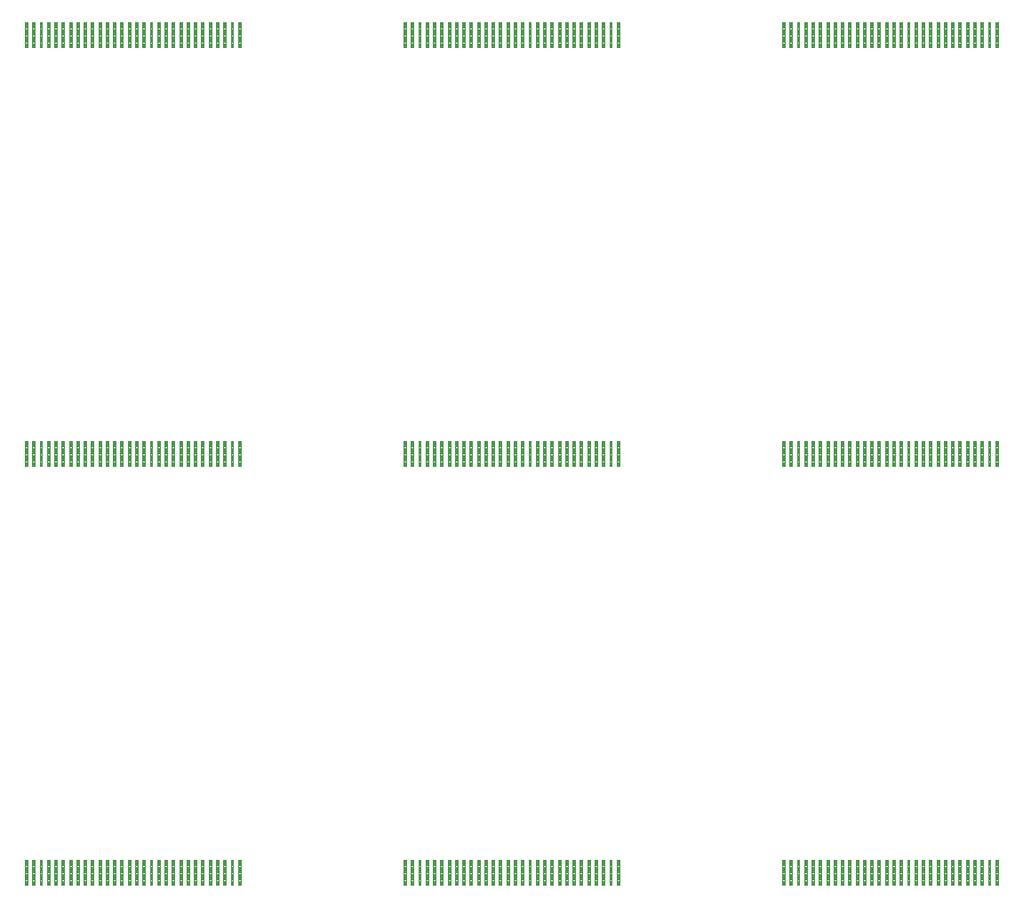
<source format=gbp>
G04 EAGLE Gerber RS-274X export*
G75*
%MOMM*%
%FSLAX34Y34*%
%LPD*%
%INSolderpaste Bottom*%
%IPPOS*%
%AMOC8*
5,1,8,0,0,1.08239X$1,22.5*%
G01*
%ADD10C,0.101500*%


D10*
X278057Y160543D02*
X280543Y160543D01*
X280543Y136557D01*
X278057Y136557D01*
X278057Y160543D01*
X278057Y137521D02*
X280543Y137521D01*
X280543Y138485D02*
X278057Y138485D01*
X278057Y139449D02*
X280543Y139449D01*
X280543Y140413D02*
X278057Y140413D01*
X278057Y141377D02*
X280543Y141377D01*
X280543Y142341D02*
X278057Y142341D01*
X278057Y143305D02*
X280543Y143305D01*
X280543Y144269D02*
X278057Y144269D01*
X278057Y145233D02*
X280543Y145233D01*
X280543Y146197D02*
X278057Y146197D01*
X278057Y147161D02*
X280543Y147161D01*
X280543Y148125D02*
X278057Y148125D01*
X278057Y149089D02*
X280543Y149089D01*
X280543Y150053D02*
X278057Y150053D01*
X278057Y151017D02*
X280543Y151017D01*
X280543Y151981D02*
X278057Y151981D01*
X278057Y152945D02*
X280543Y152945D01*
X280543Y153909D02*
X278057Y153909D01*
X278057Y154873D02*
X280543Y154873D01*
X280543Y155837D02*
X278057Y155837D01*
X278057Y156801D02*
X280543Y156801D01*
X280543Y157765D02*
X278057Y157765D01*
X278057Y158729D02*
X280543Y158729D01*
X280543Y159693D02*
X278057Y159693D01*
X273543Y160543D02*
X271057Y160543D01*
X273543Y160543D02*
X273543Y136557D01*
X271057Y136557D01*
X271057Y160543D01*
X271057Y137521D02*
X273543Y137521D01*
X273543Y138485D02*
X271057Y138485D01*
X271057Y139449D02*
X273543Y139449D01*
X273543Y140413D02*
X271057Y140413D01*
X271057Y141377D02*
X273543Y141377D01*
X273543Y142341D02*
X271057Y142341D01*
X271057Y143305D02*
X273543Y143305D01*
X273543Y144269D02*
X271057Y144269D01*
X271057Y145233D02*
X273543Y145233D01*
X273543Y146197D02*
X271057Y146197D01*
X271057Y147161D02*
X273543Y147161D01*
X273543Y148125D02*
X271057Y148125D01*
X271057Y149089D02*
X273543Y149089D01*
X273543Y150053D02*
X271057Y150053D01*
X271057Y151017D02*
X273543Y151017D01*
X273543Y151981D02*
X271057Y151981D01*
X271057Y152945D02*
X273543Y152945D01*
X273543Y153909D02*
X271057Y153909D01*
X271057Y154873D02*
X273543Y154873D01*
X273543Y155837D02*
X271057Y155837D01*
X271057Y156801D02*
X273543Y156801D01*
X273543Y157765D02*
X271057Y157765D01*
X271057Y158729D02*
X273543Y158729D01*
X273543Y159693D02*
X271057Y159693D01*
X266543Y160543D02*
X264057Y160543D01*
X266543Y160543D02*
X266543Y136557D01*
X264057Y136557D01*
X264057Y160543D01*
X264057Y137521D02*
X266543Y137521D01*
X266543Y138485D02*
X264057Y138485D01*
X264057Y139449D02*
X266543Y139449D01*
X266543Y140413D02*
X264057Y140413D01*
X264057Y141377D02*
X266543Y141377D01*
X266543Y142341D02*
X264057Y142341D01*
X264057Y143305D02*
X266543Y143305D01*
X266543Y144269D02*
X264057Y144269D01*
X264057Y145233D02*
X266543Y145233D01*
X266543Y146197D02*
X264057Y146197D01*
X264057Y147161D02*
X266543Y147161D01*
X266543Y148125D02*
X264057Y148125D01*
X264057Y149089D02*
X266543Y149089D01*
X266543Y150053D02*
X264057Y150053D01*
X264057Y151017D02*
X266543Y151017D01*
X266543Y151981D02*
X264057Y151981D01*
X264057Y152945D02*
X266543Y152945D01*
X266543Y153909D02*
X264057Y153909D01*
X264057Y154873D02*
X266543Y154873D01*
X266543Y155837D02*
X264057Y155837D01*
X264057Y156801D02*
X266543Y156801D01*
X266543Y157765D02*
X264057Y157765D01*
X264057Y158729D02*
X266543Y158729D01*
X266543Y159693D02*
X264057Y159693D01*
X259543Y160543D02*
X257057Y160543D01*
X259543Y160543D02*
X259543Y136557D01*
X257057Y136557D01*
X257057Y160543D01*
X257057Y137521D02*
X259543Y137521D01*
X259543Y138485D02*
X257057Y138485D01*
X257057Y139449D02*
X259543Y139449D01*
X259543Y140413D02*
X257057Y140413D01*
X257057Y141377D02*
X259543Y141377D01*
X259543Y142341D02*
X257057Y142341D01*
X257057Y143305D02*
X259543Y143305D01*
X259543Y144269D02*
X257057Y144269D01*
X257057Y145233D02*
X259543Y145233D01*
X259543Y146197D02*
X257057Y146197D01*
X257057Y147161D02*
X259543Y147161D01*
X259543Y148125D02*
X257057Y148125D01*
X257057Y149089D02*
X259543Y149089D01*
X259543Y150053D02*
X257057Y150053D01*
X257057Y151017D02*
X259543Y151017D01*
X259543Y151981D02*
X257057Y151981D01*
X257057Y152945D02*
X259543Y152945D01*
X259543Y153909D02*
X257057Y153909D01*
X257057Y154873D02*
X259543Y154873D01*
X259543Y155837D02*
X257057Y155837D01*
X257057Y156801D02*
X259543Y156801D01*
X259543Y157765D02*
X257057Y157765D01*
X257057Y158729D02*
X259543Y158729D01*
X259543Y159693D02*
X257057Y159693D01*
X252543Y160543D02*
X250057Y160543D01*
X252543Y160543D02*
X252543Y136557D01*
X250057Y136557D01*
X250057Y160543D01*
X250057Y137521D02*
X252543Y137521D01*
X252543Y138485D02*
X250057Y138485D01*
X250057Y139449D02*
X252543Y139449D01*
X252543Y140413D02*
X250057Y140413D01*
X250057Y141377D02*
X252543Y141377D01*
X252543Y142341D02*
X250057Y142341D01*
X250057Y143305D02*
X252543Y143305D01*
X252543Y144269D02*
X250057Y144269D01*
X250057Y145233D02*
X252543Y145233D01*
X252543Y146197D02*
X250057Y146197D01*
X250057Y147161D02*
X252543Y147161D01*
X252543Y148125D02*
X250057Y148125D01*
X250057Y149089D02*
X252543Y149089D01*
X252543Y150053D02*
X250057Y150053D01*
X250057Y151017D02*
X252543Y151017D01*
X252543Y151981D02*
X250057Y151981D01*
X250057Y152945D02*
X252543Y152945D01*
X252543Y153909D02*
X250057Y153909D01*
X250057Y154873D02*
X252543Y154873D01*
X252543Y155837D02*
X250057Y155837D01*
X250057Y156801D02*
X252543Y156801D01*
X252543Y157765D02*
X250057Y157765D01*
X250057Y158729D02*
X252543Y158729D01*
X252543Y159693D02*
X250057Y159693D01*
X245543Y160543D02*
X243057Y160543D01*
X245543Y160543D02*
X245543Y136557D01*
X243057Y136557D01*
X243057Y160543D01*
X243057Y137521D02*
X245543Y137521D01*
X245543Y138485D02*
X243057Y138485D01*
X243057Y139449D02*
X245543Y139449D01*
X245543Y140413D02*
X243057Y140413D01*
X243057Y141377D02*
X245543Y141377D01*
X245543Y142341D02*
X243057Y142341D01*
X243057Y143305D02*
X245543Y143305D01*
X245543Y144269D02*
X243057Y144269D01*
X243057Y145233D02*
X245543Y145233D01*
X245543Y146197D02*
X243057Y146197D01*
X243057Y147161D02*
X245543Y147161D01*
X245543Y148125D02*
X243057Y148125D01*
X243057Y149089D02*
X245543Y149089D01*
X245543Y150053D02*
X243057Y150053D01*
X243057Y151017D02*
X245543Y151017D01*
X245543Y151981D02*
X243057Y151981D01*
X243057Y152945D02*
X245543Y152945D01*
X245543Y153909D02*
X243057Y153909D01*
X243057Y154873D02*
X245543Y154873D01*
X245543Y155837D02*
X243057Y155837D01*
X243057Y156801D02*
X245543Y156801D01*
X245543Y157765D02*
X243057Y157765D01*
X243057Y158729D02*
X245543Y158729D01*
X245543Y159693D02*
X243057Y159693D01*
X238543Y160543D02*
X236057Y160543D01*
X238543Y160543D02*
X238543Y136557D01*
X236057Y136557D01*
X236057Y160543D01*
X236057Y137521D02*
X238543Y137521D01*
X238543Y138485D02*
X236057Y138485D01*
X236057Y139449D02*
X238543Y139449D01*
X238543Y140413D02*
X236057Y140413D01*
X236057Y141377D02*
X238543Y141377D01*
X238543Y142341D02*
X236057Y142341D01*
X236057Y143305D02*
X238543Y143305D01*
X238543Y144269D02*
X236057Y144269D01*
X236057Y145233D02*
X238543Y145233D01*
X238543Y146197D02*
X236057Y146197D01*
X236057Y147161D02*
X238543Y147161D01*
X238543Y148125D02*
X236057Y148125D01*
X236057Y149089D02*
X238543Y149089D01*
X238543Y150053D02*
X236057Y150053D01*
X236057Y151017D02*
X238543Y151017D01*
X238543Y151981D02*
X236057Y151981D01*
X236057Y152945D02*
X238543Y152945D01*
X238543Y153909D02*
X236057Y153909D01*
X236057Y154873D02*
X238543Y154873D01*
X238543Y155837D02*
X236057Y155837D01*
X236057Y156801D02*
X238543Y156801D01*
X238543Y157765D02*
X236057Y157765D01*
X236057Y158729D02*
X238543Y158729D01*
X238543Y159693D02*
X236057Y159693D01*
X231543Y160543D02*
X229057Y160543D01*
X231543Y160543D02*
X231543Y136557D01*
X229057Y136557D01*
X229057Y160543D01*
X229057Y137521D02*
X231543Y137521D01*
X231543Y138485D02*
X229057Y138485D01*
X229057Y139449D02*
X231543Y139449D01*
X231543Y140413D02*
X229057Y140413D01*
X229057Y141377D02*
X231543Y141377D01*
X231543Y142341D02*
X229057Y142341D01*
X229057Y143305D02*
X231543Y143305D01*
X231543Y144269D02*
X229057Y144269D01*
X229057Y145233D02*
X231543Y145233D01*
X231543Y146197D02*
X229057Y146197D01*
X229057Y147161D02*
X231543Y147161D01*
X231543Y148125D02*
X229057Y148125D01*
X229057Y149089D02*
X231543Y149089D01*
X231543Y150053D02*
X229057Y150053D01*
X229057Y151017D02*
X231543Y151017D01*
X231543Y151981D02*
X229057Y151981D01*
X229057Y152945D02*
X231543Y152945D01*
X231543Y153909D02*
X229057Y153909D01*
X229057Y154873D02*
X231543Y154873D01*
X231543Y155837D02*
X229057Y155837D01*
X229057Y156801D02*
X231543Y156801D01*
X231543Y157765D02*
X229057Y157765D01*
X229057Y158729D02*
X231543Y158729D01*
X231543Y159693D02*
X229057Y159693D01*
X224543Y160543D02*
X222057Y160543D01*
X224543Y160543D02*
X224543Y136557D01*
X222057Y136557D01*
X222057Y160543D01*
X222057Y137521D02*
X224543Y137521D01*
X224543Y138485D02*
X222057Y138485D01*
X222057Y139449D02*
X224543Y139449D01*
X224543Y140413D02*
X222057Y140413D01*
X222057Y141377D02*
X224543Y141377D01*
X224543Y142341D02*
X222057Y142341D01*
X222057Y143305D02*
X224543Y143305D01*
X224543Y144269D02*
X222057Y144269D01*
X222057Y145233D02*
X224543Y145233D01*
X224543Y146197D02*
X222057Y146197D01*
X222057Y147161D02*
X224543Y147161D01*
X224543Y148125D02*
X222057Y148125D01*
X222057Y149089D02*
X224543Y149089D01*
X224543Y150053D02*
X222057Y150053D01*
X222057Y151017D02*
X224543Y151017D01*
X224543Y151981D02*
X222057Y151981D01*
X222057Y152945D02*
X224543Y152945D01*
X224543Y153909D02*
X222057Y153909D01*
X222057Y154873D02*
X224543Y154873D01*
X224543Y155837D02*
X222057Y155837D01*
X222057Y156801D02*
X224543Y156801D01*
X224543Y157765D02*
X222057Y157765D01*
X222057Y158729D02*
X224543Y158729D01*
X224543Y159693D02*
X222057Y159693D01*
X217543Y160543D02*
X215057Y160543D01*
X217543Y160543D02*
X217543Y136557D01*
X215057Y136557D01*
X215057Y160543D01*
X215057Y137521D02*
X217543Y137521D01*
X217543Y138485D02*
X215057Y138485D01*
X215057Y139449D02*
X217543Y139449D01*
X217543Y140413D02*
X215057Y140413D01*
X215057Y141377D02*
X217543Y141377D01*
X217543Y142341D02*
X215057Y142341D01*
X215057Y143305D02*
X217543Y143305D01*
X217543Y144269D02*
X215057Y144269D01*
X215057Y145233D02*
X217543Y145233D01*
X217543Y146197D02*
X215057Y146197D01*
X215057Y147161D02*
X217543Y147161D01*
X217543Y148125D02*
X215057Y148125D01*
X215057Y149089D02*
X217543Y149089D01*
X217543Y150053D02*
X215057Y150053D01*
X215057Y151017D02*
X217543Y151017D01*
X217543Y151981D02*
X215057Y151981D01*
X215057Y152945D02*
X217543Y152945D01*
X217543Y153909D02*
X215057Y153909D01*
X215057Y154873D02*
X217543Y154873D01*
X217543Y155837D02*
X215057Y155837D01*
X215057Y156801D02*
X217543Y156801D01*
X217543Y157765D02*
X215057Y157765D01*
X215057Y158729D02*
X217543Y158729D01*
X217543Y159693D02*
X215057Y159693D01*
X210543Y160543D02*
X208057Y160543D01*
X210543Y160543D02*
X210543Y136557D01*
X208057Y136557D01*
X208057Y160543D01*
X208057Y137521D02*
X210543Y137521D01*
X210543Y138485D02*
X208057Y138485D01*
X208057Y139449D02*
X210543Y139449D01*
X210543Y140413D02*
X208057Y140413D01*
X208057Y141377D02*
X210543Y141377D01*
X210543Y142341D02*
X208057Y142341D01*
X208057Y143305D02*
X210543Y143305D01*
X210543Y144269D02*
X208057Y144269D01*
X208057Y145233D02*
X210543Y145233D01*
X210543Y146197D02*
X208057Y146197D01*
X208057Y147161D02*
X210543Y147161D01*
X210543Y148125D02*
X208057Y148125D01*
X208057Y149089D02*
X210543Y149089D01*
X210543Y150053D02*
X208057Y150053D01*
X208057Y151017D02*
X210543Y151017D01*
X210543Y151981D02*
X208057Y151981D01*
X208057Y152945D02*
X210543Y152945D01*
X210543Y153909D02*
X208057Y153909D01*
X208057Y154873D02*
X210543Y154873D01*
X210543Y155837D02*
X208057Y155837D01*
X208057Y156801D02*
X210543Y156801D01*
X210543Y157765D02*
X208057Y157765D01*
X208057Y158729D02*
X210543Y158729D01*
X210543Y159693D02*
X208057Y159693D01*
X203543Y160543D02*
X201057Y160543D01*
X203543Y160543D02*
X203543Y136557D01*
X201057Y136557D01*
X201057Y160543D01*
X201057Y137521D02*
X203543Y137521D01*
X203543Y138485D02*
X201057Y138485D01*
X201057Y139449D02*
X203543Y139449D01*
X203543Y140413D02*
X201057Y140413D01*
X201057Y141377D02*
X203543Y141377D01*
X203543Y142341D02*
X201057Y142341D01*
X201057Y143305D02*
X203543Y143305D01*
X203543Y144269D02*
X201057Y144269D01*
X201057Y145233D02*
X203543Y145233D01*
X203543Y146197D02*
X201057Y146197D01*
X201057Y147161D02*
X203543Y147161D01*
X203543Y148125D02*
X201057Y148125D01*
X201057Y149089D02*
X203543Y149089D01*
X203543Y150053D02*
X201057Y150053D01*
X201057Y151017D02*
X203543Y151017D01*
X203543Y151981D02*
X201057Y151981D01*
X201057Y152945D02*
X203543Y152945D01*
X203543Y153909D02*
X201057Y153909D01*
X201057Y154873D02*
X203543Y154873D01*
X203543Y155837D02*
X201057Y155837D01*
X201057Y156801D02*
X203543Y156801D01*
X203543Y157765D02*
X201057Y157765D01*
X201057Y158729D02*
X203543Y158729D01*
X203543Y159693D02*
X201057Y159693D01*
X196543Y160543D02*
X194057Y160543D01*
X196543Y160543D02*
X196543Y136557D01*
X194057Y136557D01*
X194057Y160543D01*
X194057Y137521D02*
X196543Y137521D01*
X196543Y138485D02*
X194057Y138485D01*
X194057Y139449D02*
X196543Y139449D01*
X196543Y140413D02*
X194057Y140413D01*
X194057Y141377D02*
X196543Y141377D01*
X196543Y142341D02*
X194057Y142341D01*
X194057Y143305D02*
X196543Y143305D01*
X196543Y144269D02*
X194057Y144269D01*
X194057Y145233D02*
X196543Y145233D01*
X196543Y146197D02*
X194057Y146197D01*
X194057Y147161D02*
X196543Y147161D01*
X196543Y148125D02*
X194057Y148125D01*
X194057Y149089D02*
X196543Y149089D01*
X196543Y150053D02*
X194057Y150053D01*
X194057Y151017D02*
X196543Y151017D01*
X196543Y151981D02*
X194057Y151981D01*
X194057Y152945D02*
X196543Y152945D01*
X196543Y153909D02*
X194057Y153909D01*
X194057Y154873D02*
X196543Y154873D01*
X196543Y155837D02*
X194057Y155837D01*
X194057Y156801D02*
X196543Y156801D01*
X196543Y157765D02*
X194057Y157765D01*
X194057Y158729D02*
X196543Y158729D01*
X196543Y159693D02*
X194057Y159693D01*
X189543Y160543D02*
X187057Y160543D01*
X189543Y160543D02*
X189543Y136557D01*
X187057Y136557D01*
X187057Y160543D01*
X187057Y137521D02*
X189543Y137521D01*
X189543Y138485D02*
X187057Y138485D01*
X187057Y139449D02*
X189543Y139449D01*
X189543Y140413D02*
X187057Y140413D01*
X187057Y141377D02*
X189543Y141377D01*
X189543Y142341D02*
X187057Y142341D01*
X187057Y143305D02*
X189543Y143305D01*
X189543Y144269D02*
X187057Y144269D01*
X187057Y145233D02*
X189543Y145233D01*
X189543Y146197D02*
X187057Y146197D01*
X187057Y147161D02*
X189543Y147161D01*
X189543Y148125D02*
X187057Y148125D01*
X187057Y149089D02*
X189543Y149089D01*
X189543Y150053D02*
X187057Y150053D01*
X187057Y151017D02*
X189543Y151017D01*
X189543Y151981D02*
X187057Y151981D01*
X187057Y152945D02*
X189543Y152945D01*
X189543Y153909D02*
X187057Y153909D01*
X187057Y154873D02*
X189543Y154873D01*
X189543Y155837D02*
X187057Y155837D01*
X187057Y156801D02*
X189543Y156801D01*
X189543Y157765D02*
X187057Y157765D01*
X187057Y158729D02*
X189543Y158729D01*
X189543Y159693D02*
X187057Y159693D01*
X182543Y160543D02*
X180057Y160543D01*
X182543Y160543D02*
X182543Y136557D01*
X180057Y136557D01*
X180057Y160543D01*
X180057Y137521D02*
X182543Y137521D01*
X182543Y138485D02*
X180057Y138485D01*
X180057Y139449D02*
X182543Y139449D01*
X182543Y140413D02*
X180057Y140413D01*
X180057Y141377D02*
X182543Y141377D01*
X182543Y142341D02*
X180057Y142341D01*
X180057Y143305D02*
X182543Y143305D01*
X182543Y144269D02*
X180057Y144269D01*
X180057Y145233D02*
X182543Y145233D01*
X182543Y146197D02*
X180057Y146197D01*
X180057Y147161D02*
X182543Y147161D01*
X182543Y148125D02*
X180057Y148125D01*
X180057Y149089D02*
X182543Y149089D01*
X182543Y150053D02*
X180057Y150053D01*
X180057Y151017D02*
X182543Y151017D01*
X182543Y151981D02*
X180057Y151981D01*
X180057Y152945D02*
X182543Y152945D01*
X182543Y153909D02*
X180057Y153909D01*
X180057Y154873D02*
X182543Y154873D01*
X182543Y155837D02*
X180057Y155837D01*
X180057Y156801D02*
X182543Y156801D01*
X182543Y157765D02*
X180057Y157765D01*
X180057Y158729D02*
X182543Y158729D01*
X182543Y159693D02*
X180057Y159693D01*
X175543Y160543D02*
X173057Y160543D01*
X175543Y160543D02*
X175543Y136557D01*
X173057Y136557D01*
X173057Y160543D01*
X173057Y137521D02*
X175543Y137521D01*
X175543Y138485D02*
X173057Y138485D01*
X173057Y139449D02*
X175543Y139449D01*
X175543Y140413D02*
X173057Y140413D01*
X173057Y141377D02*
X175543Y141377D01*
X175543Y142341D02*
X173057Y142341D01*
X173057Y143305D02*
X175543Y143305D01*
X175543Y144269D02*
X173057Y144269D01*
X173057Y145233D02*
X175543Y145233D01*
X175543Y146197D02*
X173057Y146197D01*
X173057Y147161D02*
X175543Y147161D01*
X175543Y148125D02*
X173057Y148125D01*
X173057Y149089D02*
X175543Y149089D01*
X175543Y150053D02*
X173057Y150053D01*
X173057Y151017D02*
X175543Y151017D01*
X175543Y151981D02*
X173057Y151981D01*
X173057Y152945D02*
X175543Y152945D01*
X175543Y153909D02*
X173057Y153909D01*
X173057Y154873D02*
X175543Y154873D01*
X175543Y155837D02*
X173057Y155837D01*
X173057Y156801D02*
X175543Y156801D01*
X175543Y157765D02*
X173057Y157765D01*
X173057Y158729D02*
X175543Y158729D01*
X175543Y159693D02*
X173057Y159693D01*
X168543Y160543D02*
X166057Y160543D01*
X168543Y160543D02*
X168543Y136557D01*
X166057Y136557D01*
X166057Y160543D01*
X166057Y137521D02*
X168543Y137521D01*
X168543Y138485D02*
X166057Y138485D01*
X166057Y139449D02*
X168543Y139449D01*
X168543Y140413D02*
X166057Y140413D01*
X166057Y141377D02*
X168543Y141377D01*
X168543Y142341D02*
X166057Y142341D01*
X166057Y143305D02*
X168543Y143305D01*
X168543Y144269D02*
X166057Y144269D01*
X166057Y145233D02*
X168543Y145233D01*
X168543Y146197D02*
X166057Y146197D01*
X166057Y147161D02*
X168543Y147161D01*
X168543Y148125D02*
X166057Y148125D01*
X166057Y149089D02*
X168543Y149089D01*
X168543Y150053D02*
X166057Y150053D01*
X166057Y151017D02*
X168543Y151017D01*
X168543Y151981D02*
X166057Y151981D01*
X166057Y152945D02*
X168543Y152945D01*
X168543Y153909D02*
X166057Y153909D01*
X166057Y154873D02*
X168543Y154873D01*
X168543Y155837D02*
X166057Y155837D01*
X166057Y156801D02*
X168543Y156801D01*
X168543Y157765D02*
X166057Y157765D01*
X166057Y158729D02*
X168543Y158729D01*
X168543Y159693D02*
X166057Y159693D01*
X161543Y160543D02*
X159057Y160543D01*
X161543Y160543D02*
X161543Y136557D01*
X159057Y136557D01*
X159057Y160543D01*
X159057Y137521D02*
X161543Y137521D01*
X161543Y138485D02*
X159057Y138485D01*
X159057Y139449D02*
X161543Y139449D01*
X161543Y140413D02*
X159057Y140413D01*
X159057Y141377D02*
X161543Y141377D01*
X161543Y142341D02*
X159057Y142341D01*
X159057Y143305D02*
X161543Y143305D01*
X161543Y144269D02*
X159057Y144269D01*
X159057Y145233D02*
X161543Y145233D01*
X161543Y146197D02*
X159057Y146197D01*
X159057Y147161D02*
X161543Y147161D01*
X161543Y148125D02*
X159057Y148125D01*
X159057Y149089D02*
X161543Y149089D01*
X161543Y150053D02*
X159057Y150053D01*
X159057Y151017D02*
X161543Y151017D01*
X161543Y151981D02*
X159057Y151981D01*
X159057Y152945D02*
X161543Y152945D01*
X161543Y153909D02*
X159057Y153909D01*
X159057Y154873D02*
X161543Y154873D01*
X161543Y155837D02*
X159057Y155837D01*
X159057Y156801D02*
X161543Y156801D01*
X161543Y157765D02*
X159057Y157765D01*
X159057Y158729D02*
X161543Y158729D01*
X161543Y159693D02*
X159057Y159693D01*
X154543Y160543D02*
X152057Y160543D01*
X154543Y160543D02*
X154543Y136557D01*
X152057Y136557D01*
X152057Y160543D01*
X152057Y137521D02*
X154543Y137521D01*
X154543Y138485D02*
X152057Y138485D01*
X152057Y139449D02*
X154543Y139449D01*
X154543Y140413D02*
X152057Y140413D01*
X152057Y141377D02*
X154543Y141377D01*
X154543Y142341D02*
X152057Y142341D01*
X152057Y143305D02*
X154543Y143305D01*
X154543Y144269D02*
X152057Y144269D01*
X152057Y145233D02*
X154543Y145233D01*
X154543Y146197D02*
X152057Y146197D01*
X152057Y147161D02*
X154543Y147161D01*
X154543Y148125D02*
X152057Y148125D01*
X152057Y149089D02*
X154543Y149089D01*
X154543Y150053D02*
X152057Y150053D01*
X152057Y151017D02*
X154543Y151017D01*
X154543Y151981D02*
X152057Y151981D01*
X152057Y152945D02*
X154543Y152945D01*
X154543Y153909D02*
X152057Y153909D01*
X152057Y154873D02*
X154543Y154873D01*
X154543Y155837D02*
X152057Y155837D01*
X152057Y156801D02*
X154543Y156801D01*
X154543Y157765D02*
X152057Y157765D01*
X152057Y158729D02*
X154543Y158729D01*
X154543Y159693D02*
X152057Y159693D01*
X147543Y160543D02*
X145057Y160543D01*
X147543Y160543D02*
X147543Y136557D01*
X145057Y136557D01*
X145057Y160543D01*
X145057Y137521D02*
X147543Y137521D01*
X147543Y138485D02*
X145057Y138485D01*
X145057Y139449D02*
X147543Y139449D01*
X147543Y140413D02*
X145057Y140413D01*
X145057Y141377D02*
X147543Y141377D01*
X147543Y142341D02*
X145057Y142341D01*
X145057Y143305D02*
X147543Y143305D01*
X147543Y144269D02*
X145057Y144269D01*
X145057Y145233D02*
X147543Y145233D01*
X147543Y146197D02*
X145057Y146197D01*
X145057Y147161D02*
X147543Y147161D01*
X147543Y148125D02*
X145057Y148125D01*
X145057Y149089D02*
X147543Y149089D01*
X147543Y150053D02*
X145057Y150053D01*
X145057Y151017D02*
X147543Y151017D01*
X147543Y151981D02*
X145057Y151981D01*
X145057Y152945D02*
X147543Y152945D01*
X147543Y153909D02*
X145057Y153909D01*
X145057Y154873D02*
X147543Y154873D01*
X147543Y155837D02*
X145057Y155837D01*
X145057Y156801D02*
X147543Y156801D01*
X147543Y157765D02*
X145057Y157765D01*
X145057Y158729D02*
X147543Y158729D01*
X147543Y159693D02*
X145057Y159693D01*
X140543Y160543D02*
X138057Y160543D01*
X140543Y160543D02*
X140543Y136557D01*
X138057Y136557D01*
X138057Y160543D01*
X138057Y137521D02*
X140543Y137521D01*
X140543Y138485D02*
X138057Y138485D01*
X138057Y139449D02*
X140543Y139449D01*
X140543Y140413D02*
X138057Y140413D01*
X138057Y141377D02*
X140543Y141377D01*
X140543Y142341D02*
X138057Y142341D01*
X138057Y143305D02*
X140543Y143305D01*
X140543Y144269D02*
X138057Y144269D01*
X138057Y145233D02*
X140543Y145233D01*
X140543Y146197D02*
X138057Y146197D01*
X138057Y147161D02*
X140543Y147161D01*
X140543Y148125D02*
X138057Y148125D01*
X138057Y149089D02*
X140543Y149089D01*
X140543Y150053D02*
X138057Y150053D01*
X138057Y151017D02*
X140543Y151017D01*
X140543Y151981D02*
X138057Y151981D01*
X138057Y152945D02*
X140543Y152945D01*
X140543Y153909D02*
X138057Y153909D01*
X138057Y154873D02*
X140543Y154873D01*
X140543Y155837D02*
X138057Y155837D01*
X138057Y156801D02*
X140543Y156801D01*
X140543Y157765D02*
X138057Y157765D01*
X138057Y158729D02*
X140543Y158729D01*
X140543Y159693D02*
X138057Y159693D01*
X133543Y160543D02*
X131057Y160543D01*
X133543Y160543D02*
X133543Y136557D01*
X131057Y136557D01*
X131057Y160543D01*
X131057Y137521D02*
X133543Y137521D01*
X133543Y138485D02*
X131057Y138485D01*
X131057Y139449D02*
X133543Y139449D01*
X133543Y140413D02*
X131057Y140413D01*
X131057Y141377D02*
X133543Y141377D01*
X133543Y142341D02*
X131057Y142341D01*
X131057Y143305D02*
X133543Y143305D01*
X133543Y144269D02*
X131057Y144269D01*
X131057Y145233D02*
X133543Y145233D01*
X133543Y146197D02*
X131057Y146197D01*
X131057Y147161D02*
X133543Y147161D01*
X133543Y148125D02*
X131057Y148125D01*
X131057Y149089D02*
X133543Y149089D01*
X133543Y150053D02*
X131057Y150053D01*
X131057Y151017D02*
X133543Y151017D01*
X133543Y151981D02*
X131057Y151981D01*
X131057Y152945D02*
X133543Y152945D01*
X133543Y153909D02*
X131057Y153909D01*
X131057Y154873D02*
X133543Y154873D01*
X133543Y155837D02*
X131057Y155837D01*
X131057Y156801D02*
X133543Y156801D01*
X133543Y157765D02*
X131057Y157765D01*
X131057Y158729D02*
X133543Y158729D01*
X133543Y159693D02*
X131057Y159693D01*
X126543Y160543D02*
X124057Y160543D01*
X126543Y160543D02*
X126543Y136557D01*
X124057Y136557D01*
X124057Y160543D01*
X124057Y137521D02*
X126543Y137521D01*
X126543Y138485D02*
X124057Y138485D01*
X124057Y139449D02*
X126543Y139449D01*
X126543Y140413D02*
X124057Y140413D01*
X124057Y141377D02*
X126543Y141377D01*
X126543Y142341D02*
X124057Y142341D01*
X124057Y143305D02*
X126543Y143305D01*
X126543Y144269D02*
X124057Y144269D01*
X124057Y145233D02*
X126543Y145233D01*
X126543Y146197D02*
X124057Y146197D01*
X124057Y147161D02*
X126543Y147161D01*
X126543Y148125D02*
X124057Y148125D01*
X124057Y149089D02*
X126543Y149089D01*
X126543Y150053D02*
X124057Y150053D01*
X124057Y151017D02*
X126543Y151017D01*
X126543Y151981D02*
X124057Y151981D01*
X124057Y152945D02*
X126543Y152945D01*
X126543Y153909D02*
X124057Y153909D01*
X124057Y154873D02*
X126543Y154873D01*
X126543Y155837D02*
X124057Y155837D01*
X124057Y156801D02*
X126543Y156801D01*
X126543Y157765D02*
X124057Y157765D01*
X124057Y158729D02*
X126543Y158729D01*
X126543Y159693D02*
X124057Y159693D01*
X119543Y160543D02*
X117057Y160543D01*
X119543Y160543D02*
X119543Y136557D01*
X117057Y136557D01*
X117057Y160543D01*
X117057Y137521D02*
X119543Y137521D01*
X119543Y138485D02*
X117057Y138485D01*
X117057Y139449D02*
X119543Y139449D01*
X119543Y140413D02*
X117057Y140413D01*
X117057Y141377D02*
X119543Y141377D01*
X119543Y142341D02*
X117057Y142341D01*
X117057Y143305D02*
X119543Y143305D01*
X119543Y144269D02*
X117057Y144269D01*
X117057Y145233D02*
X119543Y145233D01*
X119543Y146197D02*
X117057Y146197D01*
X117057Y147161D02*
X119543Y147161D01*
X119543Y148125D02*
X117057Y148125D01*
X117057Y149089D02*
X119543Y149089D01*
X119543Y150053D02*
X117057Y150053D01*
X117057Y151017D02*
X119543Y151017D01*
X119543Y151981D02*
X117057Y151981D01*
X117057Y152945D02*
X119543Y152945D01*
X119543Y153909D02*
X117057Y153909D01*
X117057Y154873D02*
X119543Y154873D01*
X119543Y155837D02*
X117057Y155837D01*
X117057Y156801D02*
X119543Y156801D01*
X119543Y157765D02*
X117057Y157765D01*
X117057Y158729D02*
X119543Y158729D01*
X119543Y159693D02*
X117057Y159693D01*
X112543Y160543D02*
X110057Y160543D01*
X112543Y160543D02*
X112543Y136557D01*
X110057Y136557D01*
X110057Y160543D01*
X110057Y137521D02*
X112543Y137521D01*
X112543Y138485D02*
X110057Y138485D01*
X110057Y139449D02*
X112543Y139449D01*
X112543Y140413D02*
X110057Y140413D01*
X110057Y141377D02*
X112543Y141377D01*
X112543Y142341D02*
X110057Y142341D01*
X110057Y143305D02*
X112543Y143305D01*
X112543Y144269D02*
X110057Y144269D01*
X110057Y145233D02*
X112543Y145233D01*
X112543Y146197D02*
X110057Y146197D01*
X110057Y147161D02*
X112543Y147161D01*
X112543Y148125D02*
X110057Y148125D01*
X110057Y149089D02*
X112543Y149089D01*
X112543Y150053D02*
X110057Y150053D01*
X110057Y151017D02*
X112543Y151017D01*
X112543Y151981D02*
X110057Y151981D01*
X110057Y152945D02*
X112543Y152945D01*
X112543Y153909D02*
X110057Y153909D01*
X110057Y154873D02*
X112543Y154873D01*
X112543Y155837D02*
X110057Y155837D01*
X110057Y156801D02*
X112543Y156801D01*
X112543Y157765D02*
X110057Y157765D01*
X110057Y158729D02*
X112543Y158729D01*
X112543Y159693D02*
X110057Y159693D01*
X105543Y160543D02*
X103057Y160543D01*
X105543Y160543D02*
X105543Y136557D01*
X103057Y136557D01*
X103057Y160543D01*
X103057Y137521D02*
X105543Y137521D01*
X105543Y138485D02*
X103057Y138485D01*
X103057Y139449D02*
X105543Y139449D01*
X105543Y140413D02*
X103057Y140413D01*
X103057Y141377D02*
X105543Y141377D01*
X105543Y142341D02*
X103057Y142341D01*
X103057Y143305D02*
X105543Y143305D01*
X105543Y144269D02*
X103057Y144269D01*
X103057Y145233D02*
X105543Y145233D01*
X105543Y146197D02*
X103057Y146197D01*
X103057Y147161D02*
X105543Y147161D01*
X105543Y148125D02*
X103057Y148125D01*
X103057Y149089D02*
X105543Y149089D01*
X105543Y150053D02*
X103057Y150053D01*
X103057Y151017D02*
X105543Y151017D01*
X105543Y151981D02*
X103057Y151981D01*
X103057Y152945D02*
X105543Y152945D01*
X105543Y153909D02*
X103057Y153909D01*
X103057Y154873D02*
X105543Y154873D01*
X105543Y155837D02*
X103057Y155837D01*
X103057Y156801D02*
X105543Y156801D01*
X105543Y157765D02*
X103057Y157765D01*
X103057Y158729D02*
X105543Y158729D01*
X105543Y159693D02*
X103057Y159693D01*
X98543Y160543D02*
X96057Y160543D01*
X98543Y160543D02*
X98543Y136557D01*
X96057Y136557D01*
X96057Y160543D01*
X96057Y137521D02*
X98543Y137521D01*
X98543Y138485D02*
X96057Y138485D01*
X96057Y139449D02*
X98543Y139449D01*
X98543Y140413D02*
X96057Y140413D01*
X96057Y141377D02*
X98543Y141377D01*
X98543Y142341D02*
X96057Y142341D01*
X96057Y143305D02*
X98543Y143305D01*
X98543Y144269D02*
X96057Y144269D01*
X96057Y145233D02*
X98543Y145233D01*
X98543Y146197D02*
X96057Y146197D01*
X96057Y147161D02*
X98543Y147161D01*
X98543Y148125D02*
X96057Y148125D01*
X96057Y149089D02*
X98543Y149089D01*
X98543Y150053D02*
X96057Y150053D01*
X96057Y151017D02*
X98543Y151017D01*
X98543Y151981D02*
X96057Y151981D01*
X96057Y152945D02*
X98543Y152945D01*
X98543Y153909D02*
X96057Y153909D01*
X96057Y154873D02*
X98543Y154873D01*
X98543Y155837D02*
X96057Y155837D01*
X96057Y156801D02*
X98543Y156801D01*
X98543Y157765D02*
X96057Y157765D01*
X96057Y158729D02*
X98543Y158729D01*
X98543Y159693D02*
X96057Y159693D01*
X91543Y160543D02*
X89057Y160543D01*
X91543Y160543D02*
X91543Y136557D01*
X89057Y136557D01*
X89057Y160543D01*
X89057Y137521D02*
X91543Y137521D01*
X91543Y138485D02*
X89057Y138485D01*
X89057Y139449D02*
X91543Y139449D01*
X91543Y140413D02*
X89057Y140413D01*
X89057Y141377D02*
X91543Y141377D01*
X91543Y142341D02*
X89057Y142341D01*
X89057Y143305D02*
X91543Y143305D01*
X91543Y144269D02*
X89057Y144269D01*
X89057Y145233D02*
X91543Y145233D01*
X91543Y146197D02*
X89057Y146197D01*
X89057Y147161D02*
X91543Y147161D01*
X91543Y148125D02*
X89057Y148125D01*
X89057Y149089D02*
X91543Y149089D01*
X91543Y150053D02*
X89057Y150053D01*
X89057Y151017D02*
X91543Y151017D01*
X91543Y151981D02*
X89057Y151981D01*
X89057Y152945D02*
X91543Y152945D01*
X91543Y153909D02*
X89057Y153909D01*
X89057Y154873D02*
X91543Y154873D01*
X91543Y155837D02*
X89057Y155837D01*
X89057Y156801D02*
X91543Y156801D01*
X91543Y157765D02*
X89057Y157765D01*
X89057Y158729D02*
X91543Y158729D01*
X91543Y159693D02*
X89057Y159693D01*
X84543Y160543D02*
X82057Y160543D01*
X84543Y160543D02*
X84543Y136557D01*
X82057Y136557D01*
X82057Y160543D01*
X82057Y137521D02*
X84543Y137521D01*
X84543Y138485D02*
X82057Y138485D01*
X82057Y139449D02*
X84543Y139449D01*
X84543Y140413D02*
X82057Y140413D01*
X82057Y141377D02*
X84543Y141377D01*
X84543Y142341D02*
X82057Y142341D01*
X82057Y143305D02*
X84543Y143305D01*
X84543Y144269D02*
X82057Y144269D01*
X82057Y145233D02*
X84543Y145233D01*
X84543Y146197D02*
X82057Y146197D01*
X82057Y147161D02*
X84543Y147161D01*
X84543Y148125D02*
X82057Y148125D01*
X82057Y149089D02*
X84543Y149089D01*
X84543Y150053D02*
X82057Y150053D01*
X82057Y151017D02*
X84543Y151017D01*
X84543Y151981D02*
X82057Y151981D01*
X82057Y152945D02*
X84543Y152945D01*
X84543Y153909D02*
X82057Y153909D01*
X82057Y154873D02*
X84543Y154873D01*
X84543Y155837D02*
X82057Y155837D01*
X82057Y156801D02*
X84543Y156801D01*
X84543Y157765D02*
X82057Y157765D01*
X82057Y158729D02*
X84543Y158729D01*
X84543Y159693D02*
X82057Y159693D01*
X77543Y160543D02*
X75057Y160543D01*
X77543Y160543D02*
X77543Y136557D01*
X75057Y136557D01*
X75057Y160543D01*
X75057Y137521D02*
X77543Y137521D01*
X77543Y138485D02*
X75057Y138485D01*
X75057Y139449D02*
X77543Y139449D01*
X77543Y140413D02*
X75057Y140413D01*
X75057Y141377D02*
X77543Y141377D01*
X77543Y142341D02*
X75057Y142341D01*
X75057Y143305D02*
X77543Y143305D01*
X77543Y144269D02*
X75057Y144269D01*
X75057Y145233D02*
X77543Y145233D01*
X77543Y146197D02*
X75057Y146197D01*
X75057Y147161D02*
X77543Y147161D01*
X77543Y148125D02*
X75057Y148125D01*
X75057Y149089D02*
X77543Y149089D01*
X77543Y150053D02*
X75057Y150053D01*
X75057Y151017D02*
X77543Y151017D01*
X77543Y151981D02*
X75057Y151981D01*
X75057Y152945D02*
X77543Y152945D01*
X77543Y153909D02*
X75057Y153909D01*
X75057Y154873D02*
X77543Y154873D01*
X77543Y155837D02*
X75057Y155837D01*
X75057Y156801D02*
X77543Y156801D01*
X77543Y157765D02*
X75057Y157765D01*
X75057Y158729D02*
X77543Y158729D01*
X77543Y159693D02*
X75057Y159693D01*
X638737Y160543D02*
X641223Y160543D01*
X641223Y136557D01*
X638737Y136557D01*
X638737Y160543D01*
X638737Y137521D02*
X641223Y137521D01*
X641223Y138485D02*
X638737Y138485D01*
X638737Y139449D02*
X641223Y139449D01*
X641223Y140413D02*
X638737Y140413D01*
X638737Y141377D02*
X641223Y141377D01*
X641223Y142341D02*
X638737Y142341D01*
X638737Y143305D02*
X641223Y143305D01*
X641223Y144269D02*
X638737Y144269D01*
X638737Y145233D02*
X641223Y145233D01*
X641223Y146197D02*
X638737Y146197D01*
X638737Y147161D02*
X641223Y147161D01*
X641223Y148125D02*
X638737Y148125D01*
X638737Y149089D02*
X641223Y149089D01*
X641223Y150053D02*
X638737Y150053D01*
X638737Y151017D02*
X641223Y151017D01*
X641223Y151981D02*
X638737Y151981D01*
X638737Y152945D02*
X641223Y152945D01*
X641223Y153909D02*
X638737Y153909D01*
X638737Y154873D02*
X641223Y154873D01*
X641223Y155837D02*
X638737Y155837D01*
X638737Y156801D02*
X641223Y156801D01*
X641223Y157765D02*
X638737Y157765D01*
X638737Y158729D02*
X641223Y158729D01*
X641223Y159693D02*
X638737Y159693D01*
X634223Y160543D02*
X631737Y160543D01*
X634223Y160543D02*
X634223Y136557D01*
X631737Y136557D01*
X631737Y160543D01*
X631737Y137521D02*
X634223Y137521D01*
X634223Y138485D02*
X631737Y138485D01*
X631737Y139449D02*
X634223Y139449D01*
X634223Y140413D02*
X631737Y140413D01*
X631737Y141377D02*
X634223Y141377D01*
X634223Y142341D02*
X631737Y142341D01*
X631737Y143305D02*
X634223Y143305D01*
X634223Y144269D02*
X631737Y144269D01*
X631737Y145233D02*
X634223Y145233D01*
X634223Y146197D02*
X631737Y146197D01*
X631737Y147161D02*
X634223Y147161D01*
X634223Y148125D02*
X631737Y148125D01*
X631737Y149089D02*
X634223Y149089D01*
X634223Y150053D02*
X631737Y150053D01*
X631737Y151017D02*
X634223Y151017D01*
X634223Y151981D02*
X631737Y151981D01*
X631737Y152945D02*
X634223Y152945D01*
X634223Y153909D02*
X631737Y153909D01*
X631737Y154873D02*
X634223Y154873D01*
X634223Y155837D02*
X631737Y155837D01*
X631737Y156801D02*
X634223Y156801D01*
X634223Y157765D02*
X631737Y157765D01*
X631737Y158729D02*
X634223Y158729D01*
X634223Y159693D02*
X631737Y159693D01*
X627223Y160543D02*
X624737Y160543D01*
X627223Y160543D02*
X627223Y136557D01*
X624737Y136557D01*
X624737Y160543D01*
X624737Y137521D02*
X627223Y137521D01*
X627223Y138485D02*
X624737Y138485D01*
X624737Y139449D02*
X627223Y139449D01*
X627223Y140413D02*
X624737Y140413D01*
X624737Y141377D02*
X627223Y141377D01*
X627223Y142341D02*
X624737Y142341D01*
X624737Y143305D02*
X627223Y143305D01*
X627223Y144269D02*
X624737Y144269D01*
X624737Y145233D02*
X627223Y145233D01*
X627223Y146197D02*
X624737Y146197D01*
X624737Y147161D02*
X627223Y147161D01*
X627223Y148125D02*
X624737Y148125D01*
X624737Y149089D02*
X627223Y149089D01*
X627223Y150053D02*
X624737Y150053D01*
X624737Y151017D02*
X627223Y151017D01*
X627223Y151981D02*
X624737Y151981D01*
X624737Y152945D02*
X627223Y152945D01*
X627223Y153909D02*
X624737Y153909D01*
X624737Y154873D02*
X627223Y154873D01*
X627223Y155837D02*
X624737Y155837D01*
X624737Y156801D02*
X627223Y156801D01*
X627223Y157765D02*
X624737Y157765D01*
X624737Y158729D02*
X627223Y158729D01*
X627223Y159693D02*
X624737Y159693D01*
X620223Y160543D02*
X617737Y160543D01*
X620223Y160543D02*
X620223Y136557D01*
X617737Y136557D01*
X617737Y160543D01*
X617737Y137521D02*
X620223Y137521D01*
X620223Y138485D02*
X617737Y138485D01*
X617737Y139449D02*
X620223Y139449D01*
X620223Y140413D02*
X617737Y140413D01*
X617737Y141377D02*
X620223Y141377D01*
X620223Y142341D02*
X617737Y142341D01*
X617737Y143305D02*
X620223Y143305D01*
X620223Y144269D02*
X617737Y144269D01*
X617737Y145233D02*
X620223Y145233D01*
X620223Y146197D02*
X617737Y146197D01*
X617737Y147161D02*
X620223Y147161D01*
X620223Y148125D02*
X617737Y148125D01*
X617737Y149089D02*
X620223Y149089D01*
X620223Y150053D02*
X617737Y150053D01*
X617737Y151017D02*
X620223Y151017D01*
X620223Y151981D02*
X617737Y151981D01*
X617737Y152945D02*
X620223Y152945D01*
X620223Y153909D02*
X617737Y153909D01*
X617737Y154873D02*
X620223Y154873D01*
X620223Y155837D02*
X617737Y155837D01*
X617737Y156801D02*
X620223Y156801D01*
X620223Y157765D02*
X617737Y157765D01*
X617737Y158729D02*
X620223Y158729D01*
X620223Y159693D02*
X617737Y159693D01*
X613223Y160543D02*
X610737Y160543D01*
X613223Y160543D02*
X613223Y136557D01*
X610737Y136557D01*
X610737Y160543D01*
X610737Y137521D02*
X613223Y137521D01*
X613223Y138485D02*
X610737Y138485D01*
X610737Y139449D02*
X613223Y139449D01*
X613223Y140413D02*
X610737Y140413D01*
X610737Y141377D02*
X613223Y141377D01*
X613223Y142341D02*
X610737Y142341D01*
X610737Y143305D02*
X613223Y143305D01*
X613223Y144269D02*
X610737Y144269D01*
X610737Y145233D02*
X613223Y145233D01*
X613223Y146197D02*
X610737Y146197D01*
X610737Y147161D02*
X613223Y147161D01*
X613223Y148125D02*
X610737Y148125D01*
X610737Y149089D02*
X613223Y149089D01*
X613223Y150053D02*
X610737Y150053D01*
X610737Y151017D02*
X613223Y151017D01*
X613223Y151981D02*
X610737Y151981D01*
X610737Y152945D02*
X613223Y152945D01*
X613223Y153909D02*
X610737Y153909D01*
X610737Y154873D02*
X613223Y154873D01*
X613223Y155837D02*
X610737Y155837D01*
X610737Y156801D02*
X613223Y156801D01*
X613223Y157765D02*
X610737Y157765D01*
X610737Y158729D02*
X613223Y158729D01*
X613223Y159693D02*
X610737Y159693D01*
X606223Y160543D02*
X603737Y160543D01*
X606223Y160543D02*
X606223Y136557D01*
X603737Y136557D01*
X603737Y160543D01*
X603737Y137521D02*
X606223Y137521D01*
X606223Y138485D02*
X603737Y138485D01*
X603737Y139449D02*
X606223Y139449D01*
X606223Y140413D02*
X603737Y140413D01*
X603737Y141377D02*
X606223Y141377D01*
X606223Y142341D02*
X603737Y142341D01*
X603737Y143305D02*
X606223Y143305D01*
X606223Y144269D02*
X603737Y144269D01*
X603737Y145233D02*
X606223Y145233D01*
X606223Y146197D02*
X603737Y146197D01*
X603737Y147161D02*
X606223Y147161D01*
X606223Y148125D02*
X603737Y148125D01*
X603737Y149089D02*
X606223Y149089D01*
X606223Y150053D02*
X603737Y150053D01*
X603737Y151017D02*
X606223Y151017D01*
X606223Y151981D02*
X603737Y151981D01*
X603737Y152945D02*
X606223Y152945D01*
X606223Y153909D02*
X603737Y153909D01*
X603737Y154873D02*
X606223Y154873D01*
X606223Y155837D02*
X603737Y155837D01*
X603737Y156801D02*
X606223Y156801D01*
X606223Y157765D02*
X603737Y157765D01*
X603737Y158729D02*
X606223Y158729D01*
X606223Y159693D02*
X603737Y159693D01*
X599223Y160543D02*
X596737Y160543D01*
X599223Y160543D02*
X599223Y136557D01*
X596737Y136557D01*
X596737Y160543D01*
X596737Y137521D02*
X599223Y137521D01*
X599223Y138485D02*
X596737Y138485D01*
X596737Y139449D02*
X599223Y139449D01*
X599223Y140413D02*
X596737Y140413D01*
X596737Y141377D02*
X599223Y141377D01*
X599223Y142341D02*
X596737Y142341D01*
X596737Y143305D02*
X599223Y143305D01*
X599223Y144269D02*
X596737Y144269D01*
X596737Y145233D02*
X599223Y145233D01*
X599223Y146197D02*
X596737Y146197D01*
X596737Y147161D02*
X599223Y147161D01*
X599223Y148125D02*
X596737Y148125D01*
X596737Y149089D02*
X599223Y149089D01*
X599223Y150053D02*
X596737Y150053D01*
X596737Y151017D02*
X599223Y151017D01*
X599223Y151981D02*
X596737Y151981D01*
X596737Y152945D02*
X599223Y152945D01*
X599223Y153909D02*
X596737Y153909D01*
X596737Y154873D02*
X599223Y154873D01*
X599223Y155837D02*
X596737Y155837D01*
X596737Y156801D02*
X599223Y156801D01*
X599223Y157765D02*
X596737Y157765D01*
X596737Y158729D02*
X599223Y158729D01*
X599223Y159693D02*
X596737Y159693D01*
X592223Y160543D02*
X589737Y160543D01*
X592223Y160543D02*
X592223Y136557D01*
X589737Y136557D01*
X589737Y160543D01*
X589737Y137521D02*
X592223Y137521D01*
X592223Y138485D02*
X589737Y138485D01*
X589737Y139449D02*
X592223Y139449D01*
X592223Y140413D02*
X589737Y140413D01*
X589737Y141377D02*
X592223Y141377D01*
X592223Y142341D02*
X589737Y142341D01*
X589737Y143305D02*
X592223Y143305D01*
X592223Y144269D02*
X589737Y144269D01*
X589737Y145233D02*
X592223Y145233D01*
X592223Y146197D02*
X589737Y146197D01*
X589737Y147161D02*
X592223Y147161D01*
X592223Y148125D02*
X589737Y148125D01*
X589737Y149089D02*
X592223Y149089D01*
X592223Y150053D02*
X589737Y150053D01*
X589737Y151017D02*
X592223Y151017D01*
X592223Y151981D02*
X589737Y151981D01*
X589737Y152945D02*
X592223Y152945D01*
X592223Y153909D02*
X589737Y153909D01*
X589737Y154873D02*
X592223Y154873D01*
X592223Y155837D02*
X589737Y155837D01*
X589737Y156801D02*
X592223Y156801D01*
X592223Y157765D02*
X589737Y157765D01*
X589737Y158729D02*
X592223Y158729D01*
X592223Y159693D02*
X589737Y159693D01*
X585223Y160543D02*
X582737Y160543D01*
X585223Y160543D02*
X585223Y136557D01*
X582737Y136557D01*
X582737Y160543D01*
X582737Y137521D02*
X585223Y137521D01*
X585223Y138485D02*
X582737Y138485D01*
X582737Y139449D02*
X585223Y139449D01*
X585223Y140413D02*
X582737Y140413D01*
X582737Y141377D02*
X585223Y141377D01*
X585223Y142341D02*
X582737Y142341D01*
X582737Y143305D02*
X585223Y143305D01*
X585223Y144269D02*
X582737Y144269D01*
X582737Y145233D02*
X585223Y145233D01*
X585223Y146197D02*
X582737Y146197D01*
X582737Y147161D02*
X585223Y147161D01*
X585223Y148125D02*
X582737Y148125D01*
X582737Y149089D02*
X585223Y149089D01*
X585223Y150053D02*
X582737Y150053D01*
X582737Y151017D02*
X585223Y151017D01*
X585223Y151981D02*
X582737Y151981D01*
X582737Y152945D02*
X585223Y152945D01*
X585223Y153909D02*
X582737Y153909D01*
X582737Y154873D02*
X585223Y154873D01*
X585223Y155837D02*
X582737Y155837D01*
X582737Y156801D02*
X585223Y156801D01*
X585223Y157765D02*
X582737Y157765D01*
X582737Y158729D02*
X585223Y158729D01*
X585223Y159693D02*
X582737Y159693D01*
X578223Y160543D02*
X575737Y160543D01*
X578223Y160543D02*
X578223Y136557D01*
X575737Y136557D01*
X575737Y160543D01*
X575737Y137521D02*
X578223Y137521D01*
X578223Y138485D02*
X575737Y138485D01*
X575737Y139449D02*
X578223Y139449D01*
X578223Y140413D02*
X575737Y140413D01*
X575737Y141377D02*
X578223Y141377D01*
X578223Y142341D02*
X575737Y142341D01*
X575737Y143305D02*
X578223Y143305D01*
X578223Y144269D02*
X575737Y144269D01*
X575737Y145233D02*
X578223Y145233D01*
X578223Y146197D02*
X575737Y146197D01*
X575737Y147161D02*
X578223Y147161D01*
X578223Y148125D02*
X575737Y148125D01*
X575737Y149089D02*
X578223Y149089D01*
X578223Y150053D02*
X575737Y150053D01*
X575737Y151017D02*
X578223Y151017D01*
X578223Y151981D02*
X575737Y151981D01*
X575737Y152945D02*
X578223Y152945D01*
X578223Y153909D02*
X575737Y153909D01*
X575737Y154873D02*
X578223Y154873D01*
X578223Y155837D02*
X575737Y155837D01*
X575737Y156801D02*
X578223Y156801D01*
X578223Y157765D02*
X575737Y157765D01*
X575737Y158729D02*
X578223Y158729D01*
X578223Y159693D02*
X575737Y159693D01*
X571223Y160543D02*
X568737Y160543D01*
X571223Y160543D02*
X571223Y136557D01*
X568737Y136557D01*
X568737Y160543D01*
X568737Y137521D02*
X571223Y137521D01*
X571223Y138485D02*
X568737Y138485D01*
X568737Y139449D02*
X571223Y139449D01*
X571223Y140413D02*
X568737Y140413D01*
X568737Y141377D02*
X571223Y141377D01*
X571223Y142341D02*
X568737Y142341D01*
X568737Y143305D02*
X571223Y143305D01*
X571223Y144269D02*
X568737Y144269D01*
X568737Y145233D02*
X571223Y145233D01*
X571223Y146197D02*
X568737Y146197D01*
X568737Y147161D02*
X571223Y147161D01*
X571223Y148125D02*
X568737Y148125D01*
X568737Y149089D02*
X571223Y149089D01*
X571223Y150053D02*
X568737Y150053D01*
X568737Y151017D02*
X571223Y151017D01*
X571223Y151981D02*
X568737Y151981D01*
X568737Y152945D02*
X571223Y152945D01*
X571223Y153909D02*
X568737Y153909D01*
X568737Y154873D02*
X571223Y154873D01*
X571223Y155837D02*
X568737Y155837D01*
X568737Y156801D02*
X571223Y156801D01*
X571223Y157765D02*
X568737Y157765D01*
X568737Y158729D02*
X571223Y158729D01*
X571223Y159693D02*
X568737Y159693D01*
X564223Y160543D02*
X561737Y160543D01*
X564223Y160543D02*
X564223Y136557D01*
X561737Y136557D01*
X561737Y160543D01*
X561737Y137521D02*
X564223Y137521D01*
X564223Y138485D02*
X561737Y138485D01*
X561737Y139449D02*
X564223Y139449D01*
X564223Y140413D02*
X561737Y140413D01*
X561737Y141377D02*
X564223Y141377D01*
X564223Y142341D02*
X561737Y142341D01*
X561737Y143305D02*
X564223Y143305D01*
X564223Y144269D02*
X561737Y144269D01*
X561737Y145233D02*
X564223Y145233D01*
X564223Y146197D02*
X561737Y146197D01*
X561737Y147161D02*
X564223Y147161D01*
X564223Y148125D02*
X561737Y148125D01*
X561737Y149089D02*
X564223Y149089D01*
X564223Y150053D02*
X561737Y150053D01*
X561737Y151017D02*
X564223Y151017D01*
X564223Y151981D02*
X561737Y151981D01*
X561737Y152945D02*
X564223Y152945D01*
X564223Y153909D02*
X561737Y153909D01*
X561737Y154873D02*
X564223Y154873D01*
X564223Y155837D02*
X561737Y155837D01*
X561737Y156801D02*
X564223Y156801D01*
X564223Y157765D02*
X561737Y157765D01*
X561737Y158729D02*
X564223Y158729D01*
X564223Y159693D02*
X561737Y159693D01*
X557223Y160543D02*
X554737Y160543D01*
X557223Y160543D02*
X557223Y136557D01*
X554737Y136557D01*
X554737Y160543D01*
X554737Y137521D02*
X557223Y137521D01*
X557223Y138485D02*
X554737Y138485D01*
X554737Y139449D02*
X557223Y139449D01*
X557223Y140413D02*
X554737Y140413D01*
X554737Y141377D02*
X557223Y141377D01*
X557223Y142341D02*
X554737Y142341D01*
X554737Y143305D02*
X557223Y143305D01*
X557223Y144269D02*
X554737Y144269D01*
X554737Y145233D02*
X557223Y145233D01*
X557223Y146197D02*
X554737Y146197D01*
X554737Y147161D02*
X557223Y147161D01*
X557223Y148125D02*
X554737Y148125D01*
X554737Y149089D02*
X557223Y149089D01*
X557223Y150053D02*
X554737Y150053D01*
X554737Y151017D02*
X557223Y151017D01*
X557223Y151981D02*
X554737Y151981D01*
X554737Y152945D02*
X557223Y152945D01*
X557223Y153909D02*
X554737Y153909D01*
X554737Y154873D02*
X557223Y154873D01*
X557223Y155837D02*
X554737Y155837D01*
X554737Y156801D02*
X557223Y156801D01*
X557223Y157765D02*
X554737Y157765D01*
X554737Y158729D02*
X557223Y158729D01*
X557223Y159693D02*
X554737Y159693D01*
X550223Y160543D02*
X547737Y160543D01*
X550223Y160543D02*
X550223Y136557D01*
X547737Y136557D01*
X547737Y160543D01*
X547737Y137521D02*
X550223Y137521D01*
X550223Y138485D02*
X547737Y138485D01*
X547737Y139449D02*
X550223Y139449D01*
X550223Y140413D02*
X547737Y140413D01*
X547737Y141377D02*
X550223Y141377D01*
X550223Y142341D02*
X547737Y142341D01*
X547737Y143305D02*
X550223Y143305D01*
X550223Y144269D02*
X547737Y144269D01*
X547737Y145233D02*
X550223Y145233D01*
X550223Y146197D02*
X547737Y146197D01*
X547737Y147161D02*
X550223Y147161D01*
X550223Y148125D02*
X547737Y148125D01*
X547737Y149089D02*
X550223Y149089D01*
X550223Y150053D02*
X547737Y150053D01*
X547737Y151017D02*
X550223Y151017D01*
X550223Y151981D02*
X547737Y151981D01*
X547737Y152945D02*
X550223Y152945D01*
X550223Y153909D02*
X547737Y153909D01*
X547737Y154873D02*
X550223Y154873D01*
X550223Y155837D02*
X547737Y155837D01*
X547737Y156801D02*
X550223Y156801D01*
X550223Y157765D02*
X547737Y157765D01*
X547737Y158729D02*
X550223Y158729D01*
X550223Y159693D02*
X547737Y159693D01*
X543223Y160543D02*
X540737Y160543D01*
X543223Y160543D02*
X543223Y136557D01*
X540737Y136557D01*
X540737Y160543D01*
X540737Y137521D02*
X543223Y137521D01*
X543223Y138485D02*
X540737Y138485D01*
X540737Y139449D02*
X543223Y139449D01*
X543223Y140413D02*
X540737Y140413D01*
X540737Y141377D02*
X543223Y141377D01*
X543223Y142341D02*
X540737Y142341D01*
X540737Y143305D02*
X543223Y143305D01*
X543223Y144269D02*
X540737Y144269D01*
X540737Y145233D02*
X543223Y145233D01*
X543223Y146197D02*
X540737Y146197D01*
X540737Y147161D02*
X543223Y147161D01*
X543223Y148125D02*
X540737Y148125D01*
X540737Y149089D02*
X543223Y149089D01*
X543223Y150053D02*
X540737Y150053D01*
X540737Y151017D02*
X543223Y151017D01*
X543223Y151981D02*
X540737Y151981D01*
X540737Y152945D02*
X543223Y152945D01*
X543223Y153909D02*
X540737Y153909D01*
X540737Y154873D02*
X543223Y154873D01*
X543223Y155837D02*
X540737Y155837D01*
X540737Y156801D02*
X543223Y156801D01*
X543223Y157765D02*
X540737Y157765D01*
X540737Y158729D02*
X543223Y158729D01*
X543223Y159693D02*
X540737Y159693D01*
X536223Y160543D02*
X533737Y160543D01*
X536223Y160543D02*
X536223Y136557D01*
X533737Y136557D01*
X533737Y160543D01*
X533737Y137521D02*
X536223Y137521D01*
X536223Y138485D02*
X533737Y138485D01*
X533737Y139449D02*
X536223Y139449D01*
X536223Y140413D02*
X533737Y140413D01*
X533737Y141377D02*
X536223Y141377D01*
X536223Y142341D02*
X533737Y142341D01*
X533737Y143305D02*
X536223Y143305D01*
X536223Y144269D02*
X533737Y144269D01*
X533737Y145233D02*
X536223Y145233D01*
X536223Y146197D02*
X533737Y146197D01*
X533737Y147161D02*
X536223Y147161D01*
X536223Y148125D02*
X533737Y148125D01*
X533737Y149089D02*
X536223Y149089D01*
X536223Y150053D02*
X533737Y150053D01*
X533737Y151017D02*
X536223Y151017D01*
X536223Y151981D02*
X533737Y151981D01*
X533737Y152945D02*
X536223Y152945D01*
X536223Y153909D02*
X533737Y153909D01*
X533737Y154873D02*
X536223Y154873D01*
X536223Y155837D02*
X533737Y155837D01*
X533737Y156801D02*
X536223Y156801D01*
X536223Y157765D02*
X533737Y157765D01*
X533737Y158729D02*
X536223Y158729D01*
X536223Y159693D02*
X533737Y159693D01*
X529223Y160543D02*
X526737Y160543D01*
X529223Y160543D02*
X529223Y136557D01*
X526737Y136557D01*
X526737Y160543D01*
X526737Y137521D02*
X529223Y137521D01*
X529223Y138485D02*
X526737Y138485D01*
X526737Y139449D02*
X529223Y139449D01*
X529223Y140413D02*
X526737Y140413D01*
X526737Y141377D02*
X529223Y141377D01*
X529223Y142341D02*
X526737Y142341D01*
X526737Y143305D02*
X529223Y143305D01*
X529223Y144269D02*
X526737Y144269D01*
X526737Y145233D02*
X529223Y145233D01*
X529223Y146197D02*
X526737Y146197D01*
X526737Y147161D02*
X529223Y147161D01*
X529223Y148125D02*
X526737Y148125D01*
X526737Y149089D02*
X529223Y149089D01*
X529223Y150053D02*
X526737Y150053D01*
X526737Y151017D02*
X529223Y151017D01*
X529223Y151981D02*
X526737Y151981D01*
X526737Y152945D02*
X529223Y152945D01*
X529223Y153909D02*
X526737Y153909D01*
X526737Y154873D02*
X529223Y154873D01*
X529223Y155837D02*
X526737Y155837D01*
X526737Y156801D02*
X529223Y156801D01*
X529223Y157765D02*
X526737Y157765D01*
X526737Y158729D02*
X529223Y158729D01*
X529223Y159693D02*
X526737Y159693D01*
X522223Y160543D02*
X519737Y160543D01*
X522223Y160543D02*
X522223Y136557D01*
X519737Y136557D01*
X519737Y160543D01*
X519737Y137521D02*
X522223Y137521D01*
X522223Y138485D02*
X519737Y138485D01*
X519737Y139449D02*
X522223Y139449D01*
X522223Y140413D02*
X519737Y140413D01*
X519737Y141377D02*
X522223Y141377D01*
X522223Y142341D02*
X519737Y142341D01*
X519737Y143305D02*
X522223Y143305D01*
X522223Y144269D02*
X519737Y144269D01*
X519737Y145233D02*
X522223Y145233D01*
X522223Y146197D02*
X519737Y146197D01*
X519737Y147161D02*
X522223Y147161D01*
X522223Y148125D02*
X519737Y148125D01*
X519737Y149089D02*
X522223Y149089D01*
X522223Y150053D02*
X519737Y150053D01*
X519737Y151017D02*
X522223Y151017D01*
X522223Y151981D02*
X519737Y151981D01*
X519737Y152945D02*
X522223Y152945D01*
X522223Y153909D02*
X519737Y153909D01*
X519737Y154873D02*
X522223Y154873D01*
X522223Y155837D02*
X519737Y155837D01*
X519737Y156801D02*
X522223Y156801D01*
X522223Y157765D02*
X519737Y157765D01*
X519737Y158729D02*
X522223Y158729D01*
X522223Y159693D02*
X519737Y159693D01*
X515223Y160543D02*
X512737Y160543D01*
X515223Y160543D02*
X515223Y136557D01*
X512737Y136557D01*
X512737Y160543D01*
X512737Y137521D02*
X515223Y137521D01*
X515223Y138485D02*
X512737Y138485D01*
X512737Y139449D02*
X515223Y139449D01*
X515223Y140413D02*
X512737Y140413D01*
X512737Y141377D02*
X515223Y141377D01*
X515223Y142341D02*
X512737Y142341D01*
X512737Y143305D02*
X515223Y143305D01*
X515223Y144269D02*
X512737Y144269D01*
X512737Y145233D02*
X515223Y145233D01*
X515223Y146197D02*
X512737Y146197D01*
X512737Y147161D02*
X515223Y147161D01*
X515223Y148125D02*
X512737Y148125D01*
X512737Y149089D02*
X515223Y149089D01*
X515223Y150053D02*
X512737Y150053D01*
X512737Y151017D02*
X515223Y151017D01*
X515223Y151981D02*
X512737Y151981D01*
X512737Y152945D02*
X515223Y152945D01*
X515223Y153909D02*
X512737Y153909D01*
X512737Y154873D02*
X515223Y154873D01*
X515223Y155837D02*
X512737Y155837D01*
X512737Y156801D02*
X515223Y156801D01*
X515223Y157765D02*
X512737Y157765D01*
X512737Y158729D02*
X515223Y158729D01*
X515223Y159693D02*
X512737Y159693D01*
X508223Y160543D02*
X505737Y160543D01*
X508223Y160543D02*
X508223Y136557D01*
X505737Y136557D01*
X505737Y160543D01*
X505737Y137521D02*
X508223Y137521D01*
X508223Y138485D02*
X505737Y138485D01*
X505737Y139449D02*
X508223Y139449D01*
X508223Y140413D02*
X505737Y140413D01*
X505737Y141377D02*
X508223Y141377D01*
X508223Y142341D02*
X505737Y142341D01*
X505737Y143305D02*
X508223Y143305D01*
X508223Y144269D02*
X505737Y144269D01*
X505737Y145233D02*
X508223Y145233D01*
X508223Y146197D02*
X505737Y146197D01*
X505737Y147161D02*
X508223Y147161D01*
X508223Y148125D02*
X505737Y148125D01*
X505737Y149089D02*
X508223Y149089D01*
X508223Y150053D02*
X505737Y150053D01*
X505737Y151017D02*
X508223Y151017D01*
X508223Y151981D02*
X505737Y151981D01*
X505737Y152945D02*
X508223Y152945D01*
X508223Y153909D02*
X505737Y153909D01*
X505737Y154873D02*
X508223Y154873D01*
X508223Y155837D02*
X505737Y155837D01*
X505737Y156801D02*
X508223Y156801D01*
X508223Y157765D02*
X505737Y157765D01*
X505737Y158729D02*
X508223Y158729D01*
X508223Y159693D02*
X505737Y159693D01*
X501223Y160543D02*
X498737Y160543D01*
X501223Y160543D02*
X501223Y136557D01*
X498737Y136557D01*
X498737Y160543D01*
X498737Y137521D02*
X501223Y137521D01*
X501223Y138485D02*
X498737Y138485D01*
X498737Y139449D02*
X501223Y139449D01*
X501223Y140413D02*
X498737Y140413D01*
X498737Y141377D02*
X501223Y141377D01*
X501223Y142341D02*
X498737Y142341D01*
X498737Y143305D02*
X501223Y143305D01*
X501223Y144269D02*
X498737Y144269D01*
X498737Y145233D02*
X501223Y145233D01*
X501223Y146197D02*
X498737Y146197D01*
X498737Y147161D02*
X501223Y147161D01*
X501223Y148125D02*
X498737Y148125D01*
X498737Y149089D02*
X501223Y149089D01*
X501223Y150053D02*
X498737Y150053D01*
X498737Y151017D02*
X501223Y151017D01*
X501223Y151981D02*
X498737Y151981D01*
X498737Y152945D02*
X501223Y152945D01*
X501223Y153909D02*
X498737Y153909D01*
X498737Y154873D02*
X501223Y154873D01*
X501223Y155837D02*
X498737Y155837D01*
X498737Y156801D02*
X501223Y156801D01*
X501223Y157765D02*
X498737Y157765D01*
X498737Y158729D02*
X501223Y158729D01*
X501223Y159693D02*
X498737Y159693D01*
X494223Y160543D02*
X491737Y160543D01*
X494223Y160543D02*
X494223Y136557D01*
X491737Y136557D01*
X491737Y160543D01*
X491737Y137521D02*
X494223Y137521D01*
X494223Y138485D02*
X491737Y138485D01*
X491737Y139449D02*
X494223Y139449D01*
X494223Y140413D02*
X491737Y140413D01*
X491737Y141377D02*
X494223Y141377D01*
X494223Y142341D02*
X491737Y142341D01*
X491737Y143305D02*
X494223Y143305D01*
X494223Y144269D02*
X491737Y144269D01*
X491737Y145233D02*
X494223Y145233D01*
X494223Y146197D02*
X491737Y146197D01*
X491737Y147161D02*
X494223Y147161D01*
X494223Y148125D02*
X491737Y148125D01*
X491737Y149089D02*
X494223Y149089D01*
X494223Y150053D02*
X491737Y150053D01*
X491737Y151017D02*
X494223Y151017D01*
X494223Y151981D02*
X491737Y151981D01*
X491737Y152945D02*
X494223Y152945D01*
X494223Y153909D02*
X491737Y153909D01*
X491737Y154873D02*
X494223Y154873D01*
X494223Y155837D02*
X491737Y155837D01*
X491737Y156801D02*
X494223Y156801D01*
X494223Y157765D02*
X491737Y157765D01*
X491737Y158729D02*
X494223Y158729D01*
X494223Y159693D02*
X491737Y159693D01*
X487223Y160543D02*
X484737Y160543D01*
X487223Y160543D02*
X487223Y136557D01*
X484737Y136557D01*
X484737Y160543D01*
X484737Y137521D02*
X487223Y137521D01*
X487223Y138485D02*
X484737Y138485D01*
X484737Y139449D02*
X487223Y139449D01*
X487223Y140413D02*
X484737Y140413D01*
X484737Y141377D02*
X487223Y141377D01*
X487223Y142341D02*
X484737Y142341D01*
X484737Y143305D02*
X487223Y143305D01*
X487223Y144269D02*
X484737Y144269D01*
X484737Y145233D02*
X487223Y145233D01*
X487223Y146197D02*
X484737Y146197D01*
X484737Y147161D02*
X487223Y147161D01*
X487223Y148125D02*
X484737Y148125D01*
X484737Y149089D02*
X487223Y149089D01*
X487223Y150053D02*
X484737Y150053D01*
X484737Y151017D02*
X487223Y151017D01*
X487223Y151981D02*
X484737Y151981D01*
X484737Y152945D02*
X487223Y152945D01*
X487223Y153909D02*
X484737Y153909D01*
X484737Y154873D02*
X487223Y154873D01*
X487223Y155837D02*
X484737Y155837D01*
X484737Y156801D02*
X487223Y156801D01*
X487223Y157765D02*
X484737Y157765D01*
X484737Y158729D02*
X487223Y158729D01*
X487223Y159693D02*
X484737Y159693D01*
X480223Y160543D02*
X477737Y160543D01*
X480223Y160543D02*
X480223Y136557D01*
X477737Y136557D01*
X477737Y160543D01*
X477737Y137521D02*
X480223Y137521D01*
X480223Y138485D02*
X477737Y138485D01*
X477737Y139449D02*
X480223Y139449D01*
X480223Y140413D02*
X477737Y140413D01*
X477737Y141377D02*
X480223Y141377D01*
X480223Y142341D02*
X477737Y142341D01*
X477737Y143305D02*
X480223Y143305D01*
X480223Y144269D02*
X477737Y144269D01*
X477737Y145233D02*
X480223Y145233D01*
X480223Y146197D02*
X477737Y146197D01*
X477737Y147161D02*
X480223Y147161D01*
X480223Y148125D02*
X477737Y148125D01*
X477737Y149089D02*
X480223Y149089D01*
X480223Y150053D02*
X477737Y150053D01*
X477737Y151017D02*
X480223Y151017D01*
X480223Y151981D02*
X477737Y151981D01*
X477737Y152945D02*
X480223Y152945D01*
X480223Y153909D02*
X477737Y153909D01*
X477737Y154873D02*
X480223Y154873D01*
X480223Y155837D02*
X477737Y155837D01*
X477737Y156801D02*
X480223Y156801D01*
X480223Y157765D02*
X477737Y157765D01*
X477737Y158729D02*
X480223Y158729D01*
X480223Y159693D02*
X477737Y159693D01*
X473223Y160543D02*
X470737Y160543D01*
X473223Y160543D02*
X473223Y136557D01*
X470737Y136557D01*
X470737Y160543D01*
X470737Y137521D02*
X473223Y137521D01*
X473223Y138485D02*
X470737Y138485D01*
X470737Y139449D02*
X473223Y139449D01*
X473223Y140413D02*
X470737Y140413D01*
X470737Y141377D02*
X473223Y141377D01*
X473223Y142341D02*
X470737Y142341D01*
X470737Y143305D02*
X473223Y143305D01*
X473223Y144269D02*
X470737Y144269D01*
X470737Y145233D02*
X473223Y145233D01*
X473223Y146197D02*
X470737Y146197D01*
X470737Y147161D02*
X473223Y147161D01*
X473223Y148125D02*
X470737Y148125D01*
X470737Y149089D02*
X473223Y149089D01*
X473223Y150053D02*
X470737Y150053D01*
X470737Y151017D02*
X473223Y151017D01*
X473223Y151981D02*
X470737Y151981D01*
X470737Y152945D02*
X473223Y152945D01*
X473223Y153909D02*
X470737Y153909D01*
X470737Y154873D02*
X473223Y154873D01*
X473223Y155837D02*
X470737Y155837D01*
X470737Y156801D02*
X473223Y156801D01*
X473223Y157765D02*
X470737Y157765D01*
X470737Y158729D02*
X473223Y158729D01*
X473223Y159693D02*
X470737Y159693D01*
X466223Y160543D02*
X463737Y160543D01*
X466223Y160543D02*
X466223Y136557D01*
X463737Y136557D01*
X463737Y160543D01*
X463737Y137521D02*
X466223Y137521D01*
X466223Y138485D02*
X463737Y138485D01*
X463737Y139449D02*
X466223Y139449D01*
X466223Y140413D02*
X463737Y140413D01*
X463737Y141377D02*
X466223Y141377D01*
X466223Y142341D02*
X463737Y142341D01*
X463737Y143305D02*
X466223Y143305D01*
X466223Y144269D02*
X463737Y144269D01*
X463737Y145233D02*
X466223Y145233D01*
X466223Y146197D02*
X463737Y146197D01*
X463737Y147161D02*
X466223Y147161D01*
X466223Y148125D02*
X463737Y148125D01*
X463737Y149089D02*
X466223Y149089D01*
X466223Y150053D02*
X463737Y150053D01*
X463737Y151017D02*
X466223Y151017D01*
X466223Y151981D02*
X463737Y151981D01*
X463737Y152945D02*
X466223Y152945D01*
X466223Y153909D02*
X463737Y153909D01*
X463737Y154873D02*
X466223Y154873D01*
X466223Y155837D02*
X463737Y155837D01*
X463737Y156801D02*
X466223Y156801D01*
X466223Y157765D02*
X463737Y157765D01*
X463737Y158729D02*
X466223Y158729D01*
X466223Y159693D02*
X463737Y159693D01*
X459223Y160543D02*
X456737Y160543D01*
X459223Y160543D02*
X459223Y136557D01*
X456737Y136557D01*
X456737Y160543D01*
X456737Y137521D02*
X459223Y137521D01*
X459223Y138485D02*
X456737Y138485D01*
X456737Y139449D02*
X459223Y139449D01*
X459223Y140413D02*
X456737Y140413D01*
X456737Y141377D02*
X459223Y141377D01*
X459223Y142341D02*
X456737Y142341D01*
X456737Y143305D02*
X459223Y143305D01*
X459223Y144269D02*
X456737Y144269D01*
X456737Y145233D02*
X459223Y145233D01*
X459223Y146197D02*
X456737Y146197D01*
X456737Y147161D02*
X459223Y147161D01*
X459223Y148125D02*
X456737Y148125D01*
X456737Y149089D02*
X459223Y149089D01*
X459223Y150053D02*
X456737Y150053D01*
X456737Y151017D02*
X459223Y151017D01*
X459223Y151981D02*
X456737Y151981D01*
X456737Y152945D02*
X459223Y152945D01*
X459223Y153909D02*
X456737Y153909D01*
X456737Y154873D02*
X459223Y154873D01*
X459223Y155837D02*
X456737Y155837D01*
X456737Y156801D02*
X459223Y156801D01*
X459223Y157765D02*
X456737Y157765D01*
X456737Y158729D02*
X459223Y158729D01*
X459223Y159693D02*
X456737Y159693D01*
X452223Y160543D02*
X449737Y160543D01*
X452223Y160543D02*
X452223Y136557D01*
X449737Y136557D01*
X449737Y160543D01*
X449737Y137521D02*
X452223Y137521D01*
X452223Y138485D02*
X449737Y138485D01*
X449737Y139449D02*
X452223Y139449D01*
X452223Y140413D02*
X449737Y140413D01*
X449737Y141377D02*
X452223Y141377D01*
X452223Y142341D02*
X449737Y142341D01*
X449737Y143305D02*
X452223Y143305D01*
X452223Y144269D02*
X449737Y144269D01*
X449737Y145233D02*
X452223Y145233D01*
X452223Y146197D02*
X449737Y146197D01*
X449737Y147161D02*
X452223Y147161D01*
X452223Y148125D02*
X449737Y148125D01*
X449737Y149089D02*
X452223Y149089D01*
X452223Y150053D02*
X449737Y150053D01*
X449737Y151017D02*
X452223Y151017D01*
X452223Y151981D02*
X449737Y151981D01*
X449737Y152945D02*
X452223Y152945D01*
X452223Y153909D02*
X449737Y153909D01*
X449737Y154873D02*
X452223Y154873D01*
X452223Y155837D02*
X449737Y155837D01*
X449737Y156801D02*
X452223Y156801D01*
X452223Y157765D02*
X449737Y157765D01*
X449737Y158729D02*
X452223Y158729D01*
X452223Y159693D02*
X449737Y159693D01*
X445223Y160543D02*
X442737Y160543D01*
X445223Y160543D02*
X445223Y136557D01*
X442737Y136557D01*
X442737Y160543D01*
X442737Y137521D02*
X445223Y137521D01*
X445223Y138485D02*
X442737Y138485D01*
X442737Y139449D02*
X445223Y139449D01*
X445223Y140413D02*
X442737Y140413D01*
X442737Y141377D02*
X445223Y141377D01*
X445223Y142341D02*
X442737Y142341D01*
X442737Y143305D02*
X445223Y143305D01*
X445223Y144269D02*
X442737Y144269D01*
X442737Y145233D02*
X445223Y145233D01*
X445223Y146197D02*
X442737Y146197D01*
X442737Y147161D02*
X445223Y147161D01*
X445223Y148125D02*
X442737Y148125D01*
X442737Y149089D02*
X445223Y149089D01*
X445223Y150053D02*
X442737Y150053D01*
X442737Y151017D02*
X445223Y151017D01*
X445223Y151981D02*
X442737Y151981D01*
X442737Y152945D02*
X445223Y152945D01*
X445223Y153909D02*
X442737Y153909D01*
X442737Y154873D02*
X445223Y154873D01*
X445223Y155837D02*
X442737Y155837D01*
X442737Y156801D02*
X445223Y156801D01*
X445223Y157765D02*
X442737Y157765D01*
X442737Y158729D02*
X445223Y158729D01*
X445223Y159693D02*
X442737Y159693D01*
X438223Y160543D02*
X435737Y160543D01*
X438223Y160543D02*
X438223Y136557D01*
X435737Y136557D01*
X435737Y160543D01*
X435737Y137521D02*
X438223Y137521D01*
X438223Y138485D02*
X435737Y138485D01*
X435737Y139449D02*
X438223Y139449D01*
X438223Y140413D02*
X435737Y140413D01*
X435737Y141377D02*
X438223Y141377D01*
X438223Y142341D02*
X435737Y142341D01*
X435737Y143305D02*
X438223Y143305D01*
X438223Y144269D02*
X435737Y144269D01*
X435737Y145233D02*
X438223Y145233D01*
X438223Y146197D02*
X435737Y146197D01*
X435737Y147161D02*
X438223Y147161D01*
X438223Y148125D02*
X435737Y148125D01*
X435737Y149089D02*
X438223Y149089D01*
X438223Y150053D02*
X435737Y150053D01*
X435737Y151017D02*
X438223Y151017D01*
X438223Y151981D02*
X435737Y151981D01*
X435737Y152945D02*
X438223Y152945D01*
X438223Y153909D02*
X435737Y153909D01*
X435737Y154873D02*
X438223Y154873D01*
X438223Y155837D02*
X435737Y155837D01*
X435737Y156801D02*
X438223Y156801D01*
X438223Y157765D02*
X435737Y157765D01*
X435737Y158729D02*
X438223Y158729D01*
X438223Y159693D02*
X435737Y159693D01*
X999417Y160543D02*
X1001903Y160543D01*
X1001903Y136557D01*
X999417Y136557D01*
X999417Y160543D01*
X999417Y137521D02*
X1001903Y137521D01*
X1001903Y138485D02*
X999417Y138485D01*
X999417Y139449D02*
X1001903Y139449D01*
X1001903Y140413D02*
X999417Y140413D01*
X999417Y141377D02*
X1001903Y141377D01*
X1001903Y142341D02*
X999417Y142341D01*
X999417Y143305D02*
X1001903Y143305D01*
X1001903Y144269D02*
X999417Y144269D01*
X999417Y145233D02*
X1001903Y145233D01*
X1001903Y146197D02*
X999417Y146197D01*
X999417Y147161D02*
X1001903Y147161D01*
X1001903Y148125D02*
X999417Y148125D01*
X999417Y149089D02*
X1001903Y149089D01*
X1001903Y150053D02*
X999417Y150053D01*
X999417Y151017D02*
X1001903Y151017D01*
X1001903Y151981D02*
X999417Y151981D01*
X999417Y152945D02*
X1001903Y152945D01*
X1001903Y153909D02*
X999417Y153909D01*
X999417Y154873D02*
X1001903Y154873D01*
X1001903Y155837D02*
X999417Y155837D01*
X999417Y156801D02*
X1001903Y156801D01*
X1001903Y157765D02*
X999417Y157765D01*
X999417Y158729D02*
X1001903Y158729D01*
X1001903Y159693D02*
X999417Y159693D01*
X994903Y160543D02*
X992417Y160543D01*
X994903Y160543D02*
X994903Y136557D01*
X992417Y136557D01*
X992417Y160543D01*
X992417Y137521D02*
X994903Y137521D01*
X994903Y138485D02*
X992417Y138485D01*
X992417Y139449D02*
X994903Y139449D01*
X994903Y140413D02*
X992417Y140413D01*
X992417Y141377D02*
X994903Y141377D01*
X994903Y142341D02*
X992417Y142341D01*
X992417Y143305D02*
X994903Y143305D01*
X994903Y144269D02*
X992417Y144269D01*
X992417Y145233D02*
X994903Y145233D01*
X994903Y146197D02*
X992417Y146197D01*
X992417Y147161D02*
X994903Y147161D01*
X994903Y148125D02*
X992417Y148125D01*
X992417Y149089D02*
X994903Y149089D01*
X994903Y150053D02*
X992417Y150053D01*
X992417Y151017D02*
X994903Y151017D01*
X994903Y151981D02*
X992417Y151981D01*
X992417Y152945D02*
X994903Y152945D01*
X994903Y153909D02*
X992417Y153909D01*
X992417Y154873D02*
X994903Y154873D01*
X994903Y155837D02*
X992417Y155837D01*
X992417Y156801D02*
X994903Y156801D01*
X994903Y157765D02*
X992417Y157765D01*
X992417Y158729D02*
X994903Y158729D01*
X994903Y159693D02*
X992417Y159693D01*
X987903Y160543D02*
X985417Y160543D01*
X987903Y160543D02*
X987903Y136557D01*
X985417Y136557D01*
X985417Y160543D01*
X985417Y137521D02*
X987903Y137521D01*
X987903Y138485D02*
X985417Y138485D01*
X985417Y139449D02*
X987903Y139449D01*
X987903Y140413D02*
X985417Y140413D01*
X985417Y141377D02*
X987903Y141377D01*
X987903Y142341D02*
X985417Y142341D01*
X985417Y143305D02*
X987903Y143305D01*
X987903Y144269D02*
X985417Y144269D01*
X985417Y145233D02*
X987903Y145233D01*
X987903Y146197D02*
X985417Y146197D01*
X985417Y147161D02*
X987903Y147161D01*
X987903Y148125D02*
X985417Y148125D01*
X985417Y149089D02*
X987903Y149089D01*
X987903Y150053D02*
X985417Y150053D01*
X985417Y151017D02*
X987903Y151017D01*
X987903Y151981D02*
X985417Y151981D01*
X985417Y152945D02*
X987903Y152945D01*
X987903Y153909D02*
X985417Y153909D01*
X985417Y154873D02*
X987903Y154873D01*
X987903Y155837D02*
X985417Y155837D01*
X985417Y156801D02*
X987903Y156801D01*
X987903Y157765D02*
X985417Y157765D01*
X985417Y158729D02*
X987903Y158729D01*
X987903Y159693D02*
X985417Y159693D01*
X980903Y160543D02*
X978417Y160543D01*
X980903Y160543D02*
X980903Y136557D01*
X978417Y136557D01*
X978417Y160543D01*
X978417Y137521D02*
X980903Y137521D01*
X980903Y138485D02*
X978417Y138485D01*
X978417Y139449D02*
X980903Y139449D01*
X980903Y140413D02*
X978417Y140413D01*
X978417Y141377D02*
X980903Y141377D01*
X980903Y142341D02*
X978417Y142341D01*
X978417Y143305D02*
X980903Y143305D01*
X980903Y144269D02*
X978417Y144269D01*
X978417Y145233D02*
X980903Y145233D01*
X980903Y146197D02*
X978417Y146197D01*
X978417Y147161D02*
X980903Y147161D01*
X980903Y148125D02*
X978417Y148125D01*
X978417Y149089D02*
X980903Y149089D01*
X980903Y150053D02*
X978417Y150053D01*
X978417Y151017D02*
X980903Y151017D01*
X980903Y151981D02*
X978417Y151981D01*
X978417Y152945D02*
X980903Y152945D01*
X980903Y153909D02*
X978417Y153909D01*
X978417Y154873D02*
X980903Y154873D01*
X980903Y155837D02*
X978417Y155837D01*
X978417Y156801D02*
X980903Y156801D01*
X980903Y157765D02*
X978417Y157765D01*
X978417Y158729D02*
X980903Y158729D01*
X980903Y159693D02*
X978417Y159693D01*
X973903Y160543D02*
X971417Y160543D01*
X973903Y160543D02*
X973903Y136557D01*
X971417Y136557D01*
X971417Y160543D01*
X971417Y137521D02*
X973903Y137521D01*
X973903Y138485D02*
X971417Y138485D01*
X971417Y139449D02*
X973903Y139449D01*
X973903Y140413D02*
X971417Y140413D01*
X971417Y141377D02*
X973903Y141377D01*
X973903Y142341D02*
X971417Y142341D01*
X971417Y143305D02*
X973903Y143305D01*
X973903Y144269D02*
X971417Y144269D01*
X971417Y145233D02*
X973903Y145233D01*
X973903Y146197D02*
X971417Y146197D01*
X971417Y147161D02*
X973903Y147161D01*
X973903Y148125D02*
X971417Y148125D01*
X971417Y149089D02*
X973903Y149089D01*
X973903Y150053D02*
X971417Y150053D01*
X971417Y151017D02*
X973903Y151017D01*
X973903Y151981D02*
X971417Y151981D01*
X971417Y152945D02*
X973903Y152945D01*
X973903Y153909D02*
X971417Y153909D01*
X971417Y154873D02*
X973903Y154873D01*
X973903Y155837D02*
X971417Y155837D01*
X971417Y156801D02*
X973903Y156801D01*
X973903Y157765D02*
X971417Y157765D01*
X971417Y158729D02*
X973903Y158729D01*
X973903Y159693D02*
X971417Y159693D01*
X966903Y160543D02*
X964417Y160543D01*
X966903Y160543D02*
X966903Y136557D01*
X964417Y136557D01*
X964417Y160543D01*
X964417Y137521D02*
X966903Y137521D01*
X966903Y138485D02*
X964417Y138485D01*
X964417Y139449D02*
X966903Y139449D01*
X966903Y140413D02*
X964417Y140413D01*
X964417Y141377D02*
X966903Y141377D01*
X966903Y142341D02*
X964417Y142341D01*
X964417Y143305D02*
X966903Y143305D01*
X966903Y144269D02*
X964417Y144269D01*
X964417Y145233D02*
X966903Y145233D01*
X966903Y146197D02*
X964417Y146197D01*
X964417Y147161D02*
X966903Y147161D01*
X966903Y148125D02*
X964417Y148125D01*
X964417Y149089D02*
X966903Y149089D01*
X966903Y150053D02*
X964417Y150053D01*
X964417Y151017D02*
X966903Y151017D01*
X966903Y151981D02*
X964417Y151981D01*
X964417Y152945D02*
X966903Y152945D01*
X966903Y153909D02*
X964417Y153909D01*
X964417Y154873D02*
X966903Y154873D01*
X966903Y155837D02*
X964417Y155837D01*
X964417Y156801D02*
X966903Y156801D01*
X966903Y157765D02*
X964417Y157765D01*
X964417Y158729D02*
X966903Y158729D01*
X966903Y159693D02*
X964417Y159693D01*
X959903Y160543D02*
X957417Y160543D01*
X959903Y160543D02*
X959903Y136557D01*
X957417Y136557D01*
X957417Y160543D01*
X957417Y137521D02*
X959903Y137521D01*
X959903Y138485D02*
X957417Y138485D01*
X957417Y139449D02*
X959903Y139449D01*
X959903Y140413D02*
X957417Y140413D01*
X957417Y141377D02*
X959903Y141377D01*
X959903Y142341D02*
X957417Y142341D01*
X957417Y143305D02*
X959903Y143305D01*
X959903Y144269D02*
X957417Y144269D01*
X957417Y145233D02*
X959903Y145233D01*
X959903Y146197D02*
X957417Y146197D01*
X957417Y147161D02*
X959903Y147161D01*
X959903Y148125D02*
X957417Y148125D01*
X957417Y149089D02*
X959903Y149089D01*
X959903Y150053D02*
X957417Y150053D01*
X957417Y151017D02*
X959903Y151017D01*
X959903Y151981D02*
X957417Y151981D01*
X957417Y152945D02*
X959903Y152945D01*
X959903Y153909D02*
X957417Y153909D01*
X957417Y154873D02*
X959903Y154873D01*
X959903Y155837D02*
X957417Y155837D01*
X957417Y156801D02*
X959903Y156801D01*
X959903Y157765D02*
X957417Y157765D01*
X957417Y158729D02*
X959903Y158729D01*
X959903Y159693D02*
X957417Y159693D01*
X952903Y160543D02*
X950417Y160543D01*
X952903Y160543D02*
X952903Y136557D01*
X950417Y136557D01*
X950417Y160543D01*
X950417Y137521D02*
X952903Y137521D01*
X952903Y138485D02*
X950417Y138485D01*
X950417Y139449D02*
X952903Y139449D01*
X952903Y140413D02*
X950417Y140413D01*
X950417Y141377D02*
X952903Y141377D01*
X952903Y142341D02*
X950417Y142341D01*
X950417Y143305D02*
X952903Y143305D01*
X952903Y144269D02*
X950417Y144269D01*
X950417Y145233D02*
X952903Y145233D01*
X952903Y146197D02*
X950417Y146197D01*
X950417Y147161D02*
X952903Y147161D01*
X952903Y148125D02*
X950417Y148125D01*
X950417Y149089D02*
X952903Y149089D01*
X952903Y150053D02*
X950417Y150053D01*
X950417Y151017D02*
X952903Y151017D01*
X952903Y151981D02*
X950417Y151981D01*
X950417Y152945D02*
X952903Y152945D01*
X952903Y153909D02*
X950417Y153909D01*
X950417Y154873D02*
X952903Y154873D01*
X952903Y155837D02*
X950417Y155837D01*
X950417Y156801D02*
X952903Y156801D01*
X952903Y157765D02*
X950417Y157765D01*
X950417Y158729D02*
X952903Y158729D01*
X952903Y159693D02*
X950417Y159693D01*
X945903Y160543D02*
X943417Y160543D01*
X945903Y160543D02*
X945903Y136557D01*
X943417Y136557D01*
X943417Y160543D01*
X943417Y137521D02*
X945903Y137521D01*
X945903Y138485D02*
X943417Y138485D01*
X943417Y139449D02*
X945903Y139449D01*
X945903Y140413D02*
X943417Y140413D01*
X943417Y141377D02*
X945903Y141377D01*
X945903Y142341D02*
X943417Y142341D01*
X943417Y143305D02*
X945903Y143305D01*
X945903Y144269D02*
X943417Y144269D01*
X943417Y145233D02*
X945903Y145233D01*
X945903Y146197D02*
X943417Y146197D01*
X943417Y147161D02*
X945903Y147161D01*
X945903Y148125D02*
X943417Y148125D01*
X943417Y149089D02*
X945903Y149089D01*
X945903Y150053D02*
X943417Y150053D01*
X943417Y151017D02*
X945903Y151017D01*
X945903Y151981D02*
X943417Y151981D01*
X943417Y152945D02*
X945903Y152945D01*
X945903Y153909D02*
X943417Y153909D01*
X943417Y154873D02*
X945903Y154873D01*
X945903Y155837D02*
X943417Y155837D01*
X943417Y156801D02*
X945903Y156801D01*
X945903Y157765D02*
X943417Y157765D01*
X943417Y158729D02*
X945903Y158729D01*
X945903Y159693D02*
X943417Y159693D01*
X938903Y160543D02*
X936417Y160543D01*
X938903Y160543D02*
X938903Y136557D01*
X936417Y136557D01*
X936417Y160543D01*
X936417Y137521D02*
X938903Y137521D01*
X938903Y138485D02*
X936417Y138485D01*
X936417Y139449D02*
X938903Y139449D01*
X938903Y140413D02*
X936417Y140413D01*
X936417Y141377D02*
X938903Y141377D01*
X938903Y142341D02*
X936417Y142341D01*
X936417Y143305D02*
X938903Y143305D01*
X938903Y144269D02*
X936417Y144269D01*
X936417Y145233D02*
X938903Y145233D01*
X938903Y146197D02*
X936417Y146197D01*
X936417Y147161D02*
X938903Y147161D01*
X938903Y148125D02*
X936417Y148125D01*
X936417Y149089D02*
X938903Y149089D01*
X938903Y150053D02*
X936417Y150053D01*
X936417Y151017D02*
X938903Y151017D01*
X938903Y151981D02*
X936417Y151981D01*
X936417Y152945D02*
X938903Y152945D01*
X938903Y153909D02*
X936417Y153909D01*
X936417Y154873D02*
X938903Y154873D01*
X938903Y155837D02*
X936417Y155837D01*
X936417Y156801D02*
X938903Y156801D01*
X938903Y157765D02*
X936417Y157765D01*
X936417Y158729D02*
X938903Y158729D01*
X938903Y159693D02*
X936417Y159693D01*
X931903Y160543D02*
X929417Y160543D01*
X931903Y160543D02*
X931903Y136557D01*
X929417Y136557D01*
X929417Y160543D01*
X929417Y137521D02*
X931903Y137521D01*
X931903Y138485D02*
X929417Y138485D01*
X929417Y139449D02*
X931903Y139449D01*
X931903Y140413D02*
X929417Y140413D01*
X929417Y141377D02*
X931903Y141377D01*
X931903Y142341D02*
X929417Y142341D01*
X929417Y143305D02*
X931903Y143305D01*
X931903Y144269D02*
X929417Y144269D01*
X929417Y145233D02*
X931903Y145233D01*
X931903Y146197D02*
X929417Y146197D01*
X929417Y147161D02*
X931903Y147161D01*
X931903Y148125D02*
X929417Y148125D01*
X929417Y149089D02*
X931903Y149089D01*
X931903Y150053D02*
X929417Y150053D01*
X929417Y151017D02*
X931903Y151017D01*
X931903Y151981D02*
X929417Y151981D01*
X929417Y152945D02*
X931903Y152945D01*
X931903Y153909D02*
X929417Y153909D01*
X929417Y154873D02*
X931903Y154873D01*
X931903Y155837D02*
X929417Y155837D01*
X929417Y156801D02*
X931903Y156801D01*
X931903Y157765D02*
X929417Y157765D01*
X929417Y158729D02*
X931903Y158729D01*
X931903Y159693D02*
X929417Y159693D01*
X924903Y160543D02*
X922417Y160543D01*
X924903Y160543D02*
X924903Y136557D01*
X922417Y136557D01*
X922417Y160543D01*
X922417Y137521D02*
X924903Y137521D01*
X924903Y138485D02*
X922417Y138485D01*
X922417Y139449D02*
X924903Y139449D01*
X924903Y140413D02*
X922417Y140413D01*
X922417Y141377D02*
X924903Y141377D01*
X924903Y142341D02*
X922417Y142341D01*
X922417Y143305D02*
X924903Y143305D01*
X924903Y144269D02*
X922417Y144269D01*
X922417Y145233D02*
X924903Y145233D01*
X924903Y146197D02*
X922417Y146197D01*
X922417Y147161D02*
X924903Y147161D01*
X924903Y148125D02*
X922417Y148125D01*
X922417Y149089D02*
X924903Y149089D01*
X924903Y150053D02*
X922417Y150053D01*
X922417Y151017D02*
X924903Y151017D01*
X924903Y151981D02*
X922417Y151981D01*
X922417Y152945D02*
X924903Y152945D01*
X924903Y153909D02*
X922417Y153909D01*
X922417Y154873D02*
X924903Y154873D01*
X924903Y155837D02*
X922417Y155837D01*
X922417Y156801D02*
X924903Y156801D01*
X924903Y157765D02*
X922417Y157765D01*
X922417Y158729D02*
X924903Y158729D01*
X924903Y159693D02*
X922417Y159693D01*
X917903Y160543D02*
X915417Y160543D01*
X917903Y160543D02*
X917903Y136557D01*
X915417Y136557D01*
X915417Y160543D01*
X915417Y137521D02*
X917903Y137521D01*
X917903Y138485D02*
X915417Y138485D01*
X915417Y139449D02*
X917903Y139449D01*
X917903Y140413D02*
X915417Y140413D01*
X915417Y141377D02*
X917903Y141377D01*
X917903Y142341D02*
X915417Y142341D01*
X915417Y143305D02*
X917903Y143305D01*
X917903Y144269D02*
X915417Y144269D01*
X915417Y145233D02*
X917903Y145233D01*
X917903Y146197D02*
X915417Y146197D01*
X915417Y147161D02*
X917903Y147161D01*
X917903Y148125D02*
X915417Y148125D01*
X915417Y149089D02*
X917903Y149089D01*
X917903Y150053D02*
X915417Y150053D01*
X915417Y151017D02*
X917903Y151017D01*
X917903Y151981D02*
X915417Y151981D01*
X915417Y152945D02*
X917903Y152945D01*
X917903Y153909D02*
X915417Y153909D01*
X915417Y154873D02*
X917903Y154873D01*
X917903Y155837D02*
X915417Y155837D01*
X915417Y156801D02*
X917903Y156801D01*
X917903Y157765D02*
X915417Y157765D01*
X915417Y158729D02*
X917903Y158729D01*
X917903Y159693D02*
X915417Y159693D01*
X910903Y160543D02*
X908417Y160543D01*
X910903Y160543D02*
X910903Y136557D01*
X908417Y136557D01*
X908417Y160543D01*
X908417Y137521D02*
X910903Y137521D01*
X910903Y138485D02*
X908417Y138485D01*
X908417Y139449D02*
X910903Y139449D01*
X910903Y140413D02*
X908417Y140413D01*
X908417Y141377D02*
X910903Y141377D01*
X910903Y142341D02*
X908417Y142341D01*
X908417Y143305D02*
X910903Y143305D01*
X910903Y144269D02*
X908417Y144269D01*
X908417Y145233D02*
X910903Y145233D01*
X910903Y146197D02*
X908417Y146197D01*
X908417Y147161D02*
X910903Y147161D01*
X910903Y148125D02*
X908417Y148125D01*
X908417Y149089D02*
X910903Y149089D01*
X910903Y150053D02*
X908417Y150053D01*
X908417Y151017D02*
X910903Y151017D01*
X910903Y151981D02*
X908417Y151981D01*
X908417Y152945D02*
X910903Y152945D01*
X910903Y153909D02*
X908417Y153909D01*
X908417Y154873D02*
X910903Y154873D01*
X910903Y155837D02*
X908417Y155837D01*
X908417Y156801D02*
X910903Y156801D01*
X910903Y157765D02*
X908417Y157765D01*
X908417Y158729D02*
X910903Y158729D01*
X910903Y159693D02*
X908417Y159693D01*
X903903Y160543D02*
X901417Y160543D01*
X903903Y160543D02*
X903903Y136557D01*
X901417Y136557D01*
X901417Y160543D01*
X901417Y137521D02*
X903903Y137521D01*
X903903Y138485D02*
X901417Y138485D01*
X901417Y139449D02*
X903903Y139449D01*
X903903Y140413D02*
X901417Y140413D01*
X901417Y141377D02*
X903903Y141377D01*
X903903Y142341D02*
X901417Y142341D01*
X901417Y143305D02*
X903903Y143305D01*
X903903Y144269D02*
X901417Y144269D01*
X901417Y145233D02*
X903903Y145233D01*
X903903Y146197D02*
X901417Y146197D01*
X901417Y147161D02*
X903903Y147161D01*
X903903Y148125D02*
X901417Y148125D01*
X901417Y149089D02*
X903903Y149089D01*
X903903Y150053D02*
X901417Y150053D01*
X901417Y151017D02*
X903903Y151017D01*
X903903Y151981D02*
X901417Y151981D01*
X901417Y152945D02*
X903903Y152945D01*
X903903Y153909D02*
X901417Y153909D01*
X901417Y154873D02*
X903903Y154873D01*
X903903Y155837D02*
X901417Y155837D01*
X901417Y156801D02*
X903903Y156801D01*
X903903Y157765D02*
X901417Y157765D01*
X901417Y158729D02*
X903903Y158729D01*
X903903Y159693D02*
X901417Y159693D01*
X896903Y160543D02*
X894417Y160543D01*
X896903Y160543D02*
X896903Y136557D01*
X894417Y136557D01*
X894417Y160543D01*
X894417Y137521D02*
X896903Y137521D01*
X896903Y138485D02*
X894417Y138485D01*
X894417Y139449D02*
X896903Y139449D01*
X896903Y140413D02*
X894417Y140413D01*
X894417Y141377D02*
X896903Y141377D01*
X896903Y142341D02*
X894417Y142341D01*
X894417Y143305D02*
X896903Y143305D01*
X896903Y144269D02*
X894417Y144269D01*
X894417Y145233D02*
X896903Y145233D01*
X896903Y146197D02*
X894417Y146197D01*
X894417Y147161D02*
X896903Y147161D01*
X896903Y148125D02*
X894417Y148125D01*
X894417Y149089D02*
X896903Y149089D01*
X896903Y150053D02*
X894417Y150053D01*
X894417Y151017D02*
X896903Y151017D01*
X896903Y151981D02*
X894417Y151981D01*
X894417Y152945D02*
X896903Y152945D01*
X896903Y153909D02*
X894417Y153909D01*
X894417Y154873D02*
X896903Y154873D01*
X896903Y155837D02*
X894417Y155837D01*
X894417Y156801D02*
X896903Y156801D01*
X896903Y157765D02*
X894417Y157765D01*
X894417Y158729D02*
X896903Y158729D01*
X896903Y159693D02*
X894417Y159693D01*
X889903Y160543D02*
X887417Y160543D01*
X889903Y160543D02*
X889903Y136557D01*
X887417Y136557D01*
X887417Y160543D01*
X887417Y137521D02*
X889903Y137521D01*
X889903Y138485D02*
X887417Y138485D01*
X887417Y139449D02*
X889903Y139449D01*
X889903Y140413D02*
X887417Y140413D01*
X887417Y141377D02*
X889903Y141377D01*
X889903Y142341D02*
X887417Y142341D01*
X887417Y143305D02*
X889903Y143305D01*
X889903Y144269D02*
X887417Y144269D01*
X887417Y145233D02*
X889903Y145233D01*
X889903Y146197D02*
X887417Y146197D01*
X887417Y147161D02*
X889903Y147161D01*
X889903Y148125D02*
X887417Y148125D01*
X887417Y149089D02*
X889903Y149089D01*
X889903Y150053D02*
X887417Y150053D01*
X887417Y151017D02*
X889903Y151017D01*
X889903Y151981D02*
X887417Y151981D01*
X887417Y152945D02*
X889903Y152945D01*
X889903Y153909D02*
X887417Y153909D01*
X887417Y154873D02*
X889903Y154873D01*
X889903Y155837D02*
X887417Y155837D01*
X887417Y156801D02*
X889903Y156801D01*
X889903Y157765D02*
X887417Y157765D01*
X887417Y158729D02*
X889903Y158729D01*
X889903Y159693D02*
X887417Y159693D01*
X882903Y160543D02*
X880417Y160543D01*
X882903Y160543D02*
X882903Y136557D01*
X880417Y136557D01*
X880417Y160543D01*
X880417Y137521D02*
X882903Y137521D01*
X882903Y138485D02*
X880417Y138485D01*
X880417Y139449D02*
X882903Y139449D01*
X882903Y140413D02*
X880417Y140413D01*
X880417Y141377D02*
X882903Y141377D01*
X882903Y142341D02*
X880417Y142341D01*
X880417Y143305D02*
X882903Y143305D01*
X882903Y144269D02*
X880417Y144269D01*
X880417Y145233D02*
X882903Y145233D01*
X882903Y146197D02*
X880417Y146197D01*
X880417Y147161D02*
X882903Y147161D01*
X882903Y148125D02*
X880417Y148125D01*
X880417Y149089D02*
X882903Y149089D01*
X882903Y150053D02*
X880417Y150053D01*
X880417Y151017D02*
X882903Y151017D01*
X882903Y151981D02*
X880417Y151981D01*
X880417Y152945D02*
X882903Y152945D01*
X882903Y153909D02*
X880417Y153909D01*
X880417Y154873D02*
X882903Y154873D01*
X882903Y155837D02*
X880417Y155837D01*
X880417Y156801D02*
X882903Y156801D01*
X882903Y157765D02*
X880417Y157765D01*
X880417Y158729D02*
X882903Y158729D01*
X882903Y159693D02*
X880417Y159693D01*
X875903Y160543D02*
X873417Y160543D01*
X875903Y160543D02*
X875903Y136557D01*
X873417Y136557D01*
X873417Y160543D01*
X873417Y137521D02*
X875903Y137521D01*
X875903Y138485D02*
X873417Y138485D01*
X873417Y139449D02*
X875903Y139449D01*
X875903Y140413D02*
X873417Y140413D01*
X873417Y141377D02*
X875903Y141377D01*
X875903Y142341D02*
X873417Y142341D01*
X873417Y143305D02*
X875903Y143305D01*
X875903Y144269D02*
X873417Y144269D01*
X873417Y145233D02*
X875903Y145233D01*
X875903Y146197D02*
X873417Y146197D01*
X873417Y147161D02*
X875903Y147161D01*
X875903Y148125D02*
X873417Y148125D01*
X873417Y149089D02*
X875903Y149089D01*
X875903Y150053D02*
X873417Y150053D01*
X873417Y151017D02*
X875903Y151017D01*
X875903Y151981D02*
X873417Y151981D01*
X873417Y152945D02*
X875903Y152945D01*
X875903Y153909D02*
X873417Y153909D01*
X873417Y154873D02*
X875903Y154873D01*
X875903Y155837D02*
X873417Y155837D01*
X873417Y156801D02*
X875903Y156801D01*
X875903Y157765D02*
X873417Y157765D01*
X873417Y158729D02*
X875903Y158729D01*
X875903Y159693D02*
X873417Y159693D01*
X868903Y160543D02*
X866417Y160543D01*
X868903Y160543D02*
X868903Y136557D01*
X866417Y136557D01*
X866417Y160543D01*
X866417Y137521D02*
X868903Y137521D01*
X868903Y138485D02*
X866417Y138485D01*
X866417Y139449D02*
X868903Y139449D01*
X868903Y140413D02*
X866417Y140413D01*
X866417Y141377D02*
X868903Y141377D01*
X868903Y142341D02*
X866417Y142341D01*
X866417Y143305D02*
X868903Y143305D01*
X868903Y144269D02*
X866417Y144269D01*
X866417Y145233D02*
X868903Y145233D01*
X868903Y146197D02*
X866417Y146197D01*
X866417Y147161D02*
X868903Y147161D01*
X868903Y148125D02*
X866417Y148125D01*
X866417Y149089D02*
X868903Y149089D01*
X868903Y150053D02*
X866417Y150053D01*
X866417Y151017D02*
X868903Y151017D01*
X868903Y151981D02*
X866417Y151981D01*
X866417Y152945D02*
X868903Y152945D01*
X868903Y153909D02*
X866417Y153909D01*
X866417Y154873D02*
X868903Y154873D01*
X868903Y155837D02*
X866417Y155837D01*
X866417Y156801D02*
X868903Y156801D01*
X868903Y157765D02*
X866417Y157765D01*
X866417Y158729D02*
X868903Y158729D01*
X868903Y159693D02*
X866417Y159693D01*
X861903Y160543D02*
X859417Y160543D01*
X861903Y160543D02*
X861903Y136557D01*
X859417Y136557D01*
X859417Y160543D01*
X859417Y137521D02*
X861903Y137521D01*
X861903Y138485D02*
X859417Y138485D01*
X859417Y139449D02*
X861903Y139449D01*
X861903Y140413D02*
X859417Y140413D01*
X859417Y141377D02*
X861903Y141377D01*
X861903Y142341D02*
X859417Y142341D01*
X859417Y143305D02*
X861903Y143305D01*
X861903Y144269D02*
X859417Y144269D01*
X859417Y145233D02*
X861903Y145233D01*
X861903Y146197D02*
X859417Y146197D01*
X859417Y147161D02*
X861903Y147161D01*
X861903Y148125D02*
X859417Y148125D01*
X859417Y149089D02*
X861903Y149089D01*
X861903Y150053D02*
X859417Y150053D01*
X859417Y151017D02*
X861903Y151017D01*
X861903Y151981D02*
X859417Y151981D01*
X859417Y152945D02*
X861903Y152945D01*
X861903Y153909D02*
X859417Y153909D01*
X859417Y154873D02*
X861903Y154873D01*
X861903Y155837D02*
X859417Y155837D01*
X859417Y156801D02*
X861903Y156801D01*
X861903Y157765D02*
X859417Y157765D01*
X859417Y158729D02*
X861903Y158729D01*
X861903Y159693D02*
X859417Y159693D01*
X854903Y160543D02*
X852417Y160543D01*
X854903Y160543D02*
X854903Y136557D01*
X852417Y136557D01*
X852417Y160543D01*
X852417Y137521D02*
X854903Y137521D01*
X854903Y138485D02*
X852417Y138485D01*
X852417Y139449D02*
X854903Y139449D01*
X854903Y140413D02*
X852417Y140413D01*
X852417Y141377D02*
X854903Y141377D01*
X854903Y142341D02*
X852417Y142341D01*
X852417Y143305D02*
X854903Y143305D01*
X854903Y144269D02*
X852417Y144269D01*
X852417Y145233D02*
X854903Y145233D01*
X854903Y146197D02*
X852417Y146197D01*
X852417Y147161D02*
X854903Y147161D01*
X854903Y148125D02*
X852417Y148125D01*
X852417Y149089D02*
X854903Y149089D01*
X854903Y150053D02*
X852417Y150053D01*
X852417Y151017D02*
X854903Y151017D01*
X854903Y151981D02*
X852417Y151981D01*
X852417Y152945D02*
X854903Y152945D01*
X854903Y153909D02*
X852417Y153909D01*
X852417Y154873D02*
X854903Y154873D01*
X854903Y155837D02*
X852417Y155837D01*
X852417Y156801D02*
X854903Y156801D01*
X854903Y157765D02*
X852417Y157765D01*
X852417Y158729D02*
X854903Y158729D01*
X854903Y159693D02*
X852417Y159693D01*
X847903Y160543D02*
X845417Y160543D01*
X847903Y160543D02*
X847903Y136557D01*
X845417Y136557D01*
X845417Y160543D01*
X845417Y137521D02*
X847903Y137521D01*
X847903Y138485D02*
X845417Y138485D01*
X845417Y139449D02*
X847903Y139449D01*
X847903Y140413D02*
X845417Y140413D01*
X845417Y141377D02*
X847903Y141377D01*
X847903Y142341D02*
X845417Y142341D01*
X845417Y143305D02*
X847903Y143305D01*
X847903Y144269D02*
X845417Y144269D01*
X845417Y145233D02*
X847903Y145233D01*
X847903Y146197D02*
X845417Y146197D01*
X845417Y147161D02*
X847903Y147161D01*
X847903Y148125D02*
X845417Y148125D01*
X845417Y149089D02*
X847903Y149089D01*
X847903Y150053D02*
X845417Y150053D01*
X845417Y151017D02*
X847903Y151017D01*
X847903Y151981D02*
X845417Y151981D01*
X845417Y152945D02*
X847903Y152945D01*
X847903Y153909D02*
X845417Y153909D01*
X845417Y154873D02*
X847903Y154873D01*
X847903Y155837D02*
X845417Y155837D01*
X845417Y156801D02*
X847903Y156801D01*
X847903Y157765D02*
X845417Y157765D01*
X845417Y158729D02*
X847903Y158729D01*
X847903Y159693D02*
X845417Y159693D01*
X840903Y160543D02*
X838417Y160543D01*
X840903Y160543D02*
X840903Y136557D01*
X838417Y136557D01*
X838417Y160543D01*
X838417Y137521D02*
X840903Y137521D01*
X840903Y138485D02*
X838417Y138485D01*
X838417Y139449D02*
X840903Y139449D01*
X840903Y140413D02*
X838417Y140413D01*
X838417Y141377D02*
X840903Y141377D01*
X840903Y142341D02*
X838417Y142341D01*
X838417Y143305D02*
X840903Y143305D01*
X840903Y144269D02*
X838417Y144269D01*
X838417Y145233D02*
X840903Y145233D01*
X840903Y146197D02*
X838417Y146197D01*
X838417Y147161D02*
X840903Y147161D01*
X840903Y148125D02*
X838417Y148125D01*
X838417Y149089D02*
X840903Y149089D01*
X840903Y150053D02*
X838417Y150053D01*
X838417Y151017D02*
X840903Y151017D01*
X840903Y151981D02*
X838417Y151981D01*
X838417Y152945D02*
X840903Y152945D01*
X840903Y153909D02*
X838417Y153909D01*
X838417Y154873D02*
X840903Y154873D01*
X840903Y155837D02*
X838417Y155837D01*
X838417Y156801D02*
X840903Y156801D01*
X840903Y157765D02*
X838417Y157765D01*
X838417Y158729D02*
X840903Y158729D01*
X840903Y159693D02*
X838417Y159693D01*
X833903Y160543D02*
X831417Y160543D01*
X833903Y160543D02*
X833903Y136557D01*
X831417Y136557D01*
X831417Y160543D01*
X831417Y137521D02*
X833903Y137521D01*
X833903Y138485D02*
X831417Y138485D01*
X831417Y139449D02*
X833903Y139449D01*
X833903Y140413D02*
X831417Y140413D01*
X831417Y141377D02*
X833903Y141377D01*
X833903Y142341D02*
X831417Y142341D01*
X831417Y143305D02*
X833903Y143305D01*
X833903Y144269D02*
X831417Y144269D01*
X831417Y145233D02*
X833903Y145233D01*
X833903Y146197D02*
X831417Y146197D01*
X831417Y147161D02*
X833903Y147161D01*
X833903Y148125D02*
X831417Y148125D01*
X831417Y149089D02*
X833903Y149089D01*
X833903Y150053D02*
X831417Y150053D01*
X831417Y151017D02*
X833903Y151017D01*
X833903Y151981D02*
X831417Y151981D01*
X831417Y152945D02*
X833903Y152945D01*
X833903Y153909D02*
X831417Y153909D01*
X831417Y154873D02*
X833903Y154873D01*
X833903Y155837D02*
X831417Y155837D01*
X831417Y156801D02*
X833903Y156801D01*
X833903Y157765D02*
X831417Y157765D01*
X831417Y158729D02*
X833903Y158729D01*
X833903Y159693D02*
X831417Y159693D01*
X826903Y160543D02*
X824417Y160543D01*
X826903Y160543D02*
X826903Y136557D01*
X824417Y136557D01*
X824417Y160543D01*
X824417Y137521D02*
X826903Y137521D01*
X826903Y138485D02*
X824417Y138485D01*
X824417Y139449D02*
X826903Y139449D01*
X826903Y140413D02*
X824417Y140413D01*
X824417Y141377D02*
X826903Y141377D01*
X826903Y142341D02*
X824417Y142341D01*
X824417Y143305D02*
X826903Y143305D01*
X826903Y144269D02*
X824417Y144269D01*
X824417Y145233D02*
X826903Y145233D01*
X826903Y146197D02*
X824417Y146197D01*
X824417Y147161D02*
X826903Y147161D01*
X826903Y148125D02*
X824417Y148125D01*
X824417Y149089D02*
X826903Y149089D01*
X826903Y150053D02*
X824417Y150053D01*
X824417Y151017D02*
X826903Y151017D01*
X826903Y151981D02*
X824417Y151981D01*
X824417Y152945D02*
X826903Y152945D01*
X826903Y153909D02*
X824417Y153909D01*
X824417Y154873D02*
X826903Y154873D01*
X826903Y155837D02*
X824417Y155837D01*
X824417Y156801D02*
X826903Y156801D01*
X826903Y157765D02*
X824417Y157765D01*
X824417Y158729D02*
X826903Y158729D01*
X826903Y159693D02*
X824417Y159693D01*
X819903Y160543D02*
X817417Y160543D01*
X819903Y160543D02*
X819903Y136557D01*
X817417Y136557D01*
X817417Y160543D01*
X817417Y137521D02*
X819903Y137521D01*
X819903Y138485D02*
X817417Y138485D01*
X817417Y139449D02*
X819903Y139449D01*
X819903Y140413D02*
X817417Y140413D01*
X817417Y141377D02*
X819903Y141377D01*
X819903Y142341D02*
X817417Y142341D01*
X817417Y143305D02*
X819903Y143305D01*
X819903Y144269D02*
X817417Y144269D01*
X817417Y145233D02*
X819903Y145233D01*
X819903Y146197D02*
X817417Y146197D01*
X817417Y147161D02*
X819903Y147161D01*
X819903Y148125D02*
X817417Y148125D01*
X817417Y149089D02*
X819903Y149089D01*
X819903Y150053D02*
X817417Y150053D01*
X817417Y151017D02*
X819903Y151017D01*
X819903Y151981D02*
X817417Y151981D01*
X817417Y152945D02*
X819903Y152945D01*
X819903Y153909D02*
X817417Y153909D01*
X817417Y154873D02*
X819903Y154873D01*
X819903Y155837D02*
X817417Y155837D01*
X817417Y156801D02*
X819903Y156801D01*
X819903Y157765D02*
X817417Y157765D01*
X817417Y158729D02*
X819903Y158729D01*
X819903Y159693D02*
X817417Y159693D01*
X812903Y160543D02*
X810417Y160543D01*
X812903Y160543D02*
X812903Y136557D01*
X810417Y136557D01*
X810417Y160543D01*
X810417Y137521D02*
X812903Y137521D01*
X812903Y138485D02*
X810417Y138485D01*
X810417Y139449D02*
X812903Y139449D01*
X812903Y140413D02*
X810417Y140413D01*
X810417Y141377D02*
X812903Y141377D01*
X812903Y142341D02*
X810417Y142341D01*
X810417Y143305D02*
X812903Y143305D01*
X812903Y144269D02*
X810417Y144269D01*
X810417Y145233D02*
X812903Y145233D01*
X812903Y146197D02*
X810417Y146197D01*
X810417Y147161D02*
X812903Y147161D01*
X812903Y148125D02*
X810417Y148125D01*
X810417Y149089D02*
X812903Y149089D01*
X812903Y150053D02*
X810417Y150053D01*
X810417Y151017D02*
X812903Y151017D01*
X812903Y151981D02*
X810417Y151981D01*
X810417Y152945D02*
X812903Y152945D01*
X812903Y153909D02*
X810417Y153909D01*
X810417Y154873D02*
X812903Y154873D01*
X812903Y155837D02*
X810417Y155837D01*
X810417Y156801D02*
X812903Y156801D01*
X812903Y157765D02*
X810417Y157765D01*
X810417Y158729D02*
X812903Y158729D01*
X812903Y159693D02*
X810417Y159693D01*
X805903Y160543D02*
X803417Y160543D01*
X805903Y160543D02*
X805903Y136557D01*
X803417Y136557D01*
X803417Y160543D01*
X803417Y137521D02*
X805903Y137521D01*
X805903Y138485D02*
X803417Y138485D01*
X803417Y139449D02*
X805903Y139449D01*
X805903Y140413D02*
X803417Y140413D01*
X803417Y141377D02*
X805903Y141377D01*
X805903Y142341D02*
X803417Y142341D01*
X803417Y143305D02*
X805903Y143305D01*
X805903Y144269D02*
X803417Y144269D01*
X803417Y145233D02*
X805903Y145233D01*
X805903Y146197D02*
X803417Y146197D01*
X803417Y147161D02*
X805903Y147161D01*
X805903Y148125D02*
X803417Y148125D01*
X803417Y149089D02*
X805903Y149089D01*
X805903Y150053D02*
X803417Y150053D01*
X803417Y151017D02*
X805903Y151017D01*
X805903Y151981D02*
X803417Y151981D01*
X803417Y152945D02*
X805903Y152945D01*
X805903Y153909D02*
X803417Y153909D01*
X803417Y154873D02*
X805903Y154873D01*
X805903Y155837D02*
X803417Y155837D01*
X803417Y156801D02*
X805903Y156801D01*
X805903Y157765D02*
X803417Y157765D01*
X803417Y158729D02*
X805903Y158729D01*
X805903Y159693D02*
X803417Y159693D01*
X798903Y160543D02*
X796417Y160543D01*
X798903Y160543D02*
X798903Y136557D01*
X796417Y136557D01*
X796417Y160543D01*
X796417Y137521D02*
X798903Y137521D01*
X798903Y138485D02*
X796417Y138485D01*
X796417Y139449D02*
X798903Y139449D01*
X798903Y140413D02*
X796417Y140413D01*
X796417Y141377D02*
X798903Y141377D01*
X798903Y142341D02*
X796417Y142341D01*
X796417Y143305D02*
X798903Y143305D01*
X798903Y144269D02*
X796417Y144269D01*
X796417Y145233D02*
X798903Y145233D01*
X798903Y146197D02*
X796417Y146197D01*
X796417Y147161D02*
X798903Y147161D01*
X798903Y148125D02*
X796417Y148125D01*
X796417Y149089D02*
X798903Y149089D01*
X798903Y150053D02*
X796417Y150053D01*
X796417Y151017D02*
X798903Y151017D01*
X798903Y151981D02*
X796417Y151981D01*
X796417Y152945D02*
X798903Y152945D01*
X798903Y153909D02*
X796417Y153909D01*
X796417Y154873D02*
X798903Y154873D01*
X798903Y155837D02*
X796417Y155837D01*
X796417Y156801D02*
X798903Y156801D01*
X798903Y157765D02*
X796417Y157765D01*
X796417Y158729D02*
X798903Y158729D01*
X798903Y159693D02*
X796417Y159693D01*
X280543Y559323D02*
X278057Y559323D01*
X280543Y559323D02*
X280543Y535337D01*
X278057Y535337D01*
X278057Y559323D01*
X278057Y536301D02*
X280543Y536301D01*
X280543Y537265D02*
X278057Y537265D01*
X278057Y538229D02*
X280543Y538229D01*
X280543Y539193D02*
X278057Y539193D01*
X278057Y540157D02*
X280543Y540157D01*
X280543Y541121D02*
X278057Y541121D01*
X278057Y542085D02*
X280543Y542085D01*
X280543Y543049D02*
X278057Y543049D01*
X278057Y544013D02*
X280543Y544013D01*
X280543Y544977D02*
X278057Y544977D01*
X278057Y545941D02*
X280543Y545941D01*
X280543Y546905D02*
X278057Y546905D01*
X278057Y547869D02*
X280543Y547869D01*
X280543Y548833D02*
X278057Y548833D01*
X278057Y549797D02*
X280543Y549797D01*
X280543Y550761D02*
X278057Y550761D01*
X278057Y551725D02*
X280543Y551725D01*
X280543Y552689D02*
X278057Y552689D01*
X278057Y553653D02*
X280543Y553653D01*
X280543Y554617D02*
X278057Y554617D01*
X278057Y555581D02*
X280543Y555581D01*
X280543Y556545D02*
X278057Y556545D01*
X278057Y557509D02*
X280543Y557509D01*
X280543Y558473D02*
X278057Y558473D01*
X273543Y559323D02*
X271057Y559323D01*
X273543Y559323D02*
X273543Y535337D01*
X271057Y535337D01*
X271057Y559323D01*
X271057Y536301D02*
X273543Y536301D01*
X273543Y537265D02*
X271057Y537265D01*
X271057Y538229D02*
X273543Y538229D01*
X273543Y539193D02*
X271057Y539193D01*
X271057Y540157D02*
X273543Y540157D01*
X273543Y541121D02*
X271057Y541121D01*
X271057Y542085D02*
X273543Y542085D01*
X273543Y543049D02*
X271057Y543049D01*
X271057Y544013D02*
X273543Y544013D01*
X273543Y544977D02*
X271057Y544977D01*
X271057Y545941D02*
X273543Y545941D01*
X273543Y546905D02*
X271057Y546905D01*
X271057Y547869D02*
X273543Y547869D01*
X273543Y548833D02*
X271057Y548833D01*
X271057Y549797D02*
X273543Y549797D01*
X273543Y550761D02*
X271057Y550761D01*
X271057Y551725D02*
X273543Y551725D01*
X273543Y552689D02*
X271057Y552689D01*
X271057Y553653D02*
X273543Y553653D01*
X273543Y554617D02*
X271057Y554617D01*
X271057Y555581D02*
X273543Y555581D01*
X273543Y556545D02*
X271057Y556545D01*
X271057Y557509D02*
X273543Y557509D01*
X273543Y558473D02*
X271057Y558473D01*
X266543Y559323D02*
X264057Y559323D01*
X266543Y559323D02*
X266543Y535337D01*
X264057Y535337D01*
X264057Y559323D01*
X264057Y536301D02*
X266543Y536301D01*
X266543Y537265D02*
X264057Y537265D01*
X264057Y538229D02*
X266543Y538229D01*
X266543Y539193D02*
X264057Y539193D01*
X264057Y540157D02*
X266543Y540157D01*
X266543Y541121D02*
X264057Y541121D01*
X264057Y542085D02*
X266543Y542085D01*
X266543Y543049D02*
X264057Y543049D01*
X264057Y544013D02*
X266543Y544013D01*
X266543Y544977D02*
X264057Y544977D01*
X264057Y545941D02*
X266543Y545941D01*
X266543Y546905D02*
X264057Y546905D01*
X264057Y547869D02*
X266543Y547869D01*
X266543Y548833D02*
X264057Y548833D01*
X264057Y549797D02*
X266543Y549797D01*
X266543Y550761D02*
X264057Y550761D01*
X264057Y551725D02*
X266543Y551725D01*
X266543Y552689D02*
X264057Y552689D01*
X264057Y553653D02*
X266543Y553653D01*
X266543Y554617D02*
X264057Y554617D01*
X264057Y555581D02*
X266543Y555581D01*
X266543Y556545D02*
X264057Y556545D01*
X264057Y557509D02*
X266543Y557509D01*
X266543Y558473D02*
X264057Y558473D01*
X259543Y559323D02*
X257057Y559323D01*
X259543Y559323D02*
X259543Y535337D01*
X257057Y535337D01*
X257057Y559323D01*
X257057Y536301D02*
X259543Y536301D01*
X259543Y537265D02*
X257057Y537265D01*
X257057Y538229D02*
X259543Y538229D01*
X259543Y539193D02*
X257057Y539193D01*
X257057Y540157D02*
X259543Y540157D01*
X259543Y541121D02*
X257057Y541121D01*
X257057Y542085D02*
X259543Y542085D01*
X259543Y543049D02*
X257057Y543049D01*
X257057Y544013D02*
X259543Y544013D01*
X259543Y544977D02*
X257057Y544977D01*
X257057Y545941D02*
X259543Y545941D01*
X259543Y546905D02*
X257057Y546905D01*
X257057Y547869D02*
X259543Y547869D01*
X259543Y548833D02*
X257057Y548833D01*
X257057Y549797D02*
X259543Y549797D01*
X259543Y550761D02*
X257057Y550761D01*
X257057Y551725D02*
X259543Y551725D01*
X259543Y552689D02*
X257057Y552689D01*
X257057Y553653D02*
X259543Y553653D01*
X259543Y554617D02*
X257057Y554617D01*
X257057Y555581D02*
X259543Y555581D01*
X259543Y556545D02*
X257057Y556545D01*
X257057Y557509D02*
X259543Y557509D01*
X259543Y558473D02*
X257057Y558473D01*
X252543Y559323D02*
X250057Y559323D01*
X252543Y559323D02*
X252543Y535337D01*
X250057Y535337D01*
X250057Y559323D01*
X250057Y536301D02*
X252543Y536301D01*
X252543Y537265D02*
X250057Y537265D01*
X250057Y538229D02*
X252543Y538229D01*
X252543Y539193D02*
X250057Y539193D01*
X250057Y540157D02*
X252543Y540157D01*
X252543Y541121D02*
X250057Y541121D01*
X250057Y542085D02*
X252543Y542085D01*
X252543Y543049D02*
X250057Y543049D01*
X250057Y544013D02*
X252543Y544013D01*
X252543Y544977D02*
X250057Y544977D01*
X250057Y545941D02*
X252543Y545941D01*
X252543Y546905D02*
X250057Y546905D01*
X250057Y547869D02*
X252543Y547869D01*
X252543Y548833D02*
X250057Y548833D01*
X250057Y549797D02*
X252543Y549797D01*
X252543Y550761D02*
X250057Y550761D01*
X250057Y551725D02*
X252543Y551725D01*
X252543Y552689D02*
X250057Y552689D01*
X250057Y553653D02*
X252543Y553653D01*
X252543Y554617D02*
X250057Y554617D01*
X250057Y555581D02*
X252543Y555581D01*
X252543Y556545D02*
X250057Y556545D01*
X250057Y557509D02*
X252543Y557509D01*
X252543Y558473D02*
X250057Y558473D01*
X245543Y559323D02*
X243057Y559323D01*
X245543Y559323D02*
X245543Y535337D01*
X243057Y535337D01*
X243057Y559323D01*
X243057Y536301D02*
X245543Y536301D01*
X245543Y537265D02*
X243057Y537265D01*
X243057Y538229D02*
X245543Y538229D01*
X245543Y539193D02*
X243057Y539193D01*
X243057Y540157D02*
X245543Y540157D01*
X245543Y541121D02*
X243057Y541121D01*
X243057Y542085D02*
X245543Y542085D01*
X245543Y543049D02*
X243057Y543049D01*
X243057Y544013D02*
X245543Y544013D01*
X245543Y544977D02*
X243057Y544977D01*
X243057Y545941D02*
X245543Y545941D01*
X245543Y546905D02*
X243057Y546905D01*
X243057Y547869D02*
X245543Y547869D01*
X245543Y548833D02*
X243057Y548833D01*
X243057Y549797D02*
X245543Y549797D01*
X245543Y550761D02*
X243057Y550761D01*
X243057Y551725D02*
X245543Y551725D01*
X245543Y552689D02*
X243057Y552689D01*
X243057Y553653D02*
X245543Y553653D01*
X245543Y554617D02*
X243057Y554617D01*
X243057Y555581D02*
X245543Y555581D01*
X245543Y556545D02*
X243057Y556545D01*
X243057Y557509D02*
X245543Y557509D01*
X245543Y558473D02*
X243057Y558473D01*
X238543Y559323D02*
X236057Y559323D01*
X238543Y559323D02*
X238543Y535337D01*
X236057Y535337D01*
X236057Y559323D01*
X236057Y536301D02*
X238543Y536301D01*
X238543Y537265D02*
X236057Y537265D01*
X236057Y538229D02*
X238543Y538229D01*
X238543Y539193D02*
X236057Y539193D01*
X236057Y540157D02*
X238543Y540157D01*
X238543Y541121D02*
X236057Y541121D01*
X236057Y542085D02*
X238543Y542085D01*
X238543Y543049D02*
X236057Y543049D01*
X236057Y544013D02*
X238543Y544013D01*
X238543Y544977D02*
X236057Y544977D01*
X236057Y545941D02*
X238543Y545941D01*
X238543Y546905D02*
X236057Y546905D01*
X236057Y547869D02*
X238543Y547869D01*
X238543Y548833D02*
X236057Y548833D01*
X236057Y549797D02*
X238543Y549797D01*
X238543Y550761D02*
X236057Y550761D01*
X236057Y551725D02*
X238543Y551725D01*
X238543Y552689D02*
X236057Y552689D01*
X236057Y553653D02*
X238543Y553653D01*
X238543Y554617D02*
X236057Y554617D01*
X236057Y555581D02*
X238543Y555581D01*
X238543Y556545D02*
X236057Y556545D01*
X236057Y557509D02*
X238543Y557509D01*
X238543Y558473D02*
X236057Y558473D01*
X231543Y559323D02*
X229057Y559323D01*
X231543Y559323D02*
X231543Y535337D01*
X229057Y535337D01*
X229057Y559323D01*
X229057Y536301D02*
X231543Y536301D01*
X231543Y537265D02*
X229057Y537265D01*
X229057Y538229D02*
X231543Y538229D01*
X231543Y539193D02*
X229057Y539193D01*
X229057Y540157D02*
X231543Y540157D01*
X231543Y541121D02*
X229057Y541121D01*
X229057Y542085D02*
X231543Y542085D01*
X231543Y543049D02*
X229057Y543049D01*
X229057Y544013D02*
X231543Y544013D01*
X231543Y544977D02*
X229057Y544977D01*
X229057Y545941D02*
X231543Y545941D01*
X231543Y546905D02*
X229057Y546905D01*
X229057Y547869D02*
X231543Y547869D01*
X231543Y548833D02*
X229057Y548833D01*
X229057Y549797D02*
X231543Y549797D01*
X231543Y550761D02*
X229057Y550761D01*
X229057Y551725D02*
X231543Y551725D01*
X231543Y552689D02*
X229057Y552689D01*
X229057Y553653D02*
X231543Y553653D01*
X231543Y554617D02*
X229057Y554617D01*
X229057Y555581D02*
X231543Y555581D01*
X231543Y556545D02*
X229057Y556545D01*
X229057Y557509D02*
X231543Y557509D01*
X231543Y558473D02*
X229057Y558473D01*
X224543Y559323D02*
X222057Y559323D01*
X224543Y559323D02*
X224543Y535337D01*
X222057Y535337D01*
X222057Y559323D01*
X222057Y536301D02*
X224543Y536301D01*
X224543Y537265D02*
X222057Y537265D01*
X222057Y538229D02*
X224543Y538229D01*
X224543Y539193D02*
X222057Y539193D01*
X222057Y540157D02*
X224543Y540157D01*
X224543Y541121D02*
X222057Y541121D01*
X222057Y542085D02*
X224543Y542085D01*
X224543Y543049D02*
X222057Y543049D01*
X222057Y544013D02*
X224543Y544013D01*
X224543Y544977D02*
X222057Y544977D01*
X222057Y545941D02*
X224543Y545941D01*
X224543Y546905D02*
X222057Y546905D01*
X222057Y547869D02*
X224543Y547869D01*
X224543Y548833D02*
X222057Y548833D01*
X222057Y549797D02*
X224543Y549797D01*
X224543Y550761D02*
X222057Y550761D01*
X222057Y551725D02*
X224543Y551725D01*
X224543Y552689D02*
X222057Y552689D01*
X222057Y553653D02*
X224543Y553653D01*
X224543Y554617D02*
X222057Y554617D01*
X222057Y555581D02*
X224543Y555581D01*
X224543Y556545D02*
X222057Y556545D01*
X222057Y557509D02*
X224543Y557509D01*
X224543Y558473D02*
X222057Y558473D01*
X217543Y559323D02*
X215057Y559323D01*
X217543Y559323D02*
X217543Y535337D01*
X215057Y535337D01*
X215057Y559323D01*
X215057Y536301D02*
X217543Y536301D01*
X217543Y537265D02*
X215057Y537265D01*
X215057Y538229D02*
X217543Y538229D01*
X217543Y539193D02*
X215057Y539193D01*
X215057Y540157D02*
X217543Y540157D01*
X217543Y541121D02*
X215057Y541121D01*
X215057Y542085D02*
X217543Y542085D01*
X217543Y543049D02*
X215057Y543049D01*
X215057Y544013D02*
X217543Y544013D01*
X217543Y544977D02*
X215057Y544977D01*
X215057Y545941D02*
X217543Y545941D01*
X217543Y546905D02*
X215057Y546905D01*
X215057Y547869D02*
X217543Y547869D01*
X217543Y548833D02*
X215057Y548833D01*
X215057Y549797D02*
X217543Y549797D01*
X217543Y550761D02*
X215057Y550761D01*
X215057Y551725D02*
X217543Y551725D01*
X217543Y552689D02*
X215057Y552689D01*
X215057Y553653D02*
X217543Y553653D01*
X217543Y554617D02*
X215057Y554617D01*
X215057Y555581D02*
X217543Y555581D01*
X217543Y556545D02*
X215057Y556545D01*
X215057Y557509D02*
X217543Y557509D01*
X217543Y558473D02*
X215057Y558473D01*
X210543Y559323D02*
X208057Y559323D01*
X210543Y559323D02*
X210543Y535337D01*
X208057Y535337D01*
X208057Y559323D01*
X208057Y536301D02*
X210543Y536301D01*
X210543Y537265D02*
X208057Y537265D01*
X208057Y538229D02*
X210543Y538229D01*
X210543Y539193D02*
X208057Y539193D01*
X208057Y540157D02*
X210543Y540157D01*
X210543Y541121D02*
X208057Y541121D01*
X208057Y542085D02*
X210543Y542085D01*
X210543Y543049D02*
X208057Y543049D01*
X208057Y544013D02*
X210543Y544013D01*
X210543Y544977D02*
X208057Y544977D01*
X208057Y545941D02*
X210543Y545941D01*
X210543Y546905D02*
X208057Y546905D01*
X208057Y547869D02*
X210543Y547869D01*
X210543Y548833D02*
X208057Y548833D01*
X208057Y549797D02*
X210543Y549797D01*
X210543Y550761D02*
X208057Y550761D01*
X208057Y551725D02*
X210543Y551725D01*
X210543Y552689D02*
X208057Y552689D01*
X208057Y553653D02*
X210543Y553653D01*
X210543Y554617D02*
X208057Y554617D01*
X208057Y555581D02*
X210543Y555581D01*
X210543Y556545D02*
X208057Y556545D01*
X208057Y557509D02*
X210543Y557509D01*
X210543Y558473D02*
X208057Y558473D01*
X203543Y559323D02*
X201057Y559323D01*
X203543Y559323D02*
X203543Y535337D01*
X201057Y535337D01*
X201057Y559323D01*
X201057Y536301D02*
X203543Y536301D01*
X203543Y537265D02*
X201057Y537265D01*
X201057Y538229D02*
X203543Y538229D01*
X203543Y539193D02*
X201057Y539193D01*
X201057Y540157D02*
X203543Y540157D01*
X203543Y541121D02*
X201057Y541121D01*
X201057Y542085D02*
X203543Y542085D01*
X203543Y543049D02*
X201057Y543049D01*
X201057Y544013D02*
X203543Y544013D01*
X203543Y544977D02*
X201057Y544977D01*
X201057Y545941D02*
X203543Y545941D01*
X203543Y546905D02*
X201057Y546905D01*
X201057Y547869D02*
X203543Y547869D01*
X203543Y548833D02*
X201057Y548833D01*
X201057Y549797D02*
X203543Y549797D01*
X203543Y550761D02*
X201057Y550761D01*
X201057Y551725D02*
X203543Y551725D01*
X203543Y552689D02*
X201057Y552689D01*
X201057Y553653D02*
X203543Y553653D01*
X203543Y554617D02*
X201057Y554617D01*
X201057Y555581D02*
X203543Y555581D01*
X203543Y556545D02*
X201057Y556545D01*
X201057Y557509D02*
X203543Y557509D01*
X203543Y558473D02*
X201057Y558473D01*
X196543Y559323D02*
X194057Y559323D01*
X196543Y559323D02*
X196543Y535337D01*
X194057Y535337D01*
X194057Y559323D01*
X194057Y536301D02*
X196543Y536301D01*
X196543Y537265D02*
X194057Y537265D01*
X194057Y538229D02*
X196543Y538229D01*
X196543Y539193D02*
X194057Y539193D01*
X194057Y540157D02*
X196543Y540157D01*
X196543Y541121D02*
X194057Y541121D01*
X194057Y542085D02*
X196543Y542085D01*
X196543Y543049D02*
X194057Y543049D01*
X194057Y544013D02*
X196543Y544013D01*
X196543Y544977D02*
X194057Y544977D01*
X194057Y545941D02*
X196543Y545941D01*
X196543Y546905D02*
X194057Y546905D01*
X194057Y547869D02*
X196543Y547869D01*
X196543Y548833D02*
X194057Y548833D01*
X194057Y549797D02*
X196543Y549797D01*
X196543Y550761D02*
X194057Y550761D01*
X194057Y551725D02*
X196543Y551725D01*
X196543Y552689D02*
X194057Y552689D01*
X194057Y553653D02*
X196543Y553653D01*
X196543Y554617D02*
X194057Y554617D01*
X194057Y555581D02*
X196543Y555581D01*
X196543Y556545D02*
X194057Y556545D01*
X194057Y557509D02*
X196543Y557509D01*
X196543Y558473D02*
X194057Y558473D01*
X189543Y559323D02*
X187057Y559323D01*
X189543Y559323D02*
X189543Y535337D01*
X187057Y535337D01*
X187057Y559323D01*
X187057Y536301D02*
X189543Y536301D01*
X189543Y537265D02*
X187057Y537265D01*
X187057Y538229D02*
X189543Y538229D01*
X189543Y539193D02*
X187057Y539193D01*
X187057Y540157D02*
X189543Y540157D01*
X189543Y541121D02*
X187057Y541121D01*
X187057Y542085D02*
X189543Y542085D01*
X189543Y543049D02*
X187057Y543049D01*
X187057Y544013D02*
X189543Y544013D01*
X189543Y544977D02*
X187057Y544977D01*
X187057Y545941D02*
X189543Y545941D01*
X189543Y546905D02*
X187057Y546905D01*
X187057Y547869D02*
X189543Y547869D01*
X189543Y548833D02*
X187057Y548833D01*
X187057Y549797D02*
X189543Y549797D01*
X189543Y550761D02*
X187057Y550761D01*
X187057Y551725D02*
X189543Y551725D01*
X189543Y552689D02*
X187057Y552689D01*
X187057Y553653D02*
X189543Y553653D01*
X189543Y554617D02*
X187057Y554617D01*
X187057Y555581D02*
X189543Y555581D01*
X189543Y556545D02*
X187057Y556545D01*
X187057Y557509D02*
X189543Y557509D01*
X189543Y558473D02*
X187057Y558473D01*
X182543Y559323D02*
X180057Y559323D01*
X182543Y559323D02*
X182543Y535337D01*
X180057Y535337D01*
X180057Y559323D01*
X180057Y536301D02*
X182543Y536301D01*
X182543Y537265D02*
X180057Y537265D01*
X180057Y538229D02*
X182543Y538229D01*
X182543Y539193D02*
X180057Y539193D01*
X180057Y540157D02*
X182543Y540157D01*
X182543Y541121D02*
X180057Y541121D01*
X180057Y542085D02*
X182543Y542085D01*
X182543Y543049D02*
X180057Y543049D01*
X180057Y544013D02*
X182543Y544013D01*
X182543Y544977D02*
X180057Y544977D01*
X180057Y545941D02*
X182543Y545941D01*
X182543Y546905D02*
X180057Y546905D01*
X180057Y547869D02*
X182543Y547869D01*
X182543Y548833D02*
X180057Y548833D01*
X180057Y549797D02*
X182543Y549797D01*
X182543Y550761D02*
X180057Y550761D01*
X180057Y551725D02*
X182543Y551725D01*
X182543Y552689D02*
X180057Y552689D01*
X180057Y553653D02*
X182543Y553653D01*
X182543Y554617D02*
X180057Y554617D01*
X180057Y555581D02*
X182543Y555581D01*
X182543Y556545D02*
X180057Y556545D01*
X180057Y557509D02*
X182543Y557509D01*
X182543Y558473D02*
X180057Y558473D01*
X175543Y559323D02*
X173057Y559323D01*
X175543Y559323D02*
X175543Y535337D01*
X173057Y535337D01*
X173057Y559323D01*
X173057Y536301D02*
X175543Y536301D01*
X175543Y537265D02*
X173057Y537265D01*
X173057Y538229D02*
X175543Y538229D01*
X175543Y539193D02*
X173057Y539193D01*
X173057Y540157D02*
X175543Y540157D01*
X175543Y541121D02*
X173057Y541121D01*
X173057Y542085D02*
X175543Y542085D01*
X175543Y543049D02*
X173057Y543049D01*
X173057Y544013D02*
X175543Y544013D01*
X175543Y544977D02*
X173057Y544977D01*
X173057Y545941D02*
X175543Y545941D01*
X175543Y546905D02*
X173057Y546905D01*
X173057Y547869D02*
X175543Y547869D01*
X175543Y548833D02*
X173057Y548833D01*
X173057Y549797D02*
X175543Y549797D01*
X175543Y550761D02*
X173057Y550761D01*
X173057Y551725D02*
X175543Y551725D01*
X175543Y552689D02*
X173057Y552689D01*
X173057Y553653D02*
X175543Y553653D01*
X175543Y554617D02*
X173057Y554617D01*
X173057Y555581D02*
X175543Y555581D01*
X175543Y556545D02*
X173057Y556545D01*
X173057Y557509D02*
X175543Y557509D01*
X175543Y558473D02*
X173057Y558473D01*
X168543Y559323D02*
X166057Y559323D01*
X168543Y559323D02*
X168543Y535337D01*
X166057Y535337D01*
X166057Y559323D01*
X166057Y536301D02*
X168543Y536301D01*
X168543Y537265D02*
X166057Y537265D01*
X166057Y538229D02*
X168543Y538229D01*
X168543Y539193D02*
X166057Y539193D01*
X166057Y540157D02*
X168543Y540157D01*
X168543Y541121D02*
X166057Y541121D01*
X166057Y542085D02*
X168543Y542085D01*
X168543Y543049D02*
X166057Y543049D01*
X166057Y544013D02*
X168543Y544013D01*
X168543Y544977D02*
X166057Y544977D01*
X166057Y545941D02*
X168543Y545941D01*
X168543Y546905D02*
X166057Y546905D01*
X166057Y547869D02*
X168543Y547869D01*
X168543Y548833D02*
X166057Y548833D01*
X166057Y549797D02*
X168543Y549797D01*
X168543Y550761D02*
X166057Y550761D01*
X166057Y551725D02*
X168543Y551725D01*
X168543Y552689D02*
X166057Y552689D01*
X166057Y553653D02*
X168543Y553653D01*
X168543Y554617D02*
X166057Y554617D01*
X166057Y555581D02*
X168543Y555581D01*
X168543Y556545D02*
X166057Y556545D01*
X166057Y557509D02*
X168543Y557509D01*
X168543Y558473D02*
X166057Y558473D01*
X161543Y559323D02*
X159057Y559323D01*
X161543Y559323D02*
X161543Y535337D01*
X159057Y535337D01*
X159057Y559323D01*
X159057Y536301D02*
X161543Y536301D01*
X161543Y537265D02*
X159057Y537265D01*
X159057Y538229D02*
X161543Y538229D01*
X161543Y539193D02*
X159057Y539193D01*
X159057Y540157D02*
X161543Y540157D01*
X161543Y541121D02*
X159057Y541121D01*
X159057Y542085D02*
X161543Y542085D01*
X161543Y543049D02*
X159057Y543049D01*
X159057Y544013D02*
X161543Y544013D01*
X161543Y544977D02*
X159057Y544977D01*
X159057Y545941D02*
X161543Y545941D01*
X161543Y546905D02*
X159057Y546905D01*
X159057Y547869D02*
X161543Y547869D01*
X161543Y548833D02*
X159057Y548833D01*
X159057Y549797D02*
X161543Y549797D01*
X161543Y550761D02*
X159057Y550761D01*
X159057Y551725D02*
X161543Y551725D01*
X161543Y552689D02*
X159057Y552689D01*
X159057Y553653D02*
X161543Y553653D01*
X161543Y554617D02*
X159057Y554617D01*
X159057Y555581D02*
X161543Y555581D01*
X161543Y556545D02*
X159057Y556545D01*
X159057Y557509D02*
X161543Y557509D01*
X161543Y558473D02*
X159057Y558473D01*
X154543Y559323D02*
X152057Y559323D01*
X154543Y559323D02*
X154543Y535337D01*
X152057Y535337D01*
X152057Y559323D01*
X152057Y536301D02*
X154543Y536301D01*
X154543Y537265D02*
X152057Y537265D01*
X152057Y538229D02*
X154543Y538229D01*
X154543Y539193D02*
X152057Y539193D01*
X152057Y540157D02*
X154543Y540157D01*
X154543Y541121D02*
X152057Y541121D01*
X152057Y542085D02*
X154543Y542085D01*
X154543Y543049D02*
X152057Y543049D01*
X152057Y544013D02*
X154543Y544013D01*
X154543Y544977D02*
X152057Y544977D01*
X152057Y545941D02*
X154543Y545941D01*
X154543Y546905D02*
X152057Y546905D01*
X152057Y547869D02*
X154543Y547869D01*
X154543Y548833D02*
X152057Y548833D01*
X152057Y549797D02*
X154543Y549797D01*
X154543Y550761D02*
X152057Y550761D01*
X152057Y551725D02*
X154543Y551725D01*
X154543Y552689D02*
X152057Y552689D01*
X152057Y553653D02*
X154543Y553653D01*
X154543Y554617D02*
X152057Y554617D01*
X152057Y555581D02*
X154543Y555581D01*
X154543Y556545D02*
X152057Y556545D01*
X152057Y557509D02*
X154543Y557509D01*
X154543Y558473D02*
X152057Y558473D01*
X147543Y559323D02*
X145057Y559323D01*
X147543Y559323D02*
X147543Y535337D01*
X145057Y535337D01*
X145057Y559323D01*
X145057Y536301D02*
X147543Y536301D01*
X147543Y537265D02*
X145057Y537265D01*
X145057Y538229D02*
X147543Y538229D01*
X147543Y539193D02*
X145057Y539193D01*
X145057Y540157D02*
X147543Y540157D01*
X147543Y541121D02*
X145057Y541121D01*
X145057Y542085D02*
X147543Y542085D01*
X147543Y543049D02*
X145057Y543049D01*
X145057Y544013D02*
X147543Y544013D01*
X147543Y544977D02*
X145057Y544977D01*
X145057Y545941D02*
X147543Y545941D01*
X147543Y546905D02*
X145057Y546905D01*
X145057Y547869D02*
X147543Y547869D01*
X147543Y548833D02*
X145057Y548833D01*
X145057Y549797D02*
X147543Y549797D01*
X147543Y550761D02*
X145057Y550761D01*
X145057Y551725D02*
X147543Y551725D01*
X147543Y552689D02*
X145057Y552689D01*
X145057Y553653D02*
X147543Y553653D01*
X147543Y554617D02*
X145057Y554617D01*
X145057Y555581D02*
X147543Y555581D01*
X147543Y556545D02*
X145057Y556545D01*
X145057Y557509D02*
X147543Y557509D01*
X147543Y558473D02*
X145057Y558473D01*
X140543Y559323D02*
X138057Y559323D01*
X140543Y559323D02*
X140543Y535337D01*
X138057Y535337D01*
X138057Y559323D01*
X138057Y536301D02*
X140543Y536301D01*
X140543Y537265D02*
X138057Y537265D01*
X138057Y538229D02*
X140543Y538229D01*
X140543Y539193D02*
X138057Y539193D01*
X138057Y540157D02*
X140543Y540157D01*
X140543Y541121D02*
X138057Y541121D01*
X138057Y542085D02*
X140543Y542085D01*
X140543Y543049D02*
X138057Y543049D01*
X138057Y544013D02*
X140543Y544013D01*
X140543Y544977D02*
X138057Y544977D01*
X138057Y545941D02*
X140543Y545941D01*
X140543Y546905D02*
X138057Y546905D01*
X138057Y547869D02*
X140543Y547869D01*
X140543Y548833D02*
X138057Y548833D01*
X138057Y549797D02*
X140543Y549797D01*
X140543Y550761D02*
X138057Y550761D01*
X138057Y551725D02*
X140543Y551725D01*
X140543Y552689D02*
X138057Y552689D01*
X138057Y553653D02*
X140543Y553653D01*
X140543Y554617D02*
X138057Y554617D01*
X138057Y555581D02*
X140543Y555581D01*
X140543Y556545D02*
X138057Y556545D01*
X138057Y557509D02*
X140543Y557509D01*
X140543Y558473D02*
X138057Y558473D01*
X133543Y559323D02*
X131057Y559323D01*
X133543Y559323D02*
X133543Y535337D01*
X131057Y535337D01*
X131057Y559323D01*
X131057Y536301D02*
X133543Y536301D01*
X133543Y537265D02*
X131057Y537265D01*
X131057Y538229D02*
X133543Y538229D01*
X133543Y539193D02*
X131057Y539193D01*
X131057Y540157D02*
X133543Y540157D01*
X133543Y541121D02*
X131057Y541121D01*
X131057Y542085D02*
X133543Y542085D01*
X133543Y543049D02*
X131057Y543049D01*
X131057Y544013D02*
X133543Y544013D01*
X133543Y544977D02*
X131057Y544977D01*
X131057Y545941D02*
X133543Y545941D01*
X133543Y546905D02*
X131057Y546905D01*
X131057Y547869D02*
X133543Y547869D01*
X133543Y548833D02*
X131057Y548833D01*
X131057Y549797D02*
X133543Y549797D01*
X133543Y550761D02*
X131057Y550761D01*
X131057Y551725D02*
X133543Y551725D01*
X133543Y552689D02*
X131057Y552689D01*
X131057Y553653D02*
X133543Y553653D01*
X133543Y554617D02*
X131057Y554617D01*
X131057Y555581D02*
X133543Y555581D01*
X133543Y556545D02*
X131057Y556545D01*
X131057Y557509D02*
X133543Y557509D01*
X133543Y558473D02*
X131057Y558473D01*
X126543Y559323D02*
X124057Y559323D01*
X126543Y559323D02*
X126543Y535337D01*
X124057Y535337D01*
X124057Y559323D01*
X124057Y536301D02*
X126543Y536301D01*
X126543Y537265D02*
X124057Y537265D01*
X124057Y538229D02*
X126543Y538229D01*
X126543Y539193D02*
X124057Y539193D01*
X124057Y540157D02*
X126543Y540157D01*
X126543Y541121D02*
X124057Y541121D01*
X124057Y542085D02*
X126543Y542085D01*
X126543Y543049D02*
X124057Y543049D01*
X124057Y544013D02*
X126543Y544013D01*
X126543Y544977D02*
X124057Y544977D01*
X124057Y545941D02*
X126543Y545941D01*
X126543Y546905D02*
X124057Y546905D01*
X124057Y547869D02*
X126543Y547869D01*
X126543Y548833D02*
X124057Y548833D01*
X124057Y549797D02*
X126543Y549797D01*
X126543Y550761D02*
X124057Y550761D01*
X124057Y551725D02*
X126543Y551725D01*
X126543Y552689D02*
X124057Y552689D01*
X124057Y553653D02*
X126543Y553653D01*
X126543Y554617D02*
X124057Y554617D01*
X124057Y555581D02*
X126543Y555581D01*
X126543Y556545D02*
X124057Y556545D01*
X124057Y557509D02*
X126543Y557509D01*
X126543Y558473D02*
X124057Y558473D01*
X119543Y559323D02*
X117057Y559323D01*
X119543Y559323D02*
X119543Y535337D01*
X117057Y535337D01*
X117057Y559323D01*
X117057Y536301D02*
X119543Y536301D01*
X119543Y537265D02*
X117057Y537265D01*
X117057Y538229D02*
X119543Y538229D01*
X119543Y539193D02*
X117057Y539193D01*
X117057Y540157D02*
X119543Y540157D01*
X119543Y541121D02*
X117057Y541121D01*
X117057Y542085D02*
X119543Y542085D01*
X119543Y543049D02*
X117057Y543049D01*
X117057Y544013D02*
X119543Y544013D01*
X119543Y544977D02*
X117057Y544977D01*
X117057Y545941D02*
X119543Y545941D01*
X119543Y546905D02*
X117057Y546905D01*
X117057Y547869D02*
X119543Y547869D01*
X119543Y548833D02*
X117057Y548833D01*
X117057Y549797D02*
X119543Y549797D01*
X119543Y550761D02*
X117057Y550761D01*
X117057Y551725D02*
X119543Y551725D01*
X119543Y552689D02*
X117057Y552689D01*
X117057Y553653D02*
X119543Y553653D01*
X119543Y554617D02*
X117057Y554617D01*
X117057Y555581D02*
X119543Y555581D01*
X119543Y556545D02*
X117057Y556545D01*
X117057Y557509D02*
X119543Y557509D01*
X119543Y558473D02*
X117057Y558473D01*
X112543Y559323D02*
X110057Y559323D01*
X112543Y559323D02*
X112543Y535337D01*
X110057Y535337D01*
X110057Y559323D01*
X110057Y536301D02*
X112543Y536301D01*
X112543Y537265D02*
X110057Y537265D01*
X110057Y538229D02*
X112543Y538229D01*
X112543Y539193D02*
X110057Y539193D01*
X110057Y540157D02*
X112543Y540157D01*
X112543Y541121D02*
X110057Y541121D01*
X110057Y542085D02*
X112543Y542085D01*
X112543Y543049D02*
X110057Y543049D01*
X110057Y544013D02*
X112543Y544013D01*
X112543Y544977D02*
X110057Y544977D01*
X110057Y545941D02*
X112543Y545941D01*
X112543Y546905D02*
X110057Y546905D01*
X110057Y547869D02*
X112543Y547869D01*
X112543Y548833D02*
X110057Y548833D01*
X110057Y549797D02*
X112543Y549797D01*
X112543Y550761D02*
X110057Y550761D01*
X110057Y551725D02*
X112543Y551725D01*
X112543Y552689D02*
X110057Y552689D01*
X110057Y553653D02*
X112543Y553653D01*
X112543Y554617D02*
X110057Y554617D01*
X110057Y555581D02*
X112543Y555581D01*
X112543Y556545D02*
X110057Y556545D01*
X110057Y557509D02*
X112543Y557509D01*
X112543Y558473D02*
X110057Y558473D01*
X105543Y559323D02*
X103057Y559323D01*
X105543Y559323D02*
X105543Y535337D01*
X103057Y535337D01*
X103057Y559323D01*
X103057Y536301D02*
X105543Y536301D01*
X105543Y537265D02*
X103057Y537265D01*
X103057Y538229D02*
X105543Y538229D01*
X105543Y539193D02*
X103057Y539193D01*
X103057Y540157D02*
X105543Y540157D01*
X105543Y541121D02*
X103057Y541121D01*
X103057Y542085D02*
X105543Y542085D01*
X105543Y543049D02*
X103057Y543049D01*
X103057Y544013D02*
X105543Y544013D01*
X105543Y544977D02*
X103057Y544977D01*
X103057Y545941D02*
X105543Y545941D01*
X105543Y546905D02*
X103057Y546905D01*
X103057Y547869D02*
X105543Y547869D01*
X105543Y548833D02*
X103057Y548833D01*
X103057Y549797D02*
X105543Y549797D01*
X105543Y550761D02*
X103057Y550761D01*
X103057Y551725D02*
X105543Y551725D01*
X105543Y552689D02*
X103057Y552689D01*
X103057Y553653D02*
X105543Y553653D01*
X105543Y554617D02*
X103057Y554617D01*
X103057Y555581D02*
X105543Y555581D01*
X105543Y556545D02*
X103057Y556545D01*
X103057Y557509D02*
X105543Y557509D01*
X105543Y558473D02*
X103057Y558473D01*
X98543Y559323D02*
X96057Y559323D01*
X98543Y559323D02*
X98543Y535337D01*
X96057Y535337D01*
X96057Y559323D01*
X96057Y536301D02*
X98543Y536301D01*
X98543Y537265D02*
X96057Y537265D01*
X96057Y538229D02*
X98543Y538229D01*
X98543Y539193D02*
X96057Y539193D01*
X96057Y540157D02*
X98543Y540157D01*
X98543Y541121D02*
X96057Y541121D01*
X96057Y542085D02*
X98543Y542085D01*
X98543Y543049D02*
X96057Y543049D01*
X96057Y544013D02*
X98543Y544013D01*
X98543Y544977D02*
X96057Y544977D01*
X96057Y545941D02*
X98543Y545941D01*
X98543Y546905D02*
X96057Y546905D01*
X96057Y547869D02*
X98543Y547869D01*
X98543Y548833D02*
X96057Y548833D01*
X96057Y549797D02*
X98543Y549797D01*
X98543Y550761D02*
X96057Y550761D01*
X96057Y551725D02*
X98543Y551725D01*
X98543Y552689D02*
X96057Y552689D01*
X96057Y553653D02*
X98543Y553653D01*
X98543Y554617D02*
X96057Y554617D01*
X96057Y555581D02*
X98543Y555581D01*
X98543Y556545D02*
X96057Y556545D01*
X96057Y557509D02*
X98543Y557509D01*
X98543Y558473D02*
X96057Y558473D01*
X91543Y559323D02*
X89057Y559323D01*
X91543Y559323D02*
X91543Y535337D01*
X89057Y535337D01*
X89057Y559323D01*
X89057Y536301D02*
X91543Y536301D01*
X91543Y537265D02*
X89057Y537265D01*
X89057Y538229D02*
X91543Y538229D01*
X91543Y539193D02*
X89057Y539193D01*
X89057Y540157D02*
X91543Y540157D01*
X91543Y541121D02*
X89057Y541121D01*
X89057Y542085D02*
X91543Y542085D01*
X91543Y543049D02*
X89057Y543049D01*
X89057Y544013D02*
X91543Y544013D01*
X91543Y544977D02*
X89057Y544977D01*
X89057Y545941D02*
X91543Y545941D01*
X91543Y546905D02*
X89057Y546905D01*
X89057Y547869D02*
X91543Y547869D01*
X91543Y548833D02*
X89057Y548833D01*
X89057Y549797D02*
X91543Y549797D01*
X91543Y550761D02*
X89057Y550761D01*
X89057Y551725D02*
X91543Y551725D01*
X91543Y552689D02*
X89057Y552689D01*
X89057Y553653D02*
X91543Y553653D01*
X91543Y554617D02*
X89057Y554617D01*
X89057Y555581D02*
X91543Y555581D01*
X91543Y556545D02*
X89057Y556545D01*
X89057Y557509D02*
X91543Y557509D01*
X91543Y558473D02*
X89057Y558473D01*
X84543Y559323D02*
X82057Y559323D01*
X84543Y559323D02*
X84543Y535337D01*
X82057Y535337D01*
X82057Y559323D01*
X82057Y536301D02*
X84543Y536301D01*
X84543Y537265D02*
X82057Y537265D01*
X82057Y538229D02*
X84543Y538229D01*
X84543Y539193D02*
X82057Y539193D01*
X82057Y540157D02*
X84543Y540157D01*
X84543Y541121D02*
X82057Y541121D01*
X82057Y542085D02*
X84543Y542085D01*
X84543Y543049D02*
X82057Y543049D01*
X82057Y544013D02*
X84543Y544013D01*
X84543Y544977D02*
X82057Y544977D01*
X82057Y545941D02*
X84543Y545941D01*
X84543Y546905D02*
X82057Y546905D01*
X82057Y547869D02*
X84543Y547869D01*
X84543Y548833D02*
X82057Y548833D01*
X82057Y549797D02*
X84543Y549797D01*
X84543Y550761D02*
X82057Y550761D01*
X82057Y551725D02*
X84543Y551725D01*
X84543Y552689D02*
X82057Y552689D01*
X82057Y553653D02*
X84543Y553653D01*
X84543Y554617D02*
X82057Y554617D01*
X82057Y555581D02*
X84543Y555581D01*
X84543Y556545D02*
X82057Y556545D01*
X82057Y557509D02*
X84543Y557509D01*
X84543Y558473D02*
X82057Y558473D01*
X77543Y559323D02*
X75057Y559323D01*
X77543Y559323D02*
X77543Y535337D01*
X75057Y535337D01*
X75057Y559323D01*
X75057Y536301D02*
X77543Y536301D01*
X77543Y537265D02*
X75057Y537265D01*
X75057Y538229D02*
X77543Y538229D01*
X77543Y539193D02*
X75057Y539193D01*
X75057Y540157D02*
X77543Y540157D01*
X77543Y541121D02*
X75057Y541121D01*
X75057Y542085D02*
X77543Y542085D01*
X77543Y543049D02*
X75057Y543049D01*
X75057Y544013D02*
X77543Y544013D01*
X77543Y544977D02*
X75057Y544977D01*
X75057Y545941D02*
X77543Y545941D01*
X77543Y546905D02*
X75057Y546905D01*
X75057Y547869D02*
X77543Y547869D01*
X77543Y548833D02*
X75057Y548833D01*
X75057Y549797D02*
X77543Y549797D01*
X77543Y550761D02*
X75057Y550761D01*
X75057Y551725D02*
X77543Y551725D01*
X77543Y552689D02*
X75057Y552689D01*
X75057Y553653D02*
X77543Y553653D01*
X77543Y554617D02*
X75057Y554617D01*
X75057Y555581D02*
X77543Y555581D01*
X77543Y556545D02*
X75057Y556545D01*
X75057Y557509D02*
X77543Y557509D01*
X77543Y558473D02*
X75057Y558473D01*
X638737Y559323D02*
X641223Y559323D01*
X641223Y535337D01*
X638737Y535337D01*
X638737Y559323D01*
X638737Y536301D02*
X641223Y536301D01*
X641223Y537265D02*
X638737Y537265D01*
X638737Y538229D02*
X641223Y538229D01*
X641223Y539193D02*
X638737Y539193D01*
X638737Y540157D02*
X641223Y540157D01*
X641223Y541121D02*
X638737Y541121D01*
X638737Y542085D02*
X641223Y542085D01*
X641223Y543049D02*
X638737Y543049D01*
X638737Y544013D02*
X641223Y544013D01*
X641223Y544977D02*
X638737Y544977D01*
X638737Y545941D02*
X641223Y545941D01*
X641223Y546905D02*
X638737Y546905D01*
X638737Y547869D02*
X641223Y547869D01*
X641223Y548833D02*
X638737Y548833D01*
X638737Y549797D02*
X641223Y549797D01*
X641223Y550761D02*
X638737Y550761D01*
X638737Y551725D02*
X641223Y551725D01*
X641223Y552689D02*
X638737Y552689D01*
X638737Y553653D02*
X641223Y553653D01*
X641223Y554617D02*
X638737Y554617D01*
X638737Y555581D02*
X641223Y555581D01*
X641223Y556545D02*
X638737Y556545D01*
X638737Y557509D02*
X641223Y557509D01*
X641223Y558473D02*
X638737Y558473D01*
X634223Y559323D02*
X631737Y559323D01*
X634223Y559323D02*
X634223Y535337D01*
X631737Y535337D01*
X631737Y559323D01*
X631737Y536301D02*
X634223Y536301D01*
X634223Y537265D02*
X631737Y537265D01*
X631737Y538229D02*
X634223Y538229D01*
X634223Y539193D02*
X631737Y539193D01*
X631737Y540157D02*
X634223Y540157D01*
X634223Y541121D02*
X631737Y541121D01*
X631737Y542085D02*
X634223Y542085D01*
X634223Y543049D02*
X631737Y543049D01*
X631737Y544013D02*
X634223Y544013D01*
X634223Y544977D02*
X631737Y544977D01*
X631737Y545941D02*
X634223Y545941D01*
X634223Y546905D02*
X631737Y546905D01*
X631737Y547869D02*
X634223Y547869D01*
X634223Y548833D02*
X631737Y548833D01*
X631737Y549797D02*
X634223Y549797D01*
X634223Y550761D02*
X631737Y550761D01*
X631737Y551725D02*
X634223Y551725D01*
X634223Y552689D02*
X631737Y552689D01*
X631737Y553653D02*
X634223Y553653D01*
X634223Y554617D02*
X631737Y554617D01*
X631737Y555581D02*
X634223Y555581D01*
X634223Y556545D02*
X631737Y556545D01*
X631737Y557509D02*
X634223Y557509D01*
X634223Y558473D02*
X631737Y558473D01*
X627223Y559323D02*
X624737Y559323D01*
X627223Y559323D02*
X627223Y535337D01*
X624737Y535337D01*
X624737Y559323D01*
X624737Y536301D02*
X627223Y536301D01*
X627223Y537265D02*
X624737Y537265D01*
X624737Y538229D02*
X627223Y538229D01*
X627223Y539193D02*
X624737Y539193D01*
X624737Y540157D02*
X627223Y540157D01*
X627223Y541121D02*
X624737Y541121D01*
X624737Y542085D02*
X627223Y542085D01*
X627223Y543049D02*
X624737Y543049D01*
X624737Y544013D02*
X627223Y544013D01*
X627223Y544977D02*
X624737Y544977D01*
X624737Y545941D02*
X627223Y545941D01*
X627223Y546905D02*
X624737Y546905D01*
X624737Y547869D02*
X627223Y547869D01*
X627223Y548833D02*
X624737Y548833D01*
X624737Y549797D02*
X627223Y549797D01*
X627223Y550761D02*
X624737Y550761D01*
X624737Y551725D02*
X627223Y551725D01*
X627223Y552689D02*
X624737Y552689D01*
X624737Y553653D02*
X627223Y553653D01*
X627223Y554617D02*
X624737Y554617D01*
X624737Y555581D02*
X627223Y555581D01*
X627223Y556545D02*
X624737Y556545D01*
X624737Y557509D02*
X627223Y557509D01*
X627223Y558473D02*
X624737Y558473D01*
X620223Y559323D02*
X617737Y559323D01*
X620223Y559323D02*
X620223Y535337D01*
X617737Y535337D01*
X617737Y559323D01*
X617737Y536301D02*
X620223Y536301D01*
X620223Y537265D02*
X617737Y537265D01*
X617737Y538229D02*
X620223Y538229D01*
X620223Y539193D02*
X617737Y539193D01*
X617737Y540157D02*
X620223Y540157D01*
X620223Y541121D02*
X617737Y541121D01*
X617737Y542085D02*
X620223Y542085D01*
X620223Y543049D02*
X617737Y543049D01*
X617737Y544013D02*
X620223Y544013D01*
X620223Y544977D02*
X617737Y544977D01*
X617737Y545941D02*
X620223Y545941D01*
X620223Y546905D02*
X617737Y546905D01*
X617737Y547869D02*
X620223Y547869D01*
X620223Y548833D02*
X617737Y548833D01*
X617737Y549797D02*
X620223Y549797D01*
X620223Y550761D02*
X617737Y550761D01*
X617737Y551725D02*
X620223Y551725D01*
X620223Y552689D02*
X617737Y552689D01*
X617737Y553653D02*
X620223Y553653D01*
X620223Y554617D02*
X617737Y554617D01*
X617737Y555581D02*
X620223Y555581D01*
X620223Y556545D02*
X617737Y556545D01*
X617737Y557509D02*
X620223Y557509D01*
X620223Y558473D02*
X617737Y558473D01*
X613223Y559323D02*
X610737Y559323D01*
X613223Y559323D02*
X613223Y535337D01*
X610737Y535337D01*
X610737Y559323D01*
X610737Y536301D02*
X613223Y536301D01*
X613223Y537265D02*
X610737Y537265D01*
X610737Y538229D02*
X613223Y538229D01*
X613223Y539193D02*
X610737Y539193D01*
X610737Y540157D02*
X613223Y540157D01*
X613223Y541121D02*
X610737Y541121D01*
X610737Y542085D02*
X613223Y542085D01*
X613223Y543049D02*
X610737Y543049D01*
X610737Y544013D02*
X613223Y544013D01*
X613223Y544977D02*
X610737Y544977D01*
X610737Y545941D02*
X613223Y545941D01*
X613223Y546905D02*
X610737Y546905D01*
X610737Y547869D02*
X613223Y547869D01*
X613223Y548833D02*
X610737Y548833D01*
X610737Y549797D02*
X613223Y549797D01*
X613223Y550761D02*
X610737Y550761D01*
X610737Y551725D02*
X613223Y551725D01*
X613223Y552689D02*
X610737Y552689D01*
X610737Y553653D02*
X613223Y553653D01*
X613223Y554617D02*
X610737Y554617D01*
X610737Y555581D02*
X613223Y555581D01*
X613223Y556545D02*
X610737Y556545D01*
X610737Y557509D02*
X613223Y557509D01*
X613223Y558473D02*
X610737Y558473D01*
X606223Y559323D02*
X603737Y559323D01*
X606223Y559323D02*
X606223Y535337D01*
X603737Y535337D01*
X603737Y559323D01*
X603737Y536301D02*
X606223Y536301D01*
X606223Y537265D02*
X603737Y537265D01*
X603737Y538229D02*
X606223Y538229D01*
X606223Y539193D02*
X603737Y539193D01*
X603737Y540157D02*
X606223Y540157D01*
X606223Y541121D02*
X603737Y541121D01*
X603737Y542085D02*
X606223Y542085D01*
X606223Y543049D02*
X603737Y543049D01*
X603737Y544013D02*
X606223Y544013D01*
X606223Y544977D02*
X603737Y544977D01*
X603737Y545941D02*
X606223Y545941D01*
X606223Y546905D02*
X603737Y546905D01*
X603737Y547869D02*
X606223Y547869D01*
X606223Y548833D02*
X603737Y548833D01*
X603737Y549797D02*
X606223Y549797D01*
X606223Y550761D02*
X603737Y550761D01*
X603737Y551725D02*
X606223Y551725D01*
X606223Y552689D02*
X603737Y552689D01*
X603737Y553653D02*
X606223Y553653D01*
X606223Y554617D02*
X603737Y554617D01*
X603737Y555581D02*
X606223Y555581D01*
X606223Y556545D02*
X603737Y556545D01*
X603737Y557509D02*
X606223Y557509D01*
X606223Y558473D02*
X603737Y558473D01*
X599223Y559323D02*
X596737Y559323D01*
X599223Y559323D02*
X599223Y535337D01*
X596737Y535337D01*
X596737Y559323D01*
X596737Y536301D02*
X599223Y536301D01*
X599223Y537265D02*
X596737Y537265D01*
X596737Y538229D02*
X599223Y538229D01*
X599223Y539193D02*
X596737Y539193D01*
X596737Y540157D02*
X599223Y540157D01*
X599223Y541121D02*
X596737Y541121D01*
X596737Y542085D02*
X599223Y542085D01*
X599223Y543049D02*
X596737Y543049D01*
X596737Y544013D02*
X599223Y544013D01*
X599223Y544977D02*
X596737Y544977D01*
X596737Y545941D02*
X599223Y545941D01*
X599223Y546905D02*
X596737Y546905D01*
X596737Y547869D02*
X599223Y547869D01*
X599223Y548833D02*
X596737Y548833D01*
X596737Y549797D02*
X599223Y549797D01*
X599223Y550761D02*
X596737Y550761D01*
X596737Y551725D02*
X599223Y551725D01*
X599223Y552689D02*
X596737Y552689D01*
X596737Y553653D02*
X599223Y553653D01*
X599223Y554617D02*
X596737Y554617D01*
X596737Y555581D02*
X599223Y555581D01*
X599223Y556545D02*
X596737Y556545D01*
X596737Y557509D02*
X599223Y557509D01*
X599223Y558473D02*
X596737Y558473D01*
X592223Y559323D02*
X589737Y559323D01*
X592223Y559323D02*
X592223Y535337D01*
X589737Y535337D01*
X589737Y559323D01*
X589737Y536301D02*
X592223Y536301D01*
X592223Y537265D02*
X589737Y537265D01*
X589737Y538229D02*
X592223Y538229D01*
X592223Y539193D02*
X589737Y539193D01*
X589737Y540157D02*
X592223Y540157D01*
X592223Y541121D02*
X589737Y541121D01*
X589737Y542085D02*
X592223Y542085D01*
X592223Y543049D02*
X589737Y543049D01*
X589737Y544013D02*
X592223Y544013D01*
X592223Y544977D02*
X589737Y544977D01*
X589737Y545941D02*
X592223Y545941D01*
X592223Y546905D02*
X589737Y546905D01*
X589737Y547869D02*
X592223Y547869D01*
X592223Y548833D02*
X589737Y548833D01*
X589737Y549797D02*
X592223Y549797D01*
X592223Y550761D02*
X589737Y550761D01*
X589737Y551725D02*
X592223Y551725D01*
X592223Y552689D02*
X589737Y552689D01*
X589737Y553653D02*
X592223Y553653D01*
X592223Y554617D02*
X589737Y554617D01*
X589737Y555581D02*
X592223Y555581D01*
X592223Y556545D02*
X589737Y556545D01*
X589737Y557509D02*
X592223Y557509D01*
X592223Y558473D02*
X589737Y558473D01*
X585223Y559323D02*
X582737Y559323D01*
X585223Y559323D02*
X585223Y535337D01*
X582737Y535337D01*
X582737Y559323D01*
X582737Y536301D02*
X585223Y536301D01*
X585223Y537265D02*
X582737Y537265D01*
X582737Y538229D02*
X585223Y538229D01*
X585223Y539193D02*
X582737Y539193D01*
X582737Y540157D02*
X585223Y540157D01*
X585223Y541121D02*
X582737Y541121D01*
X582737Y542085D02*
X585223Y542085D01*
X585223Y543049D02*
X582737Y543049D01*
X582737Y544013D02*
X585223Y544013D01*
X585223Y544977D02*
X582737Y544977D01*
X582737Y545941D02*
X585223Y545941D01*
X585223Y546905D02*
X582737Y546905D01*
X582737Y547869D02*
X585223Y547869D01*
X585223Y548833D02*
X582737Y548833D01*
X582737Y549797D02*
X585223Y549797D01*
X585223Y550761D02*
X582737Y550761D01*
X582737Y551725D02*
X585223Y551725D01*
X585223Y552689D02*
X582737Y552689D01*
X582737Y553653D02*
X585223Y553653D01*
X585223Y554617D02*
X582737Y554617D01*
X582737Y555581D02*
X585223Y555581D01*
X585223Y556545D02*
X582737Y556545D01*
X582737Y557509D02*
X585223Y557509D01*
X585223Y558473D02*
X582737Y558473D01*
X578223Y559323D02*
X575737Y559323D01*
X578223Y559323D02*
X578223Y535337D01*
X575737Y535337D01*
X575737Y559323D01*
X575737Y536301D02*
X578223Y536301D01*
X578223Y537265D02*
X575737Y537265D01*
X575737Y538229D02*
X578223Y538229D01*
X578223Y539193D02*
X575737Y539193D01*
X575737Y540157D02*
X578223Y540157D01*
X578223Y541121D02*
X575737Y541121D01*
X575737Y542085D02*
X578223Y542085D01*
X578223Y543049D02*
X575737Y543049D01*
X575737Y544013D02*
X578223Y544013D01*
X578223Y544977D02*
X575737Y544977D01*
X575737Y545941D02*
X578223Y545941D01*
X578223Y546905D02*
X575737Y546905D01*
X575737Y547869D02*
X578223Y547869D01*
X578223Y548833D02*
X575737Y548833D01*
X575737Y549797D02*
X578223Y549797D01*
X578223Y550761D02*
X575737Y550761D01*
X575737Y551725D02*
X578223Y551725D01*
X578223Y552689D02*
X575737Y552689D01*
X575737Y553653D02*
X578223Y553653D01*
X578223Y554617D02*
X575737Y554617D01*
X575737Y555581D02*
X578223Y555581D01*
X578223Y556545D02*
X575737Y556545D01*
X575737Y557509D02*
X578223Y557509D01*
X578223Y558473D02*
X575737Y558473D01*
X571223Y559323D02*
X568737Y559323D01*
X571223Y559323D02*
X571223Y535337D01*
X568737Y535337D01*
X568737Y559323D01*
X568737Y536301D02*
X571223Y536301D01*
X571223Y537265D02*
X568737Y537265D01*
X568737Y538229D02*
X571223Y538229D01*
X571223Y539193D02*
X568737Y539193D01*
X568737Y540157D02*
X571223Y540157D01*
X571223Y541121D02*
X568737Y541121D01*
X568737Y542085D02*
X571223Y542085D01*
X571223Y543049D02*
X568737Y543049D01*
X568737Y544013D02*
X571223Y544013D01*
X571223Y544977D02*
X568737Y544977D01*
X568737Y545941D02*
X571223Y545941D01*
X571223Y546905D02*
X568737Y546905D01*
X568737Y547869D02*
X571223Y547869D01*
X571223Y548833D02*
X568737Y548833D01*
X568737Y549797D02*
X571223Y549797D01*
X571223Y550761D02*
X568737Y550761D01*
X568737Y551725D02*
X571223Y551725D01*
X571223Y552689D02*
X568737Y552689D01*
X568737Y553653D02*
X571223Y553653D01*
X571223Y554617D02*
X568737Y554617D01*
X568737Y555581D02*
X571223Y555581D01*
X571223Y556545D02*
X568737Y556545D01*
X568737Y557509D02*
X571223Y557509D01*
X571223Y558473D02*
X568737Y558473D01*
X564223Y559323D02*
X561737Y559323D01*
X564223Y559323D02*
X564223Y535337D01*
X561737Y535337D01*
X561737Y559323D01*
X561737Y536301D02*
X564223Y536301D01*
X564223Y537265D02*
X561737Y537265D01*
X561737Y538229D02*
X564223Y538229D01*
X564223Y539193D02*
X561737Y539193D01*
X561737Y540157D02*
X564223Y540157D01*
X564223Y541121D02*
X561737Y541121D01*
X561737Y542085D02*
X564223Y542085D01*
X564223Y543049D02*
X561737Y543049D01*
X561737Y544013D02*
X564223Y544013D01*
X564223Y544977D02*
X561737Y544977D01*
X561737Y545941D02*
X564223Y545941D01*
X564223Y546905D02*
X561737Y546905D01*
X561737Y547869D02*
X564223Y547869D01*
X564223Y548833D02*
X561737Y548833D01*
X561737Y549797D02*
X564223Y549797D01*
X564223Y550761D02*
X561737Y550761D01*
X561737Y551725D02*
X564223Y551725D01*
X564223Y552689D02*
X561737Y552689D01*
X561737Y553653D02*
X564223Y553653D01*
X564223Y554617D02*
X561737Y554617D01*
X561737Y555581D02*
X564223Y555581D01*
X564223Y556545D02*
X561737Y556545D01*
X561737Y557509D02*
X564223Y557509D01*
X564223Y558473D02*
X561737Y558473D01*
X557223Y559323D02*
X554737Y559323D01*
X557223Y559323D02*
X557223Y535337D01*
X554737Y535337D01*
X554737Y559323D01*
X554737Y536301D02*
X557223Y536301D01*
X557223Y537265D02*
X554737Y537265D01*
X554737Y538229D02*
X557223Y538229D01*
X557223Y539193D02*
X554737Y539193D01*
X554737Y540157D02*
X557223Y540157D01*
X557223Y541121D02*
X554737Y541121D01*
X554737Y542085D02*
X557223Y542085D01*
X557223Y543049D02*
X554737Y543049D01*
X554737Y544013D02*
X557223Y544013D01*
X557223Y544977D02*
X554737Y544977D01*
X554737Y545941D02*
X557223Y545941D01*
X557223Y546905D02*
X554737Y546905D01*
X554737Y547869D02*
X557223Y547869D01*
X557223Y548833D02*
X554737Y548833D01*
X554737Y549797D02*
X557223Y549797D01*
X557223Y550761D02*
X554737Y550761D01*
X554737Y551725D02*
X557223Y551725D01*
X557223Y552689D02*
X554737Y552689D01*
X554737Y553653D02*
X557223Y553653D01*
X557223Y554617D02*
X554737Y554617D01*
X554737Y555581D02*
X557223Y555581D01*
X557223Y556545D02*
X554737Y556545D01*
X554737Y557509D02*
X557223Y557509D01*
X557223Y558473D02*
X554737Y558473D01*
X550223Y559323D02*
X547737Y559323D01*
X550223Y559323D02*
X550223Y535337D01*
X547737Y535337D01*
X547737Y559323D01*
X547737Y536301D02*
X550223Y536301D01*
X550223Y537265D02*
X547737Y537265D01*
X547737Y538229D02*
X550223Y538229D01*
X550223Y539193D02*
X547737Y539193D01*
X547737Y540157D02*
X550223Y540157D01*
X550223Y541121D02*
X547737Y541121D01*
X547737Y542085D02*
X550223Y542085D01*
X550223Y543049D02*
X547737Y543049D01*
X547737Y544013D02*
X550223Y544013D01*
X550223Y544977D02*
X547737Y544977D01*
X547737Y545941D02*
X550223Y545941D01*
X550223Y546905D02*
X547737Y546905D01*
X547737Y547869D02*
X550223Y547869D01*
X550223Y548833D02*
X547737Y548833D01*
X547737Y549797D02*
X550223Y549797D01*
X550223Y550761D02*
X547737Y550761D01*
X547737Y551725D02*
X550223Y551725D01*
X550223Y552689D02*
X547737Y552689D01*
X547737Y553653D02*
X550223Y553653D01*
X550223Y554617D02*
X547737Y554617D01*
X547737Y555581D02*
X550223Y555581D01*
X550223Y556545D02*
X547737Y556545D01*
X547737Y557509D02*
X550223Y557509D01*
X550223Y558473D02*
X547737Y558473D01*
X543223Y559323D02*
X540737Y559323D01*
X543223Y559323D02*
X543223Y535337D01*
X540737Y535337D01*
X540737Y559323D01*
X540737Y536301D02*
X543223Y536301D01*
X543223Y537265D02*
X540737Y537265D01*
X540737Y538229D02*
X543223Y538229D01*
X543223Y539193D02*
X540737Y539193D01*
X540737Y540157D02*
X543223Y540157D01*
X543223Y541121D02*
X540737Y541121D01*
X540737Y542085D02*
X543223Y542085D01*
X543223Y543049D02*
X540737Y543049D01*
X540737Y544013D02*
X543223Y544013D01*
X543223Y544977D02*
X540737Y544977D01*
X540737Y545941D02*
X543223Y545941D01*
X543223Y546905D02*
X540737Y546905D01*
X540737Y547869D02*
X543223Y547869D01*
X543223Y548833D02*
X540737Y548833D01*
X540737Y549797D02*
X543223Y549797D01*
X543223Y550761D02*
X540737Y550761D01*
X540737Y551725D02*
X543223Y551725D01*
X543223Y552689D02*
X540737Y552689D01*
X540737Y553653D02*
X543223Y553653D01*
X543223Y554617D02*
X540737Y554617D01*
X540737Y555581D02*
X543223Y555581D01*
X543223Y556545D02*
X540737Y556545D01*
X540737Y557509D02*
X543223Y557509D01*
X543223Y558473D02*
X540737Y558473D01*
X536223Y559323D02*
X533737Y559323D01*
X536223Y559323D02*
X536223Y535337D01*
X533737Y535337D01*
X533737Y559323D01*
X533737Y536301D02*
X536223Y536301D01*
X536223Y537265D02*
X533737Y537265D01*
X533737Y538229D02*
X536223Y538229D01*
X536223Y539193D02*
X533737Y539193D01*
X533737Y540157D02*
X536223Y540157D01*
X536223Y541121D02*
X533737Y541121D01*
X533737Y542085D02*
X536223Y542085D01*
X536223Y543049D02*
X533737Y543049D01*
X533737Y544013D02*
X536223Y544013D01*
X536223Y544977D02*
X533737Y544977D01*
X533737Y545941D02*
X536223Y545941D01*
X536223Y546905D02*
X533737Y546905D01*
X533737Y547869D02*
X536223Y547869D01*
X536223Y548833D02*
X533737Y548833D01*
X533737Y549797D02*
X536223Y549797D01*
X536223Y550761D02*
X533737Y550761D01*
X533737Y551725D02*
X536223Y551725D01*
X536223Y552689D02*
X533737Y552689D01*
X533737Y553653D02*
X536223Y553653D01*
X536223Y554617D02*
X533737Y554617D01*
X533737Y555581D02*
X536223Y555581D01*
X536223Y556545D02*
X533737Y556545D01*
X533737Y557509D02*
X536223Y557509D01*
X536223Y558473D02*
X533737Y558473D01*
X529223Y559323D02*
X526737Y559323D01*
X529223Y559323D02*
X529223Y535337D01*
X526737Y535337D01*
X526737Y559323D01*
X526737Y536301D02*
X529223Y536301D01*
X529223Y537265D02*
X526737Y537265D01*
X526737Y538229D02*
X529223Y538229D01*
X529223Y539193D02*
X526737Y539193D01*
X526737Y540157D02*
X529223Y540157D01*
X529223Y541121D02*
X526737Y541121D01*
X526737Y542085D02*
X529223Y542085D01*
X529223Y543049D02*
X526737Y543049D01*
X526737Y544013D02*
X529223Y544013D01*
X529223Y544977D02*
X526737Y544977D01*
X526737Y545941D02*
X529223Y545941D01*
X529223Y546905D02*
X526737Y546905D01*
X526737Y547869D02*
X529223Y547869D01*
X529223Y548833D02*
X526737Y548833D01*
X526737Y549797D02*
X529223Y549797D01*
X529223Y550761D02*
X526737Y550761D01*
X526737Y551725D02*
X529223Y551725D01*
X529223Y552689D02*
X526737Y552689D01*
X526737Y553653D02*
X529223Y553653D01*
X529223Y554617D02*
X526737Y554617D01*
X526737Y555581D02*
X529223Y555581D01*
X529223Y556545D02*
X526737Y556545D01*
X526737Y557509D02*
X529223Y557509D01*
X529223Y558473D02*
X526737Y558473D01*
X522223Y559323D02*
X519737Y559323D01*
X522223Y559323D02*
X522223Y535337D01*
X519737Y535337D01*
X519737Y559323D01*
X519737Y536301D02*
X522223Y536301D01*
X522223Y537265D02*
X519737Y537265D01*
X519737Y538229D02*
X522223Y538229D01*
X522223Y539193D02*
X519737Y539193D01*
X519737Y540157D02*
X522223Y540157D01*
X522223Y541121D02*
X519737Y541121D01*
X519737Y542085D02*
X522223Y542085D01*
X522223Y543049D02*
X519737Y543049D01*
X519737Y544013D02*
X522223Y544013D01*
X522223Y544977D02*
X519737Y544977D01*
X519737Y545941D02*
X522223Y545941D01*
X522223Y546905D02*
X519737Y546905D01*
X519737Y547869D02*
X522223Y547869D01*
X522223Y548833D02*
X519737Y548833D01*
X519737Y549797D02*
X522223Y549797D01*
X522223Y550761D02*
X519737Y550761D01*
X519737Y551725D02*
X522223Y551725D01*
X522223Y552689D02*
X519737Y552689D01*
X519737Y553653D02*
X522223Y553653D01*
X522223Y554617D02*
X519737Y554617D01*
X519737Y555581D02*
X522223Y555581D01*
X522223Y556545D02*
X519737Y556545D01*
X519737Y557509D02*
X522223Y557509D01*
X522223Y558473D02*
X519737Y558473D01*
X515223Y559323D02*
X512737Y559323D01*
X515223Y559323D02*
X515223Y535337D01*
X512737Y535337D01*
X512737Y559323D01*
X512737Y536301D02*
X515223Y536301D01*
X515223Y537265D02*
X512737Y537265D01*
X512737Y538229D02*
X515223Y538229D01*
X515223Y539193D02*
X512737Y539193D01*
X512737Y540157D02*
X515223Y540157D01*
X515223Y541121D02*
X512737Y541121D01*
X512737Y542085D02*
X515223Y542085D01*
X515223Y543049D02*
X512737Y543049D01*
X512737Y544013D02*
X515223Y544013D01*
X515223Y544977D02*
X512737Y544977D01*
X512737Y545941D02*
X515223Y545941D01*
X515223Y546905D02*
X512737Y546905D01*
X512737Y547869D02*
X515223Y547869D01*
X515223Y548833D02*
X512737Y548833D01*
X512737Y549797D02*
X515223Y549797D01*
X515223Y550761D02*
X512737Y550761D01*
X512737Y551725D02*
X515223Y551725D01*
X515223Y552689D02*
X512737Y552689D01*
X512737Y553653D02*
X515223Y553653D01*
X515223Y554617D02*
X512737Y554617D01*
X512737Y555581D02*
X515223Y555581D01*
X515223Y556545D02*
X512737Y556545D01*
X512737Y557509D02*
X515223Y557509D01*
X515223Y558473D02*
X512737Y558473D01*
X508223Y559323D02*
X505737Y559323D01*
X508223Y559323D02*
X508223Y535337D01*
X505737Y535337D01*
X505737Y559323D01*
X505737Y536301D02*
X508223Y536301D01*
X508223Y537265D02*
X505737Y537265D01*
X505737Y538229D02*
X508223Y538229D01*
X508223Y539193D02*
X505737Y539193D01*
X505737Y540157D02*
X508223Y540157D01*
X508223Y541121D02*
X505737Y541121D01*
X505737Y542085D02*
X508223Y542085D01*
X508223Y543049D02*
X505737Y543049D01*
X505737Y544013D02*
X508223Y544013D01*
X508223Y544977D02*
X505737Y544977D01*
X505737Y545941D02*
X508223Y545941D01*
X508223Y546905D02*
X505737Y546905D01*
X505737Y547869D02*
X508223Y547869D01*
X508223Y548833D02*
X505737Y548833D01*
X505737Y549797D02*
X508223Y549797D01*
X508223Y550761D02*
X505737Y550761D01*
X505737Y551725D02*
X508223Y551725D01*
X508223Y552689D02*
X505737Y552689D01*
X505737Y553653D02*
X508223Y553653D01*
X508223Y554617D02*
X505737Y554617D01*
X505737Y555581D02*
X508223Y555581D01*
X508223Y556545D02*
X505737Y556545D01*
X505737Y557509D02*
X508223Y557509D01*
X508223Y558473D02*
X505737Y558473D01*
X501223Y559323D02*
X498737Y559323D01*
X501223Y559323D02*
X501223Y535337D01*
X498737Y535337D01*
X498737Y559323D01*
X498737Y536301D02*
X501223Y536301D01*
X501223Y537265D02*
X498737Y537265D01*
X498737Y538229D02*
X501223Y538229D01*
X501223Y539193D02*
X498737Y539193D01*
X498737Y540157D02*
X501223Y540157D01*
X501223Y541121D02*
X498737Y541121D01*
X498737Y542085D02*
X501223Y542085D01*
X501223Y543049D02*
X498737Y543049D01*
X498737Y544013D02*
X501223Y544013D01*
X501223Y544977D02*
X498737Y544977D01*
X498737Y545941D02*
X501223Y545941D01*
X501223Y546905D02*
X498737Y546905D01*
X498737Y547869D02*
X501223Y547869D01*
X501223Y548833D02*
X498737Y548833D01*
X498737Y549797D02*
X501223Y549797D01*
X501223Y550761D02*
X498737Y550761D01*
X498737Y551725D02*
X501223Y551725D01*
X501223Y552689D02*
X498737Y552689D01*
X498737Y553653D02*
X501223Y553653D01*
X501223Y554617D02*
X498737Y554617D01*
X498737Y555581D02*
X501223Y555581D01*
X501223Y556545D02*
X498737Y556545D01*
X498737Y557509D02*
X501223Y557509D01*
X501223Y558473D02*
X498737Y558473D01*
X494223Y559323D02*
X491737Y559323D01*
X494223Y559323D02*
X494223Y535337D01*
X491737Y535337D01*
X491737Y559323D01*
X491737Y536301D02*
X494223Y536301D01*
X494223Y537265D02*
X491737Y537265D01*
X491737Y538229D02*
X494223Y538229D01*
X494223Y539193D02*
X491737Y539193D01*
X491737Y540157D02*
X494223Y540157D01*
X494223Y541121D02*
X491737Y541121D01*
X491737Y542085D02*
X494223Y542085D01*
X494223Y543049D02*
X491737Y543049D01*
X491737Y544013D02*
X494223Y544013D01*
X494223Y544977D02*
X491737Y544977D01*
X491737Y545941D02*
X494223Y545941D01*
X494223Y546905D02*
X491737Y546905D01*
X491737Y547869D02*
X494223Y547869D01*
X494223Y548833D02*
X491737Y548833D01*
X491737Y549797D02*
X494223Y549797D01*
X494223Y550761D02*
X491737Y550761D01*
X491737Y551725D02*
X494223Y551725D01*
X494223Y552689D02*
X491737Y552689D01*
X491737Y553653D02*
X494223Y553653D01*
X494223Y554617D02*
X491737Y554617D01*
X491737Y555581D02*
X494223Y555581D01*
X494223Y556545D02*
X491737Y556545D01*
X491737Y557509D02*
X494223Y557509D01*
X494223Y558473D02*
X491737Y558473D01*
X487223Y559323D02*
X484737Y559323D01*
X487223Y559323D02*
X487223Y535337D01*
X484737Y535337D01*
X484737Y559323D01*
X484737Y536301D02*
X487223Y536301D01*
X487223Y537265D02*
X484737Y537265D01*
X484737Y538229D02*
X487223Y538229D01*
X487223Y539193D02*
X484737Y539193D01*
X484737Y540157D02*
X487223Y540157D01*
X487223Y541121D02*
X484737Y541121D01*
X484737Y542085D02*
X487223Y542085D01*
X487223Y543049D02*
X484737Y543049D01*
X484737Y544013D02*
X487223Y544013D01*
X487223Y544977D02*
X484737Y544977D01*
X484737Y545941D02*
X487223Y545941D01*
X487223Y546905D02*
X484737Y546905D01*
X484737Y547869D02*
X487223Y547869D01*
X487223Y548833D02*
X484737Y548833D01*
X484737Y549797D02*
X487223Y549797D01*
X487223Y550761D02*
X484737Y550761D01*
X484737Y551725D02*
X487223Y551725D01*
X487223Y552689D02*
X484737Y552689D01*
X484737Y553653D02*
X487223Y553653D01*
X487223Y554617D02*
X484737Y554617D01*
X484737Y555581D02*
X487223Y555581D01*
X487223Y556545D02*
X484737Y556545D01*
X484737Y557509D02*
X487223Y557509D01*
X487223Y558473D02*
X484737Y558473D01*
X480223Y559323D02*
X477737Y559323D01*
X480223Y559323D02*
X480223Y535337D01*
X477737Y535337D01*
X477737Y559323D01*
X477737Y536301D02*
X480223Y536301D01*
X480223Y537265D02*
X477737Y537265D01*
X477737Y538229D02*
X480223Y538229D01*
X480223Y539193D02*
X477737Y539193D01*
X477737Y540157D02*
X480223Y540157D01*
X480223Y541121D02*
X477737Y541121D01*
X477737Y542085D02*
X480223Y542085D01*
X480223Y543049D02*
X477737Y543049D01*
X477737Y544013D02*
X480223Y544013D01*
X480223Y544977D02*
X477737Y544977D01*
X477737Y545941D02*
X480223Y545941D01*
X480223Y546905D02*
X477737Y546905D01*
X477737Y547869D02*
X480223Y547869D01*
X480223Y548833D02*
X477737Y548833D01*
X477737Y549797D02*
X480223Y549797D01*
X480223Y550761D02*
X477737Y550761D01*
X477737Y551725D02*
X480223Y551725D01*
X480223Y552689D02*
X477737Y552689D01*
X477737Y553653D02*
X480223Y553653D01*
X480223Y554617D02*
X477737Y554617D01*
X477737Y555581D02*
X480223Y555581D01*
X480223Y556545D02*
X477737Y556545D01*
X477737Y557509D02*
X480223Y557509D01*
X480223Y558473D02*
X477737Y558473D01*
X473223Y559323D02*
X470737Y559323D01*
X473223Y559323D02*
X473223Y535337D01*
X470737Y535337D01*
X470737Y559323D01*
X470737Y536301D02*
X473223Y536301D01*
X473223Y537265D02*
X470737Y537265D01*
X470737Y538229D02*
X473223Y538229D01*
X473223Y539193D02*
X470737Y539193D01*
X470737Y540157D02*
X473223Y540157D01*
X473223Y541121D02*
X470737Y541121D01*
X470737Y542085D02*
X473223Y542085D01*
X473223Y543049D02*
X470737Y543049D01*
X470737Y544013D02*
X473223Y544013D01*
X473223Y544977D02*
X470737Y544977D01*
X470737Y545941D02*
X473223Y545941D01*
X473223Y546905D02*
X470737Y546905D01*
X470737Y547869D02*
X473223Y547869D01*
X473223Y548833D02*
X470737Y548833D01*
X470737Y549797D02*
X473223Y549797D01*
X473223Y550761D02*
X470737Y550761D01*
X470737Y551725D02*
X473223Y551725D01*
X473223Y552689D02*
X470737Y552689D01*
X470737Y553653D02*
X473223Y553653D01*
X473223Y554617D02*
X470737Y554617D01*
X470737Y555581D02*
X473223Y555581D01*
X473223Y556545D02*
X470737Y556545D01*
X470737Y557509D02*
X473223Y557509D01*
X473223Y558473D02*
X470737Y558473D01*
X466223Y559323D02*
X463737Y559323D01*
X466223Y559323D02*
X466223Y535337D01*
X463737Y535337D01*
X463737Y559323D01*
X463737Y536301D02*
X466223Y536301D01*
X466223Y537265D02*
X463737Y537265D01*
X463737Y538229D02*
X466223Y538229D01*
X466223Y539193D02*
X463737Y539193D01*
X463737Y540157D02*
X466223Y540157D01*
X466223Y541121D02*
X463737Y541121D01*
X463737Y542085D02*
X466223Y542085D01*
X466223Y543049D02*
X463737Y543049D01*
X463737Y544013D02*
X466223Y544013D01*
X466223Y544977D02*
X463737Y544977D01*
X463737Y545941D02*
X466223Y545941D01*
X466223Y546905D02*
X463737Y546905D01*
X463737Y547869D02*
X466223Y547869D01*
X466223Y548833D02*
X463737Y548833D01*
X463737Y549797D02*
X466223Y549797D01*
X466223Y550761D02*
X463737Y550761D01*
X463737Y551725D02*
X466223Y551725D01*
X466223Y552689D02*
X463737Y552689D01*
X463737Y553653D02*
X466223Y553653D01*
X466223Y554617D02*
X463737Y554617D01*
X463737Y555581D02*
X466223Y555581D01*
X466223Y556545D02*
X463737Y556545D01*
X463737Y557509D02*
X466223Y557509D01*
X466223Y558473D02*
X463737Y558473D01*
X459223Y559323D02*
X456737Y559323D01*
X459223Y559323D02*
X459223Y535337D01*
X456737Y535337D01*
X456737Y559323D01*
X456737Y536301D02*
X459223Y536301D01*
X459223Y537265D02*
X456737Y537265D01*
X456737Y538229D02*
X459223Y538229D01*
X459223Y539193D02*
X456737Y539193D01*
X456737Y540157D02*
X459223Y540157D01*
X459223Y541121D02*
X456737Y541121D01*
X456737Y542085D02*
X459223Y542085D01*
X459223Y543049D02*
X456737Y543049D01*
X456737Y544013D02*
X459223Y544013D01*
X459223Y544977D02*
X456737Y544977D01*
X456737Y545941D02*
X459223Y545941D01*
X459223Y546905D02*
X456737Y546905D01*
X456737Y547869D02*
X459223Y547869D01*
X459223Y548833D02*
X456737Y548833D01*
X456737Y549797D02*
X459223Y549797D01*
X459223Y550761D02*
X456737Y550761D01*
X456737Y551725D02*
X459223Y551725D01*
X459223Y552689D02*
X456737Y552689D01*
X456737Y553653D02*
X459223Y553653D01*
X459223Y554617D02*
X456737Y554617D01*
X456737Y555581D02*
X459223Y555581D01*
X459223Y556545D02*
X456737Y556545D01*
X456737Y557509D02*
X459223Y557509D01*
X459223Y558473D02*
X456737Y558473D01*
X452223Y559323D02*
X449737Y559323D01*
X452223Y559323D02*
X452223Y535337D01*
X449737Y535337D01*
X449737Y559323D01*
X449737Y536301D02*
X452223Y536301D01*
X452223Y537265D02*
X449737Y537265D01*
X449737Y538229D02*
X452223Y538229D01*
X452223Y539193D02*
X449737Y539193D01*
X449737Y540157D02*
X452223Y540157D01*
X452223Y541121D02*
X449737Y541121D01*
X449737Y542085D02*
X452223Y542085D01*
X452223Y543049D02*
X449737Y543049D01*
X449737Y544013D02*
X452223Y544013D01*
X452223Y544977D02*
X449737Y544977D01*
X449737Y545941D02*
X452223Y545941D01*
X452223Y546905D02*
X449737Y546905D01*
X449737Y547869D02*
X452223Y547869D01*
X452223Y548833D02*
X449737Y548833D01*
X449737Y549797D02*
X452223Y549797D01*
X452223Y550761D02*
X449737Y550761D01*
X449737Y551725D02*
X452223Y551725D01*
X452223Y552689D02*
X449737Y552689D01*
X449737Y553653D02*
X452223Y553653D01*
X452223Y554617D02*
X449737Y554617D01*
X449737Y555581D02*
X452223Y555581D01*
X452223Y556545D02*
X449737Y556545D01*
X449737Y557509D02*
X452223Y557509D01*
X452223Y558473D02*
X449737Y558473D01*
X445223Y559323D02*
X442737Y559323D01*
X445223Y559323D02*
X445223Y535337D01*
X442737Y535337D01*
X442737Y559323D01*
X442737Y536301D02*
X445223Y536301D01*
X445223Y537265D02*
X442737Y537265D01*
X442737Y538229D02*
X445223Y538229D01*
X445223Y539193D02*
X442737Y539193D01*
X442737Y540157D02*
X445223Y540157D01*
X445223Y541121D02*
X442737Y541121D01*
X442737Y542085D02*
X445223Y542085D01*
X445223Y543049D02*
X442737Y543049D01*
X442737Y544013D02*
X445223Y544013D01*
X445223Y544977D02*
X442737Y544977D01*
X442737Y545941D02*
X445223Y545941D01*
X445223Y546905D02*
X442737Y546905D01*
X442737Y547869D02*
X445223Y547869D01*
X445223Y548833D02*
X442737Y548833D01*
X442737Y549797D02*
X445223Y549797D01*
X445223Y550761D02*
X442737Y550761D01*
X442737Y551725D02*
X445223Y551725D01*
X445223Y552689D02*
X442737Y552689D01*
X442737Y553653D02*
X445223Y553653D01*
X445223Y554617D02*
X442737Y554617D01*
X442737Y555581D02*
X445223Y555581D01*
X445223Y556545D02*
X442737Y556545D01*
X442737Y557509D02*
X445223Y557509D01*
X445223Y558473D02*
X442737Y558473D01*
X438223Y559323D02*
X435737Y559323D01*
X438223Y559323D02*
X438223Y535337D01*
X435737Y535337D01*
X435737Y559323D01*
X435737Y536301D02*
X438223Y536301D01*
X438223Y537265D02*
X435737Y537265D01*
X435737Y538229D02*
X438223Y538229D01*
X438223Y539193D02*
X435737Y539193D01*
X435737Y540157D02*
X438223Y540157D01*
X438223Y541121D02*
X435737Y541121D01*
X435737Y542085D02*
X438223Y542085D01*
X438223Y543049D02*
X435737Y543049D01*
X435737Y544013D02*
X438223Y544013D01*
X438223Y544977D02*
X435737Y544977D01*
X435737Y545941D02*
X438223Y545941D01*
X438223Y546905D02*
X435737Y546905D01*
X435737Y547869D02*
X438223Y547869D01*
X438223Y548833D02*
X435737Y548833D01*
X435737Y549797D02*
X438223Y549797D01*
X438223Y550761D02*
X435737Y550761D01*
X435737Y551725D02*
X438223Y551725D01*
X438223Y552689D02*
X435737Y552689D01*
X435737Y553653D02*
X438223Y553653D01*
X438223Y554617D02*
X435737Y554617D01*
X435737Y555581D02*
X438223Y555581D01*
X438223Y556545D02*
X435737Y556545D01*
X435737Y557509D02*
X438223Y557509D01*
X438223Y558473D02*
X435737Y558473D01*
X999417Y559323D02*
X1001903Y559323D01*
X1001903Y535337D01*
X999417Y535337D01*
X999417Y559323D01*
X999417Y536301D02*
X1001903Y536301D01*
X1001903Y537265D02*
X999417Y537265D01*
X999417Y538229D02*
X1001903Y538229D01*
X1001903Y539193D02*
X999417Y539193D01*
X999417Y540157D02*
X1001903Y540157D01*
X1001903Y541121D02*
X999417Y541121D01*
X999417Y542085D02*
X1001903Y542085D01*
X1001903Y543049D02*
X999417Y543049D01*
X999417Y544013D02*
X1001903Y544013D01*
X1001903Y544977D02*
X999417Y544977D01*
X999417Y545941D02*
X1001903Y545941D01*
X1001903Y546905D02*
X999417Y546905D01*
X999417Y547869D02*
X1001903Y547869D01*
X1001903Y548833D02*
X999417Y548833D01*
X999417Y549797D02*
X1001903Y549797D01*
X1001903Y550761D02*
X999417Y550761D01*
X999417Y551725D02*
X1001903Y551725D01*
X1001903Y552689D02*
X999417Y552689D01*
X999417Y553653D02*
X1001903Y553653D01*
X1001903Y554617D02*
X999417Y554617D01*
X999417Y555581D02*
X1001903Y555581D01*
X1001903Y556545D02*
X999417Y556545D01*
X999417Y557509D02*
X1001903Y557509D01*
X1001903Y558473D02*
X999417Y558473D01*
X994903Y559323D02*
X992417Y559323D01*
X994903Y559323D02*
X994903Y535337D01*
X992417Y535337D01*
X992417Y559323D01*
X992417Y536301D02*
X994903Y536301D01*
X994903Y537265D02*
X992417Y537265D01*
X992417Y538229D02*
X994903Y538229D01*
X994903Y539193D02*
X992417Y539193D01*
X992417Y540157D02*
X994903Y540157D01*
X994903Y541121D02*
X992417Y541121D01*
X992417Y542085D02*
X994903Y542085D01*
X994903Y543049D02*
X992417Y543049D01*
X992417Y544013D02*
X994903Y544013D01*
X994903Y544977D02*
X992417Y544977D01*
X992417Y545941D02*
X994903Y545941D01*
X994903Y546905D02*
X992417Y546905D01*
X992417Y547869D02*
X994903Y547869D01*
X994903Y548833D02*
X992417Y548833D01*
X992417Y549797D02*
X994903Y549797D01*
X994903Y550761D02*
X992417Y550761D01*
X992417Y551725D02*
X994903Y551725D01*
X994903Y552689D02*
X992417Y552689D01*
X992417Y553653D02*
X994903Y553653D01*
X994903Y554617D02*
X992417Y554617D01*
X992417Y555581D02*
X994903Y555581D01*
X994903Y556545D02*
X992417Y556545D01*
X992417Y557509D02*
X994903Y557509D01*
X994903Y558473D02*
X992417Y558473D01*
X987903Y559323D02*
X985417Y559323D01*
X987903Y559323D02*
X987903Y535337D01*
X985417Y535337D01*
X985417Y559323D01*
X985417Y536301D02*
X987903Y536301D01*
X987903Y537265D02*
X985417Y537265D01*
X985417Y538229D02*
X987903Y538229D01*
X987903Y539193D02*
X985417Y539193D01*
X985417Y540157D02*
X987903Y540157D01*
X987903Y541121D02*
X985417Y541121D01*
X985417Y542085D02*
X987903Y542085D01*
X987903Y543049D02*
X985417Y543049D01*
X985417Y544013D02*
X987903Y544013D01*
X987903Y544977D02*
X985417Y544977D01*
X985417Y545941D02*
X987903Y545941D01*
X987903Y546905D02*
X985417Y546905D01*
X985417Y547869D02*
X987903Y547869D01*
X987903Y548833D02*
X985417Y548833D01*
X985417Y549797D02*
X987903Y549797D01*
X987903Y550761D02*
X985417Y550761D01*
X985417Y551725D02*
X987903Y551725D01*
X987903Y552689D02*
X985417Y552689D01*
X985417Y553653D02*
X987903Y553653D01*
X987903Y554617D02*
X985417Y554617D01*
X985417Y555581D02*
X987903Y555581D01*
X987903Y556545D02*
X985417Y556545D01*
X985417Y557509D02*
X987903Y557509D01*
X987903Y558473D02*
X985417Y558473D01*
X980903Y559323D02*
X978417Y559323D01*
X980903Y559323D02*
X980903Y535337D01*
X978417Y535337D01*
X978417Y559323D01*
X978417Y536301D02*
X980903Y536301D01*
X980903Y537265D02*
X978417Y537265D01*
X978417Y538229D02*
X980903Y538229D01*
X980903Y539193D02*
X978417Y539193D01*
X978417Y540157D02*
X980903Y540157D01*
X980903Y541121D02*
X978417Y541121D01*
X978417Y542085D02*
X980903Y542085D01*
X980903Y543049D02*
X978417Y543049D01*
X978417Y544013D02*
X980903Y544013D01*
X980903Y544977D02*
X978417Y544977D01*
X978417Y545941D02*
X980903Y545941D01*
X980903Y546905D02*
X978417Y546905D01*
X978417Y547869D02*
X980903Y547869D01*
X980903Y548833D02*
X978417Y548833D01*
X978417Y549797D02*
X980903Y549797D01*
X980903Y550761D02*
X978417Y550761D01*
X978417Y551725D02*
X980903Y551725D01*
X980903Y552689D02*
X978417Y552689D01*
X978417Y553653D02*
X980903Y553653D01*
X980903Y554617D02*
X978417Y554617D01*
X978417Y555581D02*
X980903Y555581D01*
X980903Y556545D02*
X978417Y556545D01*
X978417Y557509D02*
X980903Y557509D01*
X980903Y558473D02*
X978417Y558473D01*
X973903Y559323D02*
X971417Y559323D01*
X973903Y559323D02*
X973903Y535337D01*
X971417Y535337D01*
X971417Y559323D01*
X971417Y536301D02*
X973903Y536301D01*
X973903Y537265D02*
X971417Y537265D01*
X971417Y538229D02*
X973903Y538229D01*
X973903Y539193D02*
X971417Y539193D01*
X971417Y540157D02*
X973903Y540157D01*
X973903Y541121D02*
X971417Y541121D01*
X971417Y542085D02*
X973903Y542085D01*
X973903Y543049D02*
X971417Y543049D01*
X971417Y544013D02*
X973903Y544013D01*
X973903Y544977D02*
X971417Y544977D01*
X971417Y545941D02*
X973903Y545941D01*
X973903Y546905D02*
X971417Y546905D01*
X971417Y547869D02*
X973903Y547869D01*
X973903Y548833D02*
X971417Y548833D01*
X971417Y549797D02*
X973903Y549797D01*
X973903Y550761D02*
X971417Y550761D01*
X971417Y551725D02*
X973903Y551725D01*
X973903Y552689D02*
X971417Y552689D01*
X971417Y553653D02*
X973903Y553653D01*
X973903Y554617D02*
X971417Y554617D01*
X971417Y555581D02*
X973903Y555581D01*
X973903Y556545D02*
X971417Y556545D01*
X971417Y557509D02*
X973903Y557509D01*
X973903Y558473D02*
X971417Y558473D01*
X966903Y559323D02*
X964417Y559323D01*
X966903Y559323D02*
X966903Y535337D01*
X964417Y535337D01*
X964417Y559323D01*
X964417Y536301D02*
X966903Y536301D01*
X966903Y537265D02*
X964417Y537265D01*
X964417Y538229D02*
X966903Y538229D01*
X966903Y539193D02*
X964417Y539193D01*
X964417Y540157D02*
X966903Y540157D01*
X966903Y541121D02*
X964417Y541121D01*
X964417Y542085D02*
X966903Y542085D01*
X966903Y543049D02*
X964417Y543049D01*
X964417Y544013D02*
X966903Y544013D01*
X966903Y544977D02*
X964417Y544977D01*
X964417Y545941D02*
X966903Y545941D01*
X966903Y546905D02*
X964417Y546905D01*
X964417Y547869D02*
X966903Y547869D01*
X966903Y548833D02*
X964417Y548833D01*
X964417Y549797D02*
X966903Y549797D01*
X966903Y550761D02*
X964417Y550761D01*
X964417Y551725D02*
X966903Y551725D01*
X966903Y552689D02*
X964417Y552689D01*
X964417Y553653D02*
X966903Y553653D01*
X966903Y554617D02*
X964417Y554617D01*
X964417Y555581D02*
X966903Y555581D01*
X966903Y556545D02*
X964417Y556545D01*
X964417Y557509D02*
X966903Y557509D01*
X966903Y558473D02*
X964417Y558473D01*
X959903Y559323D02*
X957417Y559323D01*
X959903Y559323D02*
X959903Y535337D01*
X957417Y535337D01*
X957417Y559323D01*
X957417Y536301D02*
X959903Y536301D01*
X959903Y537265D02*
X957417Y537265D01*
X957417Y538229D02*
X959903Y538229D01*
X959903Y539193D02*
X957417Y539193D01*
X957417Y540157D02*
X959903Y540157D01*
X959903Y541121D02*
X957417Y541121D01*
X957417Y542085D02*
X959903Y542085D01*
X959903Y543049D02*
X957417Y543049D01*
X957417Y544013D02*
X959903Y544013D01*
X959903Y544977D02*
X957417Y544977D01*
X957417Y545941D02*
X959903Y545941D01*
X959903Y546905D02*
X957417Y546905D01*
X957417Y547869D02*
X959903Y547869D01*
X959903Y548833D02*
X957417Y548833D01*
X957417Y549797D02*
X959903Y549797D01*
X959903Y550761D02*
X957417Y550761D01*
X957417Y551725D02*
X959903Y551725D01*
X959903Y552689D02*
X957417Y552689D01*
X957417Y553653D02*
X959903Y553653D01*
X959903Y554617D02*
X957417Y554617D01*
X957417Y555581D02*
X959903Y555581D01*
X959903Y556545D02*
X957417Y556545D01*
X957417Y557509D02*
X959903Y557509D01*
X959903Y558473D02*
X957417Y558473D01*
X952903Y559323D02*
X950417Y559323D01*
X952903Y559323D02*
X952903Y535337D01*
X950417Y535337D01*
X950417Y559323D01*
X950417Y536301D02*
X952903Y536301D01*
X952903Y537265D02*
X950417Y537265D01*
X950417Y538229D02*
X952903Y538229D01*
X952903Y539193D02*
X950417Y539193D01*
X950417Y540157D02*
X952903Y540157D01*
X952903Y541121D02*
X950417Y541121D01*
X950417Y542085D02*
X952903Y542085D01*
X952903Y543049D02*
X950417Y543049D01*
X950417Y544013D02*
X952903Y544013D01*
X952903Y544977D02*
X950417Y544977D01*
X950417Y545941D02*
X952903Y545941D01*
X952903Y546905D02*
X950417Y546905D01*
X950417Y547869D02*
X952903Y547869D01*
X952903Y548833D02*
X950417Y548833D01*
X950417Y549797D02*
X952903Y549797D01*
X952903Y550761D02*
X950417Y550761D01*
X950417Y551725D02*
X952903Y551725D01*
X952903Y552689D02*
X950417Y552689D01*
X950417Y553653D02*
X952903Y553653D01*
X952903Y554617D02*
X950417Y554617D01*
X950417Y555581D02*
X952903Y555581D01*
X952903Y556545D02*
X950417Y556545D01*
X950417Y557509D02*
X952903Y557509D01*
X952903Y558473D02*
X950417Y558473D01*
X945903Y559323D02*
X943417Y559323D01*
X945903Y559323D02*
X945903Y535337D01*
X943417Y535337D01*
X943417Y559323D01*
X943417Y536301D02*
X945903Y536301D01*
X945903Y537265D02*
X943417Y537265D01*
X943417Y538229D02*
X945903Y538229D01*
X945903Y539193D02*
X943417Y539193D01*
X943417Y540157D02*
X945903Y540157D01*
X945903Y541121D02*
X943417Y541121D01*
X943417Y542085D02*
X945903Y542085D01*
X945903Y543049D02*
X943417Y543049D01*
X943417Y544013D02*
X945903Y544013D01*
X945903Y544977D02*
X943417Y544977D01*
X943417Y545941D02*
X945903Y545941D01*
X945903Y546905D02*
X943417Y546905D01*
X943417Y547869D02*
X945903Y547869D01*
X945903Y548833D02*
X943417Y548833D01*
X943417Y549797D02*
X945903Y549797D01*
X945903Y550761D02*
X943417Y550761D01*
X943417Y551725D02*
X945903Y551725D01*
X945903Y552689D02*
X943417Y552689D01*
X943417Y553653D02*
X945903Y553653D01*
X945903Y554617D02*
X943417Y554617D01*
X943417Y555581D02*
X945903Y555581D01*
X945903Y556545D02*
X943417Y556545D01*
X943417Y557509D02*
X945903Y557509D01*
X945903Y558473D02*
X943417Y558473D01*
X938903Y559323D02*
X936417Y559323D01*
X938903Y559323D02*
X938903Y535337D01*
X936417Y535337D01*
X936417Y559323D01*
X936417Y536301D02*
X938903Y536301D01*
X938903Y537265D02*
X936417Y537265D01*
X936417Y538229D02*
X938903Y538229D01*
X938903Y539193D02*
X936417Y539193D01*
X936417Y540157D02*
X938903Y540157D01*
X938903Y541121D02*
X936417Y541121D01*
X936417Y542085D02*
X938903Y542085D01*
X938903Y543049D02*
X936417Y543049D01*
X936417Y544013D02*
X938903Y544013D01*
X938903Y544977D02*
X936417Y544977D01*
X936417Y545941D02*
X938903Y545941D01*
X938903Y546905D02*
X936417Y546905D01*
X936417Y547869D02*
X938903Y547869D01*
X938903Y548833D02*
X936417Y548833D01*
X936417Y549797D02*
X938903Y549797D01*
X938903Y550761D02*
X936417Y550761D01*
X936417Y551725D02*
X938903Y551725D01*
X938903Y552689D02*
X936417Y552689D01*
X936417Y553653D02*
X938903Y553653D01*
X938903Y554617D02*
X936417Y554617D01*
X936417Y555581D02*
X938903Y555581D01*
X938903Y556545D02*
X936417Y556545D01*
X936417Y557509D02*
X938903Y557509D01*
X938903Y558473D02*
X936417Y558473D01*
X931903Y559323D02*
X929417Y559323D01*
X931903Y559323D02*
X931903Y535337D01*
X929417Y535337D01*
X929417Y559323D01*
X929417Y536301D02*
X931903Y536301D01*
X931903Y537265D02*
X929417Y537265D01*
X929417Y538229D02*
X931903Y538229D01*
X931903Y539193D02*
X929417Y539193D01*
X929417Y540157D02*
X931903Y540157D01*
X931903Y541121D02*
X929417Y541121D01*
X929417Y542085D02*
X931903Y542085D01*
X931903Y543049D02*
X929417Y543049D01*
X929417Y544013D02*
X931903Y544013D01*
X931903Y544977D02*
X929417Y544977D01*
X929417Y545941D02*
X931903Y545941D01*
X931903Y546905D02*
X929417Y546905D01*
X929417Y547869D02*
X931903Y547869D01*
X931903Y548833D02*
X929417Y548833D01*
X929417Y549797D02*
X931903Y549797D01*
X931903Y550761D02*
X929417Y550761D01*
X929417Y551725D02*
X931903Y551725D01*
X931903Y552689D02*
X929417Y552689D01*
X929417Y553653D02*
X931903Y553653D01*
X931903Y554617D02*
X929417Y554617D01*
X929417Y555581D02*
X931903Y555581D01*
X931903Y556545D02*
X929417Y556545D01*
X929417Y557509D02*
X931903Y557509D01*
X931903Y558473D02*
X929417Y558473D01*
X924903Y559323D02*
X922417Y559323D01*
X924903Y559323D02*
X924903Y535337D01*
X922417Y535337D01*
X922417Y559323D01*
X922417Y536301D02*
X924903Y536301D01*
X924903Y537265D02*
X922417Y537265D01*
X922417Y538229D02*
X924903Y538229D01*
X924903Y539193D02*
X922417Y539193D01*
X922417Y540157D02*
X924903Y540157D01*
X924903Y541121D02*
X922417Y541121D01*
X922417Y542085D02*
X924903Y542085D01*
X924903Y543049D02*
X922417Y543049D01*
X922417Y544013D02*
X924903Y544013D01*
X924903Y544977D02*
X922417Y544977D01*
X922417Y545941D02*
X924903Y545941D01*
X924903Y546905D02*
X922417Y546905D01*
X922417Y547869D02*
X924903Y547869D01*
X924903Y548833D02*
X922417Y548833D01*
X922417Y549797D02*
X924903Y549797D01*
X924903Y550761D02*
X922417Y550761D01*
X922417Y551725D02*
X924903Y551725D01*
X924903Y552689D02*
X922417Y552689D01*
X922417Y553653D02*
X924903Y553653D01*
X924903Y554617D02*
X922417Y554617D01*
X922417Y555581D02*
X924903Y555581D01*
X924903Y556545D02*
X922417Y556545D01*
X922417Y557509D02*
X924903Y557509D01*
X924903Y558473D02*
X922417Y558473D01*
X917903Y559323D02*
X915417Y559323D01*
X917903Y559323D02*
X917903Y535337D01*
X915417Y535337D01*
X915417Y559323D01*
X915417Y536301D02*
X917903Y536301D01*
X917903Y537265D02*
X915417Y537265D01*
X915417Y538229D02*
X917903Y538229D01*
X917903Y539193D02*
X915417Y539193D01*
X915417Y540157D02*
X917903Y540157D01*
X917903Y541121D02*
X915417Y541121D01*
X915417Y542085D02*
X917903Y542085D01*
X917903Y543049D02*
X915417Y543049D01*
X915417Y544013D02*
X917903Y544013D01*
X917903Y544977D02*
X915417Y544977D01*
X915417Y545941D02*
X917903Y545941D01*
X917903Y546905D02*
X915417Y546905D01*
X915417Y547869D02*
X917903Y547869D01*
X917903Y548833D02*
X915417Y548833D01*
X915417Y549797D02*
X917903Y549797D01*
X917903Y550761D02*
X915417Y550761D01*
X915417Y551725D02*
X917903Y551725D01*
X917903Y552689D02*
X915417Y552689D01*
X915417Y553653D02*
X917903Y553653D01*
X917903Y554617D02*
X915417Y554617D01*
X915417Y555581D02*
X917903Y555581D01*
X917903Y556545D02*
X915417Y556545D01*
X915417Y557509D02*
X917903Y557509D01*
X917903Y558473D02*
X915417Y558473D01*
X910903Y559323D02*
X908417Y559323D01*
X910903Y559323D02*
X910903Y535337D01*
X908417Y535337D01*
X908417Y559323D01*
X908417Y536301D02*
X910903Y536301D01*
X910903Y537265D02*
X908417Y537265D01*
X908417Y538229D02*
X910903Y538229D01*
X910903Y539193D02*
X908417Y539193D01*
X908417Y540157D02*
X910903Y540157D01*
X910903Y541121D02*
X908417Y541121D01*
X908417Y542085D02*
X910903Y542085D01*
X910903Y543049D02*
X908417Y543049D01*
X908417Y544013D02*
X910903Y544013D01*
X910903Y544977D02*
X908417Y544977D01*
X908417Y545941D02*
X910903Y545941D01*
X910903Y546905D02*
X908417Y546905D01*
X908417Y547869D02*
X910903Y547869D01*
X910903Y548833D02*
X908417Y548833D01*
X908417Y549797D02*
X910903Y549797D01*
X910903Y550761D02*
X908417Y550761D01*
X908417Y551725D02*
X910903Y551725D01*
X910903Y552689D02*
X908417Y552689D01*
X908417Y553653D02*
X910903Y553653D01*
X910903Y554617D02*
X908417Y554617D01*
X908417Y555581D02*
X910903Y555581D01*
X910903Y556545D02*
X908417Y556545D01*
X908417Y557509D02*
X910903Y557509D01*
X910903Y558473D02*
X908417Y558473D01*
X903903Y559323D02*
X901417Y559323D01*
X903903Y559323D02*
X903903Y535337D01*
X901417Y535337D01*
X901417Y559323D01*
X901417Y536301D02*
X903903Y536301D01*
X903903Y537265D02*
X901417Y537265D01*
X901417Y538229D02*
X903903Y538229D01*
X903903Y539193D02*
X901417Y539193D01*
X901417Y540157D02*
X903903Y540157D01*
X903903Y541121D02*
X901417Y541121D01*
X901417Y542085D02*
X903903Y542085D01*
X903903Y543049D02*
X901417Y543049D01*
X901417Y544013D02*
X903903Y544013D01*
X903903Y544977D02*
X901417Y544977D01*
X901417Y545941D02*
X903903Y545941D01*
X903903Y546905D02*
X901417Y546905D01*
X901417Y547869D02*
X903903Y547869D01*
X903903Y548833D02*
X901417Y548833D01*
X901417Y549797D02*
X903903Y549797D01*
X903903Y550761D02*
X901417Y550761D01*
X901417Y551725D02*
X903903Y551725D01*
X903903Y552689D02*
X901417Y552689D01*
X901417Y553653D02*
X903903Y553653D01*
X903903Y554617D02*
X901417Y554617D01*
X901417Y555581D02*
X903903Y555581D01*
X903903Y556545D02*
X901417Y556545D01*
X901417Y557509D02*
X903903Y557509D01*
X903903Y558473D02*
X901417Y558473D01*
X896903Y559323D02*
X894417Y559323D01*
X896903Y559323D02*
X896903Y535337D01*
X894417Y535337D01*
X894417Y559323D01*
X894417Y536301D02*
X896903Y536301D01*
X896903Y537265D02*
X894417Y537265D01*
X894417Y538229D02*
X896903Y538229D01*
X896903Y539193D02*
X894417Y539193D01*
X894417Y540157D02*
X896903Y540157D01*
X896903Y541121D02*
X894417Y541121D01*
X894417Y542085D02*
X896903Y542085D01*
X896903Y543049D02*
X894417Y543049D01*
X894417Y544013D02*
X896903Y544013D01*
X896903Y544977D02*
X894417Y544977D01*
X894417Y545941D02*
X896903Y545941D01*
X896903Y546905D02*
X894417Y546905D01*
X894417Y547869D02*
X896903Y547869D01*
X896903Y548833D02*
X894417Y548833D01*
X894417Y549797D02*
X896903Y549797D01*
X896903Y550761D02*
X894417Y550761D01*
X894417Y551725D02*
X896903Y551725D01*
X896903Y552689D02*
X894417Y552689D01*
X894417Y553653D02*
X896903Y553653D01*
X896903Y554617D02*
X894417Y554617D01*
X894417Y555581D02*
X896903Y555581D01*
X896903Y556545D02*
X894417Y556545D01*
X894417Y557509D02*
X896903Y557509D01*
X896903Y558473D02*
X894417Y558473D01*
X889903Y559323D02*
X887417Y559323D01*
X889903Y559323D02*
X889903Y535337D01*
X887417Y535337D01*
X887417Y559323D01*
X887417Y536301D02*
X889903Y536301D01*
X889903Y537265D02*
X887417Y537265D01*
X887417Y538229D02*
X889903Y538229D01*
X889903Y539193D02*
X887417Y539193D01*
X887417Y540157D02*
X889903Y540157D01*
X889903Y541121D02*
X887417Y541121D01*
X887417Y542085D02*
X889903Y542085D01*
X889903Y543049D02*
X887417Y543049D01*
X887417Y544013D02*
X889903Y544013D01*
X889903Y544977D02*
X887417Y544977D01*
X887417Y545941D02*
X889903Y545941D01*
X889903Y546905D02*
X887417Y546905D01*
X887417Y547869D02*
X889903Y547869D01*
X889903Y548833D02*
X887417Y548833D01*
X887417Y549797D02*
X889903Y549797D01*
X889903Y550761D02*
X887417Y550761D01*
X887417Y551725D02*
X889903Y551725D01*
X889903Y552689D02*
X887417Y552689D01*
X887417Y553653D02*
X889903Y553653D01*
X889903Y554617D02*
X887417Y554617D01*
X887417Y555581D02*
X889903Y555581D01*
X889903Y556545D02*
X887417Y556545D01*
X887417Y557509D02*
X889903Y557509D01*
X889903Y558473D02*
X887417Y558473D01*
X882903Y559323D02*
X880417Y559323D01*
X882903Y559323D02*
X882903Y535337D01*
X880417Y535337D01*
X880417Y559323D01*
X880417Y536301D02*
X882903Y536301D01*
X882903Y537265D02*
X880417Y537265D01*
X880417Y538229D02*
X882903Y538229D01*
X882903Y539193D02*
X880417Y539193D01*
X880417Y540157D02*
X882903Y540157D01*
X882903Y541121D02*
X880417Y541121D01*
X880417Y542085D02*
X882903Y542085D01*
X882903Y543049D02*
X880417Y543049D01*
X880417Y544013D02*
X882903Y544013D01*
X882903Y544977D02*
X880417Y544977D01*
X880417Y545941D02*
X882903Y545941D01*
X882903Y546905D02*
X880417Y546905D01*
X880417Y547869D02*
X882903Y547869D01*
X882903Y548833D02*
X880417Y548833D01*
X880417Y549797D02*
X882903Y549797D01*
X882903Y550761D02*
X880417Y550761D01*
X880417Y551725D02*
X882903Y551725D01*
X882903Y552689D02*
X880417Y552689D01*
X880417Y553653D02*
X882903Y553653D01*
X882903Y554617D02*
X880417Y554617D01*
X880417Y555581D02*
X882903Y555581D01*
X882903Y556545D02*
X880417Y556545D01*
X880417Y557509D02*
X882903Y557509D01*
X882903Y558473D02*
X880417Y558473D01*
X875903Y559323D02*
X873417Y559323D01*
X875903Y559323D02*
X875903Y535337D01*
X873417Y535337D01*
X873417Y559323D01*
X873417Y536301D02*
X875903Y536301D01*
X875903Y537265D02*
X873417Y537265D01*
X873417Y538229D02*
X875903Y538229D01*
X875903Y539193D02*
X873417Y539193D01*
X873417Y540157D02*
X875903Y540157D01*
X875903Y541121D02*
X873417Y541121D01*
X873417Y542085D02*
X875903Y542085D01*
X875903Y543049D02*
X873417Y543049D01*
X873417Y544013D02*
X875903Y544013D01*
X875903Y544977D02*
X873417Y544977D01*
X873417Y545941D02*
X875903Y545941D01*
X875903Y546905D02*
X873417Y546905D01*
X873417Y547869D02*
X875903Y547869D01*
X875903Y548833D02*
X873417Y548833D01*
X873417Y549797D02*
X875903Y549797D01*
X875903Y550761D02*
X873417Y550761D01*
X873417Y551725D02*
X875903Y551725D01*
X875903Y552689D02*
X873417Y552689D01*
X873417Y553653D02*
X875903Y553653D01*
X875903Y554617D02*
X873417Y554617D01*
X873417Y555581D02*
X875903Y555581D01*
X875903Y556545D02*
X873417Y556545D01*
X873417Y557509D02*
X875903Y557509D01*
X875903Y558473D02*
X873417Y558473D01*
X868903Y559323D02*
X866417Y559323D01*
X868903Y559323D02*
X868903Y535337D01*
X866417Y535337D01*
X866417Y559323D01*
X866417Y536301D02*
X868903Y536301D01*
X868903Y537265D02*
X866417Y537265D01*
X866417Y538229D02*
X868903Y538229D01*
X868903Y539193D02*
X866417Y539193D01*
X866417Y540157D02*
X868903Y540157D01*
X868903Y541121D02*
X866417Y541121D01*
X866417Y542085D02*
X868903Y542085D01*
X868903Y543049D02*
X866417Y543049D01*
X866417Y544013D02*
X868903Y544013D01*
X868903Y544977D02*
X866417Y544977D01*
X866417Y545941D02*
X868903Y545941D01*
X868903Y546905D02*
X866417Y546905D01*
X866417Y547869D02*
X868903Y547869D01*
X868903Y548833D02*
X866417Y548833D01*
X866417Y549797D02*
X868903Y549797D01*
X868903Y550761D02*
X866417Y550761D01*
X866417Y551725D02*
X868903Y551725D01*
X868903Y552689D02*
X866417Y552689D01*
X866417Y553653D02*
X868903Y553653D01*
X868903Y554617D02*
X866417Y554617D01*
X866417Y555581D02*
X868903Y555581D01*
X868903Y556545D02*
X866417Y556545D01*
X866417Y557509D02*
X868903Y557509D01*
X868903Y558473D02*
X866417Y558473D01*
X861903Y559323D02*
X859417Y559323D01*
X861903Y559323D02*
X861903Y535337D01*
X859417Y535337D01*
X859417Y559323D01*
X859417Y536301D02*
X861903Y536301D01*
X861903Y537265D02*
X859417Y537265D01*
X859417Y538229D02*
X861903Y538229D01*
X861903Y539193D02*
X859417Y539193D01*
X859417Y540157D02*
X861903Y540157D01*
X861903Y541121D02*
X859417Y541121D01*
X859417Y542085D02*
X861903Y542085D01*
X861903Y543049D02*
X859417Y543049D01*
X859417Y544013D02*
X861903Y544013D01*
X861903Y544977D02*
X859417Y544977D01*
X859417Y545941D02*
X861903Y545941D01*
X861903Y546905D02*
X859417Y546905D01*
X859417Y547869D02*
X861903Y547869D01*
X861903Y548833D02*
X859417Y548833D01*
X859417Y549797D02*
X861903Y549797D01*
X861903Y550761D02*
X859417Y550761D01*
X859417Y551725D02*
X861903Y551725D01*
X861903Y552689D02*
X859417Y552689D01*
X859417Y553653D02*
X861903Y553653D01*
X861903Y554617D02*
X859417Y554617D01*
X859417Y555581D02*
X861903Y555581D01*
X861903Y556545D02*
X859417Y556545D01*
X859417Y557509D02*
X861903Y557509D01*
X861903Y558473D02*
X859417Y558473D01*
X854903Y559323D02*
X852417Y559323D01*
X854903Y559323D02*
X854903Y535337D01*
X852417Y535337D01*
X852417Y559323D01*
X852417Y536301D02*
X854903Y536301D01*
X854903Y537265D02*
X852417Y537265D01*
X852417Y538229D02*
X854903Y538229D01*
X854903Y539193D02*
X852417Y539193D01*
X852417Y540157D02*
X854903Y540157D01*
X854903Y541121D02*
X852417Y541121D01*
X852417Y542085D02*
X854903Y542085D01*
X854903Y543049D02*
X852417Y543049D01*
X852417Y544013D02*
X854903Y544013D01*
X854903Y544977D02*
X852417Y544977D01*
X852417Y545941D02*
X854903Y545941D01*
X854903Y546905D02*
X852417Y546905D01*
X852417Y547869D02*
X854903Y547869D01*
X854903Y548833D02*
X852417Y548833D01*
X852417Y549797D02*
X854903Y549797D01*
X854903Y550761D02*
X852417Y550761D01*
X852417Y551725D02*
X854903Y551725D01*
X854903Y552689D02*
X852417Y552689D01*
X852417Y553653D02*
X854903Y553653D01*
X854903Y554617D02*
X852417Y554617D01*
X852417Y555581D02*
X854903Y555581D01*
X854903Y556545D02*
X852417Y556545D01*
X852417Y557509D02*
X854903Y557509D01*
X854903Y558473D02*
X852417Y558473D01*
X847903Y559323D02*
X845417Y559323D01*
X847903Y559323D02*
X847903Y535337D01*
X845417Y535337D01*
X845417Y559323D01*
X845417Y536301D02*
X847903Y536301D01*
X847903Y537265D02*
X845417Y537265D01*
X845417Y538229D02*
X847903Y538229D01*
X847903Y539193D02*
X845417Y539193D01*
X845417Y540157D02*
X847903Y540157D01*
X847903Y541121D02*
X845417Y541121D01*
X845417Y542085D02*
X847903Y542085D01*
X847903Y543049D02*
X845417Y543049D01*
X845417Y544013D02*
X847903Y544013D01*
X847903Y544977D02*
X845417Y544977D01*
X845417Y545941D02*
X847903Y545941D01*
X847903Y546905D02*
X845417Y546905D01*
X845417Y547869D02*
X847903Y547869D01*
X847903Y548833D02*
X845417Y548833D01*
X845417Y549797D02*
X847903Y549797D01*
X847903Y550761D02*
X845417Y550761D01*
X845417Y551725D02*
X847903Y551725D01*
X847903Y552689D02*
X845417Y552689D01*
X845417Y553653D02*
X847903Y553653D01*
X847903Y554617D02*
X845417Y554617D01*
X845417Y555581D02*
X847903Y555581D01*
X847903Y556545D02*
X845417Y556545D01*
X845417Y557509D02*
X847903Y557509D01*
X847903Y558473D02*
X845417Y558473D01*
X840903Y559323D02*
X838417Y559323D01*
X840903Y559323D02*
X840903Y535337D01*
X838417Y535337D01*
X838417Y559323D01*
X838417Y536301D02*
X840903Y536301D01*
X840903Y537265D02*
X838417Y537265D01*
X838417Y538229D02*
X840903Y538229D01*
X840903Y539193D02*
X838417Y539193D01*
X838417Y540157D02*
X840903Y540157D01*
X840903Y541121D02*
X838417Y541121D01*
X838417Y542085D02*
X840903Y542085D01*
X840903Y543049D02*
X838417Y543049D01*
X838417Y544013D02*
X840903Y544013D01*
X840903Y544977D02*
X838417Y544977D01*
X838417Y545941D02*
X840903Y545941D01*
X840903Y546905D02*
X838417Y546905D01*
X838417Y547869D02*
X840903Y547869D01*
X840903Y548833D02*
X838417Y548833D01*
X838417Y549797D02*
X840903Y549797D01*
X840903Y550761D02*
X838417Y550761D01*
X838417Y551725D02*
X840903Y551725D01*
X840903Y552689D02*
X838417Y552689D01*
X838417Y553653D02*
X840903Y553653D01*
X840903Y554617D02*
X838417Y554617D01*
X838417Y555581D02*
X840903Y555581D01*
X840903Y556545D02*
X838417Y556545D01*
X838417Y557509D02*
X840903Y557509D01*
X840903Y558473D02*
X838417Y558473D01*
X833903Y559323D02*
X831417Y559323D01*
X833903Y559323D02*
X833903Y535337D01*
X831417Y535337D01*
X831417Y559323D01*
X831417Y536301D02*
X833903Y536301D01*
X833903Y537265D02*
X831417Y537265D01*
X831417Y538229D02*
X833903Y538229D01*
X833903Y539193D02*
X831417Y539193D01*
X831417Y540157D02*
X833903Y540157D01*
X833903Y541121D02*
X831417Y541121D01*
X831417Y542085D02*
X833903Y542085D01*
X833903Y543049D02*
X831417Y543049D01*
X831417Y544013D02*
X833903Y544013D01*
X833903Y544977D02*
X831417Y544977D01*
X831417Y545941D02*
X833903Y545941D01*
X833903Y546905D02*
X831417Y546905D01*
X831417Y547869D02*
X833903Y547869D01*
X833903Y548833D02*
X831417Y548833D01*
X831417Y549797D02*
X833903Y549797D01*
X833903Y550761D02*
X831417Y550761D01*
X831417Y551725D02*
X833903Y551725D01*
X833903Y552689D02*
X831417Y552689D01*
X831417Y553653D02*
X833903Y553653D01*
X833903Y554617D02*
X831417Y554617D01*
X831417Y555581D02*
X833903Y555581D01*
X833903Y556545D02*
X831417Y556545D01*
X831417Y557509D02*
X833903Y557509D01*
X833903Y558473D02*
X831417Y558473D01*
X826903Y559323D02*
X824417Y559323D01*
X826903Y559323D02*
X826903Y535337D01*
X824417Y535337D01*
X824417Y559323D01*
X824417Y536301D02*
X826903Y536301D01*
X826903Y537265D02*
X824417Y537265D01*
X824417Y538229D02*
X826903Y538229D01*
X826903Y539193D02*
X824417Y539193D01*
X824417Y540157D02*
X826903Y540157D01*
X826903Y541121D02*
X824417Y541121D01*
X824417Y542085D02*
X826903Y542085D01*
X826903Y543049D02*
X824417Y543049D01*
X824417Y544013D02*
X826903Y544013D01*
X826903Y544977D02*
X824417Y544977D01*
X824417Y545941D02*
X826903Y545941D01*
X826903Y546905D02*
X824417Y546905D01*
X824417Y547869D02*
X826903Y547869D01*
X826903Y548833D02*
X824417Y548833D01*
X824417Y549797D02*
X826903Y549797D01*
X826903Y550761D02*
X824417Y550761D01*
X824417Y551725D02*
X826903Y551725D01*
X826903Y552689D02*
X824417Y552689D01*
X824417Y553653D02*
X826903Y553653D01*
X826903Y554617D02*
X824417Y554617D01*
X824417Y555581D02*
X826903Y555581D01*
X826903Y556545D02*
X824417Y556545D01*
X824417Y557509D02*
X826903Y557509D01*
X826903Y558473D02*
X824417Y558473D01*
X819903Y559323D02*
X817417Y559323D01*
X819903Y559323D02*
X819903Y535337D01*
X817417Y535337D01*
X817417Y559323D01*
X817417Y536301D02*
X819903Y536301D01*
X819903Y537265D02*
X817417Y537265D01*
X817417Y538229D02*
X819903Y538229D01*
X819903Y539193D02*
X817417Y539193D01*
X817417Y540157D02*
X819903Y540157D01*
X819903Y541121D02*
X817417Y541121D01*
X817417Y542085D02*
X819903Y542085D01*
X819903Y543049D02*
X817417Y543049D01*
X817417Y544013D02*
X819903Y544013D01*
X819903Y544977D02*
X817417Y544977D01*
X817417Y545941D02*
X819903Y545941D01*
X819903Y546905D02*
X817417Y546905D01*
X817417Y547869D02*
X819903Y547869D01*
X819903Y548833D02*
X817417Y548833D01*
X817417Y549797D02*
X819903Y549797D01*
X819903Y550761D02*
X817417Y550761D01*
X817417Y551725D02*
X819903Y551725D01*
X819903Y552689D02*
X817417Y552689D01*
X817417Y553653D02*
X819903Y553653D01*
X819903Y554617D02*
X817417Y554617D01*
X817417Y555581D02*
X819903Y555581D01*
X819903Y556545D02*
X817417Y556545D01*
X817417Y557509D02*
X819903Y557509D01*
X819903Y558473D02*
X817417Y558473D01*
X812903Y559323D02*
X810417Y559323D01*
X812903Y559323D02*
X812903Y535337D01*
X810417Y535337D01*
X810417Y559323D01*
X810417Y536301D02*
X812903Y536301D01*
X812903Y537265D02*
X810417Y537265D01*
X810417Y538229D02*
X812903Y538229D01*
X812903Y539193D02*
X810417Y539193D01*
X810417Y540157D02*
X812903Y540157D01*
X812903Y541121D02*
X810417Y541121D01*
X810417Y542085D02*
X812903Y542085D01*
X812903Y543049D02*
X810417Y543049D01*
X810417Y544013D02*
X812903Y544013D01*
X812903Y544977D02*
X810417Y544977D01*
X810417Y545941D02*
X812903Y545941D01*
X812903Y546905D02*
X810417Y546905D01*
X810417Y547869D02*
X812903Y547869D01*
X812903Y548833D02*
X810417Y548833D01*
X810417Y549797D02*
X812903Y549797D01*
X812903Y550761D02*
X810417Y550761D01*
X810417Y551725D02*
X812903Y551725D01*
X812903Y552689D02*
X810417Y552689D01*
X810417Y553653D02*
X812903Y553653D01*
X812903Y554617D02*
X810417Y554617D01*
X810417Y555581D02*
X812903Y555581D01*
X812903Y556545D02*
X810417Y556545D01*
X810417Y557509D02*
X812903Y557509D01*
X812903Y558473D02*
X810417Y558473D01*
X805903Y559323D02*
X803417Y559323D01*
X805903Y559323D02*
X805903Y535337D01*
X803417Y535337D01*
X803417Y559323D01*
X803417Y536301D02*
X805903Y536301D01*
X805903Y537265D02*
X803417Y537265D01*
X803417Y538229D02*
X805903Y538229D01*
X805903Y539193D02*
X803417Y539193D01*
X803417Y540157D02*
X805903Y540157D01*
X805903Y541121D02*
X803417Y541121D01*
X803417Y542085D02*
X805903Y542085D01*
X805903Y543049D02*
X803417Y543049D01*
X803417Y544013D02*
X805903Y544013D01*
X805903Y544977D02*
X803417Y544977D01*
X803417Y545941D02*
X805903Y545941D01*
X805903Y546905D02*
X803417Y546905D01*
X803417Y547869D02*
X805903Y547869D01*
X805903Y548833D02*
X803417Y548833D01*
X803417Y549797D02*
X805903Y549797D01*
X805903Y550761D02*
X803417Y550761D01*
X803417Y551725D02*
X805903Y551725D01*
X805903Y552689D02*
X803417Y552689D01*
X803417Y553653D02*
X805903Y553653D01*
X805903Y554617D02*
X803417Y554617D01*
X803417Y555581D02*
X805903Y555581D01*
X805903Y556545D02*
X803417Y556545D01*
X803417Y557509D02*
X805903Y557509D01*
X805903Y558473D02*
X803417Y558473D01*
X798903Y559323D02*
X796417Y559323D01*
X798903Y559323D02*
X798903Y535337D01*
X796417Y535337D01*
X796417Y559323D01*
X796417Y536301D02*
X798903Y536301D01*
X798903Y537265D02*
X796417Y537265D01*
X796417Y538229D02*
X798903Y538229D01*
X798903Y539193D02*
X796417Y539193D01*
X796417Y540157D02*
X798903Y540157D01*
X798903Y541121D02*
X796417Y541121D01*
X796417Y542085D02*
X798903Y542085D01*
X798903Y543049D02*
X796417Y543049D01*
X796417Y544013D02*
X798903Y544013D01*
X798903Y544977D02*
X796417Y544977D01*
X796417Y545941D02*
X798903Y545941D01*
X798903Y546905D02*
X796417Y546905D01*
X796417Y547869D02*
X798903Y547869D01*
X798903Y548833D02*
X796417Y548833D01*
X796417Y549797D02*
X798903Y549797D01*
X798903Y550761D02*
X796417Y550761D01*
X796417Y551725D02*
X798903Y551725D01*
X798903Y552689D02*
X796417Y552689D01*
X796417Y553653D02*
X798903Y553653D01*
X798903Y554617D02*
X796417Y554617D01*
X796417Y555581D02*
X798903Y555581D01*
X798903Y556545D02*
X796417Y556545D01*
X796417Y557509D02*
X798903Y557509D01*
X798903Y558473D02*
X796417Y558473D01*
X280543Y958103D02*
X278057Y958103D01*
X280543Y958103D02*
X280543Y934117D01*
X278057Y934117D01*
X278057Y958103D01*
X278057Y935081D02*
X280543Y935081D01*
X280543Y936045D02*
X278057Y936045D01*
X278057Y937009D02*
X280543Y937009D01*
X280543Y937973D02*
X278057Y937973D01*
X278057Y938937D02*
X280543Y938937D01*
X280543Y939901D02*
X278057Y939901D01*
X278057Y940865D02*
X280543Y940865D01*
X280543Y941829D02*
X278057Y941829D01*
X278057Y942793D02*
X280543Y942793D01*
X280543Y943757D02*
X278057Y943757D01*
X278057Y944721D02*
X280543Y944721D01*
X280543Y945685D02*
X278057Y945685D01*
X278057Y946649D02*
X280543Y946649D01*
X280543Y947613D02*
X278057Y947613D01*
X278057Y948577D02*
X280543Y948577D01*
X280543Y949541D02*
X278057Y949541D01*
X278057Y950505D02*
X280543Y950505D01*
X280543Y951469D02*
X278057Y951469D01*
X278057Y952433D02*
X280543Y952433D01*
X280543Y953397D02*
X278057Y953397D01*
X278057Y954361D02*
X280543Y954361D01*
X280543Y955325D02*
X278057Y955325D01*
X278057Y956289D02*
X280543Y956289D01*
X280543Y957253D02*
X278057Y957253D01*
X273543Y958103D02*
X271057Y958103D01*
X273543Y958103D02*
X273543Y934117D01*
X271057Y934117D01*
X271057Y958103D01*
X271057Y935081D02*
X273543Y935081D01*
X273543Y936045D02*
X271057Y936045D01*
X271057Y937009D02*
X273543Y937009D01*
X273543Y937973D02*
X271057Y937973D01*
X271057Y938937D02*
X273543Y938937D01*
X273543Y939901D02*
X271057Y939901D01*
X271057Y940865D02*
X273543Y940865D01*
X273543Y941829D02*
X271057Y941829D01*
X271057Y942793D02*
X273543Y942793D01*
X273543Y943757D02*
X271057Y943757D01*
X271057Y944721D02*
X273543Y944721D01*
X273543Y945685D02*
X271057Y945685D01*
X271057Y946649D02*
X273543Y946649D01*
X273543Y947613D02*
X271057Y947613D01*
X271057Y948577D02*
X273543Y948577D01*
X273543Y949541D02*
X271057Y949541D01*
X271057Y950505D02*
X273543Y950505D01*
X273543Y951469D02*
X271057Y951469D01*
X271057Y952433D02*
X273543Y952433D01*
X273543Y953397D02*
X271057Y953397D01*
X271057Y954361D02*
X273543Y954361D01*
X273543Y955325D02*
X271057Y955325D01*
X271057Y956289D02*
X273543Y956289D01*
X273543Y957253D02*
X271057Y957253D01*
X266543Y958103D02*
X264057Y958103D01*
X266543Y958103D02*
X266543Y934117D01*
X264057Y934117D01*
X264057Y958103D01*
X264057Y935081D02*
X266543Y935081D01*
X266543Y936045D02*
X264057Y936045D01*
X264057Y937009D02*
X266543Y937009D01*
X266543Y937973D02*
X264057Y937973D01*
X264057Y938937D02*
X266543Y938937D01*
X266543Y939901D02*
X264057Y939901D01*
X264057Y940865D02*
X266543Y940865D01*
X266543Y941829D02*
X264057Y941829D01*
X264057Y942793D02*
X266543Y942793D01*
X266543Y943757D02*
X264057Y943757D01*
X264057Y944721D02*
X266543Y944721D01*
X266543Y945685D02*
X264057Y945685D01*
X264057Y946649D02*
X266543Y946649D01*
X266543Y947613D02*
X264057Y947613D01*
X264057Y948577D02*
X266543Y948577D01*
X266543Y949541D02*
X264057Y949541D01*
X264057Y950505D02*
X266543Y950505D01*
X266543Y951469D02*
X264057Y951469D01*
X264057Y952433D02*
X266543Y952433D01*
X266543Y953397D02*
X264057Y953397D01*
X264057Y954361D02*
X266543Y954361D01*
X266543Y955325D02*
X264057Y955325D01*
X264057Y956289D02*
X266543Y956289D01*
X266543Y957253D02*
X264057Y957253D01*
X259543Y958103D02*
X257057Y958103D01*
X259543Y958103D02*
X259543Y934117D01*
X257057Y934117D01*
X257057Y958103D01*
X257057Y935081D02*
X259543Y935081D01*
X259543Y936045D02*
X257057Y936045D01*
X257057Y937009D02*
X259543Y937009D01*
X259543Y937973D02*
X257057Y937973D01*
X257057Y938937D02*
X259543Y938937D01*
X259543Y939901D02*
X257057Y939901D01*
X257057Y940865D02*
X259543Y940865D01*
X259543Y941829D02*
X257057Y941829D01*
X257057Y942793D02*
X259543Y942793D01*
X259543Y943757D02*
X257057Y943757D01*
X257057Y944721D02*
X259543Y944721D01*
X259543Y945685D02*
X257057Y945685D01*
X257057Y946649D02*
X259543Y946649D01*
X259543Y947613D02*
X257057Y947613D01*
X257057Y948577D02*
X259543Y948577D01*
X259543Y949541D02*
X257057Y949541D01*
X257057Y950505D02*
X259543Y950505D01*
X259543Y951469D02*
X257057Y951469D01*
X257057Y952433D02*
X259543Y952433D01*
X259543Y953397D02*
X257057Y953397D01*
X257057Y954361D02*
X259543Y954361D01*
X259543Y955325D02*
X257057Y955325D01*
X257057Y956289D02*
X259543Y956289D01*
X259543Y957253D02*
X257057Y957253D01*
X252543Y958103D02*
X250057Y958103D01*
X252543Y958103D02*
X252543Y934117D01*
X250057Y934117D01*
X250057Y958103D01*
X250057Y935081D02*
X252543Y935081D01*
X252543Y936045D02*
X250057Y936045D01*
X250057Y937009D02*
X252543Y937009D01*
X252543Y937973D02*
X250057Y937973D01*
X250057Y938937D02*
X252543Y938937D01*
X252543Y939901D02*
X250057Y939901D01*
X250057Y940865D02*
X252543Y940865D01*
X252543Y941829D02*
X250057Y941829D01*
X250057Y942793D02*
X252543Y942793D01*
X252543Y943757D02*
X250057Y943757D01*
X250057Y944721D02*
X252543Y944721D01*
X252543Y945685D02*
X250057Y945685D01*
X250057Y946649D02*
X252543Y946649D01*
X252543Y947613D02*
X250057Y947613D01*
X250057Y948577D02*
X252543Y948577D01*
X252543Y949541D02*
X250057Y949541D01*
X250057Y950505D02*
X252543Y950505D01*
X252543Y951469D02*
X250057Y951469D01*
X250057Y952433D02*
X252543Y952433D01*
X252543Y953397D02*
X250057Y953397D01*
X250057Y954361D02*
X252543Y954361D01*
X252543Y955325D02*
X250057Y955325D01*
X250057Y956289D02*
X252543Y956289D01*
X252543Y957253D02*
X250057Y957253D01*
X245543Y958103D02*
X243057Y958103D01*
X245543Y958103D02*
X245543Y934117D01*
X243057Y934117D01*
X243057Y958103D01*
X243057Y935081D02*
X245543Y935081D01*
X245543Y936045D02*
X243057Y936045D01*
X243057Y937009D02*
X245543Y937009D01*
X245543Y937973D02*
X243057Y937973D01*
X243057Y938937D02*
X245543Y938937D01*
X245543Y939901D02*
X243057Y939901D01*
X243057Y940865D02*
X245543Y940865D01*
X245543Y941829D02*
X243057Y941829D01*
X243057Y942793D02*
X245543Y942793D01*
X245543Y943757D02*
X243057Y943757D01*
X243057Y944721D02*
X245543Y944721D01*
X245543Y945685D02*
X243057Y945685D01*
X243057Y946649D02*
X245543Y946649D01*
X245543Y947613D02*
X243057Y947613D01*
X243057Y948577D02*
X245543Y948577D01*
X245543Y949541D02*
X243057Y949541D01*
X243057Y950505D02*
X245543Y950505D01*
X245543Y951469D02*
X243057Y951469D01*
X243057Y952433D02*
X245543Y952433D01*
X245543Y953397D02*
X243057Y953397D01*
X243057Y954361D02*
X245543Y954361D01*
X245543Y955325D02*
X243057Y955325D01*
X243057Y956289D02*
X245543Y956289D01*
X245543Y957253D02*
X243057Y957253D01*
X238543Y958103D02*
X236057Y958103D01*
X238543Y958103D02*
X238543Y934117D01*
X236057Y934117D01*
X236057Y958103D01*
X236057Y935081D02*
X238543Y935081D01*
X238543Y936045D02*
X236057Y936045D01*
X236057Y937009D02*
X238543Y937009D01*
X238543Y937973D02*
X236057Y937973D01*
X236057Y938937D02*
X238543Y938937D01*
X238543Y939901D02*
X236057Y939901D01*
X236057Y940865D02*
X238543Y940865D01*
X238543Y941829D02*
X236057Y941829D01*
X236057Y942793D02*
X238543Y942793D01*
X238543Y943757D02*
X236057Y943757D01*
X236057Y944721D02*
X238543Y944721D01*
X238543Y945685D02*
X236057Y945685D01*
X236057Y946649D02*
X238543Y946649D01*
X238543Y947613D02*
X236057Y947613D01*
X236057Y948577D02*
X238543Y948577D01*
X238543Y949541D02*
X236057Y949541D01*
X236057Y950505D02*
X238543Y950505D01*
X238543Y951469D02*
X236057Y951469D01*
X236057Y952433D02*
X238543Y952433D01*
X238543Y953397D02*
X236057Y953397D01*
X236057Y954361D02*
X238543Y954361D01*
X238543Y955325D02*
X236057Y955325D01*
X236057Y956289D02*
X238543Y956289D01*
X238543Y957253D02*
X236057Y957253D01*
X231543Y958103D02*
X229057Y958103D01*
X231543Y958103D02*
X231543Y934117D01*
X229057Y934117D01*
X229057Y958103D01*
X229057Y935081D02*
X231543Y935081D01*
X231543Y936045D02*
X229057Y936045D01*
X229057Y937009D02*
X231543Y937009D01*
X231543Y937973D02*
X229057Y937973D01*
X229057Y938937D02*
X231543Y938937D01*
X231543Y939901D02*
X229057Y939901D01*
X229057Y940865D02*
X231543Y940865D01*
X231543Y941829D02*
X229057Y941829D01*
X229057Y942793D02*
X231543Y942793D01*
X231543Y943757D02*
X229057Y943757D01*
X229057Y944721D02*
X231543Y944721D01*
X231543Y945685D02*
X229057Y945685D01*
X229057Y946649D02*
X231543Y946649D01*
X231543Y947613D02*
X229057Y947613D01*
X229057Y948577D02*
X231543Y948577D01*
X231543Y949541D02*
X229057Y949541D01*
X229057Y950505D02*
X231543Y950505D01*
X231543Y951469D02*
X229057Y951469D01*
X229057Y952433D02*
X231543Y952433D01*
X231543Y953397D02*
X229057Y953397D01*
X229057Y954361D02*
X231543Y954361D01*
X231543Y955325D02*
X229057Y955325D01*
X229057Y956289D02*
X231543Y956289D01*
X231543Y957253D02*
X229057Y957253D01*
X224543Y958103D02*
X222057Y958103D01*
X224543Y958103D02*
X224543Y934117D01*
X222057Y934117D01*
X222057Y958103D01*
X222057Y935081D02*
X224543Y935081D01*
X224543Y936045D02*
X222057Y936045D01*
X222057Y937009D02*
X224543Y937009D01*
X224543Y937973D02*
X222057Y937973D01*
X222057Y938937D02*
X224543Y938937D01*
X224543Y939901D02*
X222057Y939901D01*
X222057Y940865D02*
X224543Y940865D01*
X224543Y941829D02*
X222057Y941829D01*
X222057Y942793D02*
X224543Y942793D01*
X224543Y943757D02*
X222057Y943757D01*
X222057Y944721D02*
X224543Y944721D01*
X224543Y945685D02*
X222057Y945685D01*
X222057Y946649D02*
X224543Y946649D01*
X224543Y947613D02*
X222057Y947613D01*
X222057Y948577D02*
X224543Y948577D01*
X224543Y949541D02*
X222057Y949541D01*
X222057Y950505D02*
X224543Y950505D01*
X224543Y951469D02*
X222057Y951469D01*
X222057Y952433D02*
X224543Y952433D01*
X224543Y953397D02*
X222057Y953397D01*
X222057Y954361D02*
X224543Y954361D01*
X224543Y955325D02*
X222057Y955325D01*
X222057Y956289D02*
X224543Y956289D01*
X224543Y957253D02*
X222057Y957253D01*
X217543Y958103D02*
X215057Y958103D01*
X217543Y958103D02*
X217543Y934117D01*
X215057Y934117D01*
X215057Y958103D01*
X215057Y935081D02*
X217543Y935081D01*
X217543Y936045D02*
X215057Y936045D01*
X215057Y937009D02*
X217543Y937009D01*
X217543Y937973D02*
X215057Y937973D01*
X215057Y938937D02*
X217543Y938937D01*
X217543Y939901D02*
X215057Y939901D01*
X215057Y940865D02*
X217543Y940865D01*
X217543Y941829D02*
X215057Y941829D01*
X215057Y942793D02*
X217543Y942793D01*
X217543Y943757D02*
X215057Y943757D01*
X215057Y944721D02*
X217543Y944721D01*
X217543Y945685D02*
X215057Y945685D01*
X215057Y946649D02*
X217543Y946649D01*
X217543Y947613D02*
X215057Y947613D01*
X215057Y948577D02*
X217543Y948577D01*
X217543Y949541D02*
X215057Y949541D01*
X215057Y950505D02*
X217543Y950505D01*
X217543Y951469D02*
X215057Y951469D01*
X215057Y952433D02*
X217543Y952433D01*
X217543Y953397D02*
X215057Y953397D01*
X215057Y954361D02*
X217543Y954361D01*
X217543Y955325D02*
X215057Y955325D01*
X215057Y956289D02*
X217543Y956289D01*
X217543Y957253D02*
X215057Y957253D01*
X210543Y958103D02*
X208057Y958103D01*
X210543Y958103D02*
X210543Y934117D01*
X208057Y934117D01*
X208057Y958103D01*
X208057Y935081D02*
X210543Y935081D01*
X210543Y936045D02*
X208057Y936045D01*
X208057Y937009D02*
X210543Y937009D01*
X210543Y937973D02*
X208057Y937973D01*
X208057Y938937D02*
X210543Y938937D01*
X210543Y939901D02*
X208057Y939901D01*
X208057Y940865D02*
X210543Y940865D01*
X210543Y941829D02*
X208057Y941829D01*
X208057Y942793D02*
X210543Y942793D01*
X210543Y943757D02*
X208057Y943757D01*
X208057Y944721D02*
X210543Y944721D01*
X210543Y945685D02*
X208057Y945685D01*
X208057Y946649D02*
X210543Y946649D01*
X210543Y947613D02*
X208057Y947613D01*
X208057Y948577D02*
X210543Y948577D01*
X210543Y949541D02*
X208057Y949541D01*
X208057Y950505D02*
X210543Y950505D01*
X210543Y951469D02*
X208057Y951469D01*
X208057Y952433D02*
X210543Y952433D01*
X210543Y953397D02*
X208057Y953397D01*
X208057Y954361D02*
X210543Y954361D01*
X210543Y955325D02*
X208057Y955325D01*
X208057Y956289D02*
X210543Y956289D01*
X210543Y957253D02*
X208057Y957253D01*
X203543Y958103D02*
X201057Y958103D01*
X203543Y958103D02*
X203543Y934117D01*
X201057Y934117D01*
X201057Y958103D01*
X201057Y935081D02*
X203543Y935081D01*
X203543Y936045D02*
X201057Y936045D01*
X201057Y937009D02*
X203543Y937009D01*
X203543Y937973D02*
X201057Y937973D01*
X201057Y938937D02*
X203543Y938937D01*
X203543Y939901D02*
X201057Y939901D01*
X201057Y940865D02*
X203543Y940865D01*
X203543Y941829D02*
X201057Y941829D01*
X201057Y942793D02*
X203543Y942793D01*
X203543Y943757D02*
X201057Y943757D01*
X201057Y944721D02*
X203543Y944721D01*
X203543Y945685D02*
X201057Y945685D01*
X201057Y946649D02*
X203543Y946649D01*
X203543Y947613D02*
X201057Y947613D01*
X201057Y948577D02*
X203543Y948577D01*
X203543Y949541D02*
X201057Y949541D01*
X201057Y950505D02*
X203543Y950505D01*
X203543Y951469D02*
X201057Y951469D01*
X201057Y952433D02*
X203543Y952433D01*
X203543Y953397D02*
X201057Y953397D01*
X201057Y954361D02*
X203543Y954361D01*
X203543Y955325D02*
X201057Y955325D01*
X201057Y956289D02*
X203543Y956289D01*
X203543Y957253D02*
X201057Y957253D01*
X196543Y958103D02*
X194057Y958103D01*
X196543Y958103D02*
X196543Y934117D01*
X194057Y934117D01*
X194057Y958103D01*
X194057Y935081D02*
X196543Y935081D01*
X196543Y936045D02*
X194057Y936045D01*
X194057Y937009D02*
X196543Y937009D01*
X196543Y937973D02*
X194057Y937973D01*
X194057Y938937D02*
X196543Y938937D01*
X196543Y939901D02*
X194057Y939901D01*
X194057Y940865D02*
X196543Y940865D01*
X196543Y941829D02*
X194057Y941829D01*
X194057Y942793D02*
X196543Y942793D01*
X196543Y943757D02*
X194057Y943757D01*
X194057Y944721D02*
X196543Y944721D01*
X196543Y945685D02*
X194057Y945685D01*
X194057Y946649D02*
X196543Y946649D01*
X196543Y947613D02*
X194057Y947613D01*
X194057Y948577D02*
X196543Y948577D01*
X196543Y949541D02*
X194057Y949541D01*
X194057Y950505D02*
X196543Y950505D01*
X196543Y951469D02*
X194057Y951469D01*
X194057Y952433D02*
X196543Y952433D01*
X196543Y953397D02*
X194057Y953397D01*
X194057Y954361D02*
X196543Y954361D01*
X196543Y955325D02*
X194057Y955325D01*
X194057Y956289D02*
X196543Y956289D01*
X196543Y957253D02*
X194057Y957253D01*
X189543Y958103D02*
X187057Y958103D01*
X189543Y958103D02*
X189543Y934117D01*
X187057Y934117D01*
X187057Y958103D01*
X187057Y935081D02*
X189543Y935081D01*
X189543Y936045D02*
X187057Y936045D01*
X187057Y937009D02*
X189543Y937009D01*
X189543Y937973D02*
X187057Y937973D01*
X187057Y938937D02*
X189543Y938937D01*
X189543Y939901D02*
X187057Y939901D01*
X187057Y940865D02*
X189543Y940865D01*
X189543Y941829D02*
X187057Y941829D01*
X187057Y942793D02*
X189543Y942793D01*
X189543Y943757D02*
X187057Y943757D01*
X187057Y944721D02*
X189543Y944721D01*
X189543Y945685D02*
X187057Y945685D01*
X187057Y946649D02*
X189543Y946649D01*
X189543Y947613D02*
X187057Y947613D01*
X187057Y948577D02*
X189543Y948577D01*
X189543Y949541D02*
X187057Y949541D01*
X187057Y950505D02*
X189543Y950505D01*
X189543Y951469D02*
X187057Y951469D01*
X187057Y952433D02*
X189543Y952433D01*
X189543Y953397D02*
X187057Y953397D01*
X187057Y954361D02*
X189543Y954361D01*
X189543Y955325D02*
X187057Y955325D01*
X187057Y956289D02*
X189543Y956289D01*
X189543Y957253D02*
X187057Y957253D01*
X182543Y958103D02*
X180057Y958103D01*
X182543Y958103D02*
X182543Y934117D01*
X180057Y934117D01*
X180057Y958103D01*
X180057Y935081D02*
X182543Y935081D01*
X182543Y936045D02*
X180057Y936045D01*
X180057Y937009D02*
X182543Y937009D01*
X182543Y937973D02*
X180057Y937973D01*
X180057Y938937D02*
X182543Y938937D01*
X182543Y939901D02*
X180057Y939901D01*
X180057Y940865D02*
X182543Y940865D01*
X182543Y941829D02*
X180057Y941829D01*
X180057Y942793D02*
X182543Y942793D01*
X182543Y943757D02*
X180057Y943757D01*
X180057Y944721D02*
X182543Y944721D01*
X182543Y945685D02*
X180057Y945685D01*
X180057Y946649D02*
X182543Y946649D01*
X182543Y947613D02*
X180057Y947613D01*
X180057Y948577D02*
X182543Y948577D01*
X182543Y949541D02*
X180057Y949541D01*
X180057Y950505D02*
X182543Y950505D01*
X182543Y951469D02*
X180057Y951469D01*
X180057Y952433D02*
X182543Y952433D01*
X182543Y953397D02*
X180057Y953397D01*
X180057Y954361D02*
X182543Y954361D01*
X182543Y955325D02*
X180057Y955325D01*
X180057Y956289D02*
X182543Y956289D01*
X182543Y957253D02*
X180057Y957253D01*
X175543Y958103D02*
X173057Y958103D01*
X175543Y958103D02*
X175543Y934117D01*
X173057Y934117D01*
X173057Y958103D01*
X173057Y935081D02*
X175543Y935081D01*
X175543Y936045D02*
X173057Y936045D01*
X173057Y937009D02*
X175543Y937009D01*
X175543Y93
... [76489 chars truncated]
</source>
